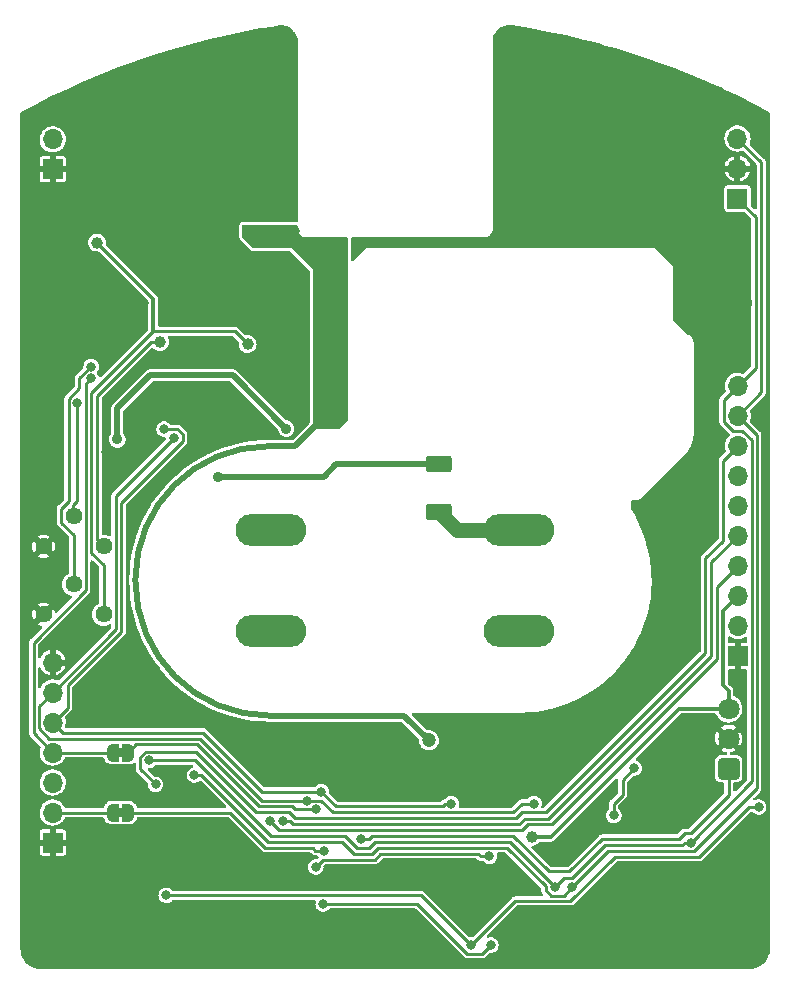
<source format=gbr>
%TF.GenerationSoftware,KiCad,Pcbnew,(6.0.0-0)*%
%TF.CreationDate,2022-04-04T00:03:27-05:00*%
%TF.ProjectId,SmartNeonPSU,536d6172-744e-4656-9f6e-5053552e6b69,rev?*%
%TF.SameCoordinates,Original*%
%TF.FileFunction,Copper,L2,Bot*%
%TF.FilePolarity,Positive*%
%FSLAX46Y46*%
G04 Gerber Fmt 4.6, Leading zero omitted, Abs format (unit mm)*
G04 Created by KiCad (PCBNEW (6.0.0-0)) date 2022-04-04 00:03:27*
%MOMM*%
%LPD*%
G01*
G04 APERTURE LIST*
G04 Aperture macros list*
%AMRoundRect*
0 Rectangle with rounded corners*
0 $1 Rounding radius*
0 $2 $3 $4 $5 $6 $7 $8 $9 X,Y pos of 4 corners*
0 Add a 4 corners polygon primitive as box body*
4,1,4,$2,$3,$4,$5,$6,$7,$8,$9,$2,$3,0*
0 Add four circle primitives for the rounded corners*
1,1,$1+$1,$2,$3*
1,1,$1+$1,$4,$5*
1,1,$1+$1,$6,$7*
1,1,$1+$1,$8,$9*
0 Add four rect primitives between the rounded corners*
20,1,$1+$1,$2,$3,$4,$5,0*
20,1,$1+$1,$4,$5,$6,$7,0*
20,1,$1+$1,$6,$7,$8,$9,0*
20,1,$1+$1,$8,$9,$2,$3,0*%
%AMFreePoly0*
4,1,22,0.500000,-0.750000,0.000000,-0.750000,0.000000,-0.745033,-0.079941,-0.743568,-0.215256,-0.701293,-0.333266,-0.622738,-0.424486,-0.514219,-0.481581,-0.384460,-0.499164,-0.250000,-0.500000,-0.250000,-0.500000,0.250000,-0.499164,0.250000,-0.499963,0.256109,-0.478152,0.396186,-0.417904,0.524511,-0.324060,0.630769,-0.204165,0.706417,-0.067858,0.745374,0.000000,0.744959,0.000000,0.750000,
0.500000,0.750000,0.500000,-0.750000,0.500000,-0.750000,$1*%
%AMFreePoly1*
4,1,20,0.000000,0.744959,0.073905,0.744508,0.209726,0.703889,0.328688,0.626782,0.421226,0.519385,0.479903,0.390333,0.500000,0.250000,0.500000,-0.250000,0.499851,-0.262216,0.476331,-0.402017,0.414519,-0.529596,0.319384,-0.634700,0.198574,-0.708877,0.061801,-0.746166,0.000000,-0.745033,0.000000,-0.750000,-0.500000,-0.750000,-0.500000,0.750000,0.000000,0.750000,0.000000,0.744959,
0.000000,0.744959,$1*%
G04 Aperture macros list end*
%TA.AperFunction,EtchedComponent*%
%ADD10C,0.200000*%
%TD*%
%TA.AperFunction,ComponentPad*%
%ADD11C,0.800000*%
%TD*%
%TA.AperFunction,ComponentPad*%
%ADD12C,6.400000*%
%TD*%
%TA.AperFunction,ComponentPad*%
%ADD13O,6.000000X2.700000*%
%TD*%
%TA.AperFunction,ComponentPad*%
%ADD14RoundRect,0.250200X0.649800X-0.649800X0.649800X0.649800X-0.649800X0.649800X-0.649800X-0.649800X0*%
%TD*%
%TA.AperFunction,ComponentPad*%
%ADD15C,1.800000*%
%TD*%
%TA.AperFunction,ComponentPad*%
%ADD16C,1.440000*%
%TD*%
%TA.AperFunction,ComponentPad*%
%ADD17R,1.700000X1.700000*%
%TD*%
%TA.AperFunction,ComponentPad*%
%ADD18O,1.700000X1.700000*%
%TD*%
%TA.AperFunction,SMDPad,CuDef*%
%ADD19RoundRect,0.250000X0.250000X0.475000X-0.250000X0.475000X-0.250000X-0.475000X0.250000X-0.475000X0*%
%TD*%
%TA.AperFunction,SMDPad,CuDef*%
%ADD20FreePoly0,180.000000*%
%TD*%
%TA.AperFunction,SMDPad,CuDef*%
%ADD21FreePoly1,180.000000*%
%TD*%
%TA.AperFunction,SMDPad,CuDef*%
%ADD22RoundRect,0.249999X0.850001X-0.450001X0.850001X0.450001X-0.850001X0.450001X-0.850001X-0.450001X0*%
%TD*%
%TA.AperFunction,ViaPad*%
%ADD23C,0.800000*%
%TD*%
%TA.AperFunction,ViaPad*%
%ADD24C,1.200000*%
%TD*%
%TA.AperFunction,ViaPad*%
%ADD25C,1.000000*%
%TD*%
%TA.AperFunction,ViaPad*%
%ADD26C,0.900000*%
%TD*%
%TA.AperFunction,Conductor*%
%ADD27C,0.500000*%
%TD*%
%TA.AperFunction,Conductor*%
%ADD28C,0.250000*%
%TD*%
%TA.AperFunction,Conductor*%
%ADD29C,0.300000*%
%TD*%
%TA.AperFunction,Conductor*%
%ADD30C,1.270000*%
%TD*%
G04 APERTURE END LIST*
D10*
%TO.C,JP2*%
X126480000Y-116080000D02*
X126980000Y-116080000D01*
X126980000Y-116080000D02*
X126980000Y-116680000D01*
X126980000Y-116680000D02*
X126480000Y-116680000D01*
X126480000Y-116680000D02*
X126480000Y-116080000D01*
G36*
X126980000Y-116680000D02*
G01*
X126480000Y-116680000D01*
X126480000Y-116080000D01*
X126980000Y-116080000D01*
X126980000Y-116680000D01*
G37*
X126980000Y-116680000D02*
X126480000Y-116680000D01*
X126480000Y-116080000D01*
X126980000Y-116080000D01*
X126980000Y-116680000D01*
%TO.C,JP1*%
X126480000Y-121160000D02*
X126980000Y-121160000D01*
X126980000Y-121160000D02*
X126980000Y-121760000D01*
X126980000Y-121760000D02*
X126480000Y-121760000D01*
X126480000Y-121760000D02*
X126480000Y-121160000D01*
G36*
X126980000Y-121760000D02*
G01*
X126480000Y-121760000D01*
X126480000Y-121160000D01*
X126980000Y-121160000D01*
X126980000Y-121760000D01*
G37*
X126980000Y-121760000D02*
X126480000Y-121760000D01*
X126480000Y-121160000D01*
X126980000Y-121160000D01*
X126980000Y-121760000D01*
%TD*%
D11*
%TO.P,H4,1,1*%
%TO.N,GND*%
X175302944Y-76602944D03*
X178697056Y-79997056D03*
X178697056Y-76602944D03*
X179400000Y-78300000D03*
X175302944Y-79997056D03*
X177000000Y-80700000D03*
X174600000Y-78300000D03*
X177000000Y-75900000D03*
D12*
X177000000Y-78300000D03*
%TD*%
D11*
%TO.P,H3,1,1*%
%TO.N,GND*%
X178697056Y-128602944D03*
X175302944Y-128602944D03*
X177000000Y-127900000D03*
X174600000Y-130300000D03*
X175302944Y-131997056D03*
D12*
X177000000Y-130300000D03*
D11*
X178697056Y-131997056D03*
X177000000Y-132700000D03*
X179400000Y-130300000D03*
%TD*%
D13*
%TO.P,J5,1,Pin_1*%
%TO.N,/HV*%
X160500000Y-97550000D03*
X160500000Y-106050000D03*
%TD*%
D14*
%TO.P,U1,1,OUT*%
%TO.N,/GPI35*%
X178225000Y-117740000D03*
D15*
%TO.P,U1,2,GND*%
%TO.N,GND*%
X178225000Y-115200000D03*
%TO.P,U1,3,Vs*%
%TO.N,+3V3*%
X178225000Y-112660000D03*
%TD*%
D16*
%TO.P,RV2,1,1*%
%TO.N,GND*%
X120225000Y-104675000D03*
%TO.P,RV2,2,2*%
%TO.N,/BBR*%
X122765000Y-102135000D03*
%TO.P,RV2,3,3*%
%TO.N,/V5*%
X125305000Y-104675000D03*
%TD*%
D13*
%TO.P,J6,1,Pin_1*%
%TO.N,/CSEN*%
X139500000Y-106050000D03*
X139500000Y-97550000D03*
%TD*%
D11*
%TO.P,H2,1,1*%
%TO.N,GND*%
X121302944Y-131997056D03*
X124697056Y-128602944D03*
X123000000Y-127900000D03*
X125400000Y-130300000D03*
X123000000Y-132700000D03*
X120600000Y-130300000D03*
X121302944Y-128602944D03*
D12*
X123000000Y-130300000D03*
D11*
X124697056Y-131997056D03*
%TD*%
D17*
%TO.P,J3,1,Pin_1*%
%TO.N,GND*%
X121000000Y-124000000D03*
D18*
%TO.P,J3,2,Pin_2*%
%TO.N,/ABR*%
X121000000Y-121460000D03*
%TO.P,J3,3,Pin_3*%
%TO.N,/BBR*%
X121000000Y-118920000D03*
%TO.P,J3,4,Pin_4*%
%TO.N,/BC*%
X121000000Y-116380000D03*
%TO.P,J3,5,Pin_5*%
%TO.N,/TPS_EN*%
X121000000Y-113840000D03*
%TO.P,J3,6,Pin_6*%
%TO.N,/FAULT*%
X121000000Y-111300000D03*
%TO.P,J3,7,Pin_7*%
%TO.N,GND*%
X121000000Y-108760000D03*
%TD*%
D17*
%TO.P,J1,1,Pin_1*%
%TO.N,GND*%
X121000000Y-67000000D03*
D18*
%TO.P,J1,2,Pin_2*%
%TO.N,Net-(F1-Pad2)*%
X121000000Y-64460000D03*
%TD*%
D11*
%TO.P,H1,1,1*%
%TO.N,GND*%
X121302944Y-79997056D03*
X123000000Y-75900000D03*
X124697056Y-79997056D03*
X125400000Y-78300000D03*
X120600000Y-78300000D03*
X124697056Y-76602944D03*
X121302944Y-76602944D03*
X123000000Y-80700000D03*
D12*
X123000000Y-78300000D03*
%TD*%
D16*
%TO.P,RV1,1,1*%
%TO.N,GND*%
X120225000Y-98925000D03*
%TO.P,RV1,2,2*%
%TO.N,/ABR*%
X122765000Y-96385000D03*
%TO.P,RV1,3,3*%
%TO.N,/VREF*%
X125305000Y-98925000D03*
%TD*%
D17*
%TO.P,J4,1,Pin_1*%
%TO.N,/GPIO0*%
X178975000Y-69475000D03*
D18*
%TO.P,J4,2,Pin_2*%
%TO.N,GND*%
X178975000Y-66935000D03*
%TO.P,J4,3,Pin_3*%
%TO.N,/GPIO2*%
X178975000Y-64395000D03*
%TD*%
D17*
%TO.P,J2,1,Pin_1*%
%TO.N,GND*%
X179000000Y-108200000D03*
D18*
%TO.P,J2,2,Pin_2*%
%TO.N,/~{RTS}*%
X179000000Y-105660000D03*
%TO.P,J2,3,Pin_3*%
%TO.N,+3V3*%
X179000000Y-103120000D03*
%TO.P,J2,4,Pin_4*%
%TO.N,/GPIO3*%
X179000000Y-100580000D03*
%TO.P,J2,5,Pin_5*%
%TO.N,/GPIO1*%
X179000000Y-98040000D03*
%TO.P,J2,6,Pin_6*%
%TO.N,/~{DTR}*%
X179000000Y-95500000D03*
%TO.P,J2,7,Pin_7*%
%TO.N,/GPIO5*%
X179000000Y-92960000D03*
%TO.P,J2,8,Pin_8*%
%TO.N,/GPIO4*%
X179000000Y-90420000D03*
%TO.P,J2,9,Pin_9*%
%TO.N,/GPIO2*%
X179000000Y-87880000D03*
%TO.P,J2,10,Pin_10*%
%TO.N,/GPIO0*%
X179000000Y-85340000D03*
%TD*%
D19*
%TO.P,C2,1*%
%TO.N,+12V*%
X143950000Y-84950000D03*
%TO.P,C2,2*%
%TO.N,GND*%
X142050000Y-84950000D03*
%TD*%
D20*
%TO.P,JP2,1,A*%
%TO.N,/ESP_BC*%
X127380000Y-116380000D03*
D21*
%TO.P,JP2,2,B*%
%TO.N,/BC*%
X126080000Y-116380000D03*
%TD*%
D20*
%TO.P,JP1,1,A*%
%TO.N,/ESP_ABR*%
X127380000Y-121460000D03*
D21*
%TO.P,JP1,2,B*%
%TO.N,/ABR*%
X126080000Y-121460000D03*
%TD*%
D22*
%TO.P,C21,1*%
%TO.N,/HV*%
X153722317Y-96050000D03*
%TO.P,C21,2*%
%TO.N,/VSEN*%
X153722317Y-91950000D03*
%TD*%
D23*
%TO.N,+12V*%
X144000000Y-73700000D03*
X144000000Y-74950000D03*
X144750000Y-88450000D03*
X143500000Y-85950000D03*
X144750000Y-85950000D03*
X143500000Y-87200000D03*
X139000000Y-72200000D03*
X145250000Y-73700000D03*
X142750000Y-73700000D03*
X137750000Y-72200000D03*
X144750000Y-87200000D03*
X140250000Y-72200000D03*
X141500000Y-72200000D03*
X145250000Y-74950000D03*
X143500000Y-88450000D03*
D24*
X152850000Y-115350000D03*
D23*
%TO.N,GND*%
X172750000Y-116450000D03*
X139600000Y-57050000D03*
X165000000Y-113700000D03*
X141000000Y-79200000D03*
X137250000Y-89450000D03*
X150500000Y-114450000D03*
X150000000Y-117450000D03*
X130250000Y-67200000D03*
X132250000Y-70700000D03*
X150000000Y-116450000D03*
X126500000Y-91700000D03*
X148250000Y-118950000D03*
X135250000Y-89450000D03*
X133250000Y-70700000D03*
X136250000Y-127700000D03*
X133250000Y-113700000D03*
X125500000Y-90950000D03*
X139750000Y-127700000D03*
X164250000Y-124950000D03*
X148250000Y-116950000D03*
X132250000Y-67200000D03*
X138000000Y-126450000D03*
X129250000Y-89450000D03*
X133250000Y-67200000D03*
X139750000Y-81700000D03*
X139750000Y-79200000D03*
X150000000Y-118450000D03*
X150000000Y-119450000D03*
X151000000Y-118450000D03*
X152000000Y-116950000D03*
X139750000Y-125200000D03*
D25*
X132075181Y-81624819D03*
D23*
X136250000Y-125200000D03*
X151000000Y-116450000D03*
X150500000Y-115450000D03*
X130250000Y-70700000D03*
X151000000Y-117450000D03*
X141000000Y-81700000D03*
X128250000Y-108700000D03*
X152000000Y-117950000D03*
X133250000Y-89450000D03*
X131250000Y-67200000D03*
X142250000Y-85950000D03*
X160400000Y-57050000D03*
X127750000Y-96700000D03*
X170000000Y-108700000D03*
X152000000Y-118950000D03*
X131250000Y-70700000D03*
X151000000Y-119450000D03*
X128750000Y-78350000D03*
X139750000Y-80450000D03*
X148250000Y-117950000D03*
X141000000Y-80450000D03*
X142250000Y-87200000D03*
%TO.N,/ABR*%
X123085011Y-86756257D03*
%TO.N,/BBR*%
X124250000Y-83700000D03*
D25*
%TO.N,+3V3*%
X161548817Y-123514710D03*
%TO.N,/V5*%
X137500000Y-81800000D03*
X124750000Y-73200000D03*
%TO.N,/VREF*%
X130075472Y-81624528D03*
D23*
%TO.N,/ESP_EN*%
X143268409Y-126074813D03*
X157974500Y-125174500D03*
D26*
%TO.N,/VSEN*%
X135014348Y-93020948D03*
D23*
%TO.N,Net-(D2-Pad2)*%
X168500000Y-121700000D03*
X170250000Y-117700000D03*
%TO.N,/GPIO5*%
X130605789Y-128464705D03*
X156400000Y-132681414D03*
X180770325Y-121002235D03*
%TO.N,/GPIO3*%
X139400000Y-122200000D03*
%TO.N,/GPIO1*%
X140500000Y-122200000D03*
%TO.N,/GPIO4*%
X129706733Y-119071923D03*
%TO.N,/GPIO2*%
X165000000Y-127750000D03*
X133000000Y-118294502D03*
%TO.N,/GPIO0*%
X163500000Y-127750000D03*
X174999861Y-123999861D03*
X129158288Y-117036343D03*
%TO.N,/BC*%
X124250000Y-84700000D03*
%TO.N,/TPS_EN*%
X143750000Y-119700000D03*
X130426138Y-88999876D03*
X154750000Y-120700000D03*
%TO.N,/FAULT*%
X142500000Y-120450000D03*
X158100000Y-132685346D03*
X161750000Y-120700000D03*
X143900498Y-129200000D03*
X131250000Y-89749500D03*
D26*
%TO.N,/OCP*%
X140750000Y-88950000D03*
X126461878Y-89872168D03*
D23*
%TO.N,/GPI35*%
X147099502Y-123677761D03*
%TO.N,/ESP_ABR*%
X143929068Y-124677860D03*
%TO.N,/ESP_BC*%
X143250000Y-121200000D03*
%TD*%
D27*
%TO.N,+12V*%
X139250000Y-90450000D02*
X141500000Y-90450000D01*
X143500000Y-88450000D02*
X141500000Y-90450000D01*
X139394601Y-113262803D02*
X150762803Y-113262803D01*
X127999999Y-101868201D02*
X127999999Y-101700001D01*
X150762803Y-113262803D02*
X152850000Y-115350000D01*
X139250000Y-90450000D02*
G75*
G03*
X127999999Y-101700001I0J-11250001D01*
G01*
X139394601Y-113262803D02*
G75*
G02*
X127999999Y-101868201I1J11394603D01*
G01*
D28*
%TO.N,/ABR*%
X122765000Y-96385000D02*
X122750000Y-96370000D01*
X122750000Y-95450000D02*
X123085011Y-95114989D01*
X122750000Y-96370000D02*
X122750000Y-95450000D01*
X121000000Y-121460000D02*
X126080000Y-121460000D01*
X123085011Y-95114989D02*
X123085011Y-86756257D01*
%TO.N,/BBR*%
X122765000Y-97965000D02*
X121720489Y-96920489D01*
X122359055Y-95090945D02*
X122359055Y-86449295D01*
X123250000Y-84672947D02*
X124222947Y-83700000D01*
X122765000Y-102135000D02*
X122765000Y-97965000D01*
X124222947Y-83700000D02*
X124250000Y-83700000D01*
X123250000Y-85558350D02*
X123250000Y-84672947D01*
X121720489Y-96920489D02*
X121720489Y-95729511D01*
X121720489Y-95729511D02*
X122359055Y-95090945D01*
X122359055Y-86449295D02*
X123250000Y-85558350D01*
D29*
%TO.N,+3V3*%
X177750000Y-104370000D02*
X179000000Y-103120000D01*
X163185290Y-123514710D02*
X161548817Y-123514710D01*
X177750000Y-110700000D02*
X177750000Y-104370000D01*
X178225000Y-112660000D02*
X174040000Y-112660000D01*
X178225000Y-112660000D02*
X178225000Y-111175000D01*
X174040000Y-112660000D02*
X163185290Y-123514710D01*
X178225000Y-111175000D02*
X177750000Y-110700000D01*
D28*
%TO.N,/V5*%
X124260489Y-85939511D02*
X124260489Y-99460489D01*
D29*
X124750000Y-73200000D02*
X129500000Y-77950000D01*
D28*
X129500000Y-80700000D02*
X136400000Y-80700000D01*
X136400000Y-80700000D02*
X137500000Y-81800000D01*
X125305000Y-100505000D02*
X125305000Y-104675000D01*
X129500000Y-80700000D02*
X124260489Y-85939511D01*
X124260489Y-99460489D02*
X125305000Y-100505000D01*
D29*
X129500000Y-77950000D02*
X129500000Y-80700000D01*
D28*
%TO.N,/VREF*%
X129325470Y-81624528D02*
X130075472Y-81624528D01*
X124750000Y-86199998D02*
X129325470Y-81624528D01*
X124750000Y-98370000D02*
X124750000Y-86199998D01*
X125305000Y-98925000D02*
X124750000Y-98370000D01*
%TO.N,/ESP_EN*%
X148250000Y-125450000D02*
X143893222Y-125450000D01*
X143893222Y-125450000D02*
X143268409Y-126074813D01*
X148750000Y-124950000D02*
X148250000Y-125450000D01*
X157000000Y-124950000D02*
X148750000Y-124950000D01*
X157974500Y-125174500D02*
X157224500Y-125174500D01*
X157224500Y-125174500D02*
X157000000Y-124950000D01*
D30*
%TO.N,/HV*%
X153722317Y-96050000D02*
X155222317Y-97550000D01*
X155222317Y-97550000D02*
X160500000Y-97550000D01*
D27*
%TO.N,/VSEN*%
X143929052Y-93020948D02*
X145000000Y-91950000D01*
X135014348Y-93020948D02*
X143929052Y-93020948D01*
X145000000Y-91950000D02*
X153722317Y-91950000D01*
D28*
%TO.N,Net-(D2-Pad2)*%
X169250000Y-118950000D02*
X169250000Y-118700000D01*
X169250000Y-118700000D02*
X170250000Y-117700000D01*
X168500000Y-120700000D02*
X169250000Y-119950000D01*
X168500000Y-121700000D02*
X168500000Y-120700000D01*
X169250000Y-119950000D02*
X169250000Y-118950000D01*
%TO.N,/GPIO5*%
X179947765Y-121002235D02*
X180770325Y-121002235D01*
X164830500Y-128950000D02*
X168580500Y-125200000D01*
X164830500Y-128950000D02*
X160131414Y-128950000D01*
X130605789Y-128464705D02*
X152183291Y-128464705D01*
X175750000Y-125200000D02*
X179947765Y-121002235D01*
X168580500Y-125200000D02*
X175750000Y-125200000D01*
X160131414Y-128950000D02*
X156400000Y-132681414D01*
X152183291Y-128464705D02*
X156400000Y-132681414D01*
%TO.N,/GPIO3*%
X140150000Y-122950000D02*
X139400000Y-122200000D01*
X177250000Y-102330000D02*
X177250000Y-108450000D01*
X179000000Y-100580000D02*
X177250000Y-102330000D01*
X163250000Y-122450000D02*
X161250000Y-122450000D01*
X177250000Y-108450000D02*
X163250000Y-122450000D01*
X160750000Y-122950000D02*
X140150000Y-122950000D01*
X161250000Y-122450000D02*
X160750000Y-122950000D01*
%TO.N,/GPIO1*%
X162973371Y-121976629D02*
X176750000Y-108200000D01*
X176750000Y-100290000D02*
X179000000Y-98040000D01*
X176750000Y-108200000D02*
X176750000Y-100290000D01*
X160500000Y-122450000D02*
X160973371Y-121976629D01*
X141066656Y-122200000D02*
X141316656Y-122450000D01*
X141066656Y-122200000D02*
X140500000Y-122200000D01*
X141316656Y-122450000D02*
X160500000Y-122450000D01*
X160973371Y-121976629D02*
X162973371Y-121976629D01*
%TO.N,/GPIO4*%
X176250000Y-107950000D02*
X176250000Y-99950000D01*
X138250000Y-121450000D02*
X141000000Y-121450000D01*
X160250000Y-121950000D02*
X160750000Y-121450000D01*
X133096166Y-116296166D02*
X138250000Y-121450000D01*
X162750000Y-121450000D02*
X176250000Y-107950000D01*
X177750000Y-98450000D02*
X177750000Y-91670000D01*
X141000000Y-121450000D02*
X141500000Y-121950000D01*
X128421810Y-116740696D02*
X128866340Y-116296166D01*
X128421810Y-117787000D02*
X128421810Y-116740696D01*
X176250000Y-99950000D02*
X177750000Y-98450000D01*
X160750000Y-121450000D02*
X162750000Y-121450000D01*
X141500000Y-121950000D02*
X160250000Y-121950000D01*
X129706733Y-119071923D02*
X128421810Y-117787000D01*
X177750000Y-91670000D02*
X179000000Y-90420000D01*
X128866340Y-116296166D02*
X133096166Y-116296166D01*
%TO.N,/GPIO2*%
X133000000Y-118294502D02*
X133594502Y-118294502D01*
X162750000Y-127700000D02*
X162750000Y-128061414D01*
X163180263Y-128491677D02*
X164258323Y-128491677D01*
X168000000Y-124750000D02*
X175274320Y-124750000D01*
X139250000Y-123950000D02*
X145500000Y-123950000D01*
X145500000Y-123950000D02*
X146500000Y-124950000D01*
X164258323Y-128491677D02*
X165000000Y-127750000D01*
X146500000Y-124950000D02*
X148000000Y-124950000D01*
X165000000Y-127750000D02*
X168000000Y-124750000D01*
X180624022Y-119400298D02*
X175274320Y-124750000D01*
X162750000Y-128061414D02*
X163180263Y-128491677D01*
X133594502Y-118294502D02*
X139250000Y-123950000D01*
X179000000Y-87880000D02*
X181000000Y-85880000D01*
X181000000Y-85880000D02*
X181000000Y-66420000D01*
X181000000Y-66420000D02*
X178975000Y-64395000D01*
X179000000Y-87880000D02*
X180624022Y-89504022D01*
X148500000Y-124450000D02*
X159500000Y-124450000D01*
X148000000Y-124950000D02*
X148500000Y-124450000D01*
X180624022Y-89504022D02*
X180624022Y-119400298D01*
X159500000Y-124450000D02*
X162750000Y-127700000D01*
%TO.N,/GPIO0*%
X147750000Y-124450000D02*
X146750000Y-124450000D01*
X180524511Y-83815489D02*
X180524511Y-71024511D01*
X148250000Y-123950000D02*
X147750000Y-124450000D01*
X174500139Y-123999861D02*
X174999861Y-123999861D01*
X163500000Y-127750000D02*
X164250000Y-127000000D01*
X165000000Y-127000000D02*
X167750000Y-124250000D01*
X179393059Y-89152049D02*
X180174511Y-89933501D01*
X163500000Y-127750000D02*
X159700000Y-123950000D01*
X178611039Y-89152049D02*
X179393059Y-89152049D01*
X146750000Y-124450000D02*
X145750000Y-123450000D01*
X180174511Y-89933501D02*
X180174511Y-118825211D01*
X145750000Y-123450000D02*
X139500000Y-123450000D01*
X164250000Y-127000000D02*
X165000000Y-127000000D01*
X177825489Y-86514511D02*
X177825489Y-88366499D01*
X159700000Y-123950000D02*
X148250000Y-123950000D01*
X167750000Y-124250000D02*
X174250000Y-124250000D01*
X180174511Y-118825211D02*
X174999861Y-123999861D01*
X174250000Y-124250000D02*
X174500139Y-123999861D01*
X179000000Y-85340000D02*
X180524511Y-83815489D01*
X133086343Y-117036343D02*
X129158288Y-117036343D01*
X179000000Y-85340000D02*
X177825489Y-86514511D01*
X180524511Y-71024511D02*
X178975000Y-69475000D01*
X139500000Y-123450000D02*
X133086343Y-117036343D01*
X177825489Y-88366499D02*
X178611039Y-89152049D01*
%TO.N,/BC*%
X119371265Y-114751265D02*
X119371265Y-107078735D01*
X119371265Y-107078735D02*
X123809511Y-102640489D01*
X121000000Y-116380000D02*
X126080000Y-116380000D01*
X123809511Y-85140489D02*
X124250000Y-84700000D01*
X121000000Y-116380000D02*
X119371265Y-114751265D01*
X123809511Y-102640489D02*
X123809511Y-85140489D01*
%TO.N,/TPS_EN*%
X122250000Y-112590000D02*
X122250000Y-110700000D01*
X145000000Y-120950000D02*
X154000000Y-120950000D01*
X154250000Y-120700000D02*
X154750000Y-120700000D01*
X131549876Y-88999876D02*
X130426138Y-88999876D01*
X154000000Y-120950000D02*
X154250000Y-120700000D01*
X126812132Y-95216745D02*
X132000000Y-90028877D01*
X133750000Y-114700000D02*
X121860000Y-114700000D01*
X122250000Y-110700000D02*
X126812132Y-106137868D01*
X138750000Y-119700000D02*
X133750000Y-114700000D01*
X121860000Y-114700000D02*
X121000000Y-113840000D01*
X132000000Y-90028877D02*
X132000000Y-89450000D01*
X143750000Y-119700000D02*
X145000000Y-120950000D01*
X143750000Y-119700000D02*
X138750000Y-119700000D01*
X121000000Y-113840000D02*
X122250000Y-112590000D01*
X126812132Y-106137868D02*
X126812132Y-95216745D01*
X132000000Y-89450000D02*
X131549876Y-88999876D01*
%TO.N,/FAULT*%
X121000000Y-111300000D02*
X126349511Y-105950489D01*
X157375212Y-133410134D02*
X158100000Y-132685346D01*
X160750000Y-120700000D02*
X160000000Y-121450000D01*
X143900498Y-129200000D02*
X151881894Y-129200000D01*
X156092028Y-133410134D02*
X157375212Y-133410134D01*
X144750000Y-121450000D02*
X143750000Y-120450000D01*
X143750000Y-120450000D02*
X142500000Y-120450000D01*
X126349511Y-94649989D02*
X131250000Y-89749500D01*
X161750000Y-120700000D02*
X160750000Y-120700000D01*
X144750000Y-121450000D02*
X160000000Y-121450000D01*
X133500000Y-115200000D02*
X120698990Y-115200000D01*
X138750000Y-120450000D02*
X133500000Y-115200000D01*
X120698990Y-115200000D02*
X119823820Y-114324830D01*
X142500000Y-120450000D02*
X138750000Y-120450000D01*
X119823820Y-112476180D02*
X121000000Y-111300000D01*
X126349511Y-105950489D02*
X126349511Y-94649989D01*
X151881894Y-129200000D02*
X156092028Y-133410134D01*
X119823820Y-114324830D02*
X119823820Y-112476180D01*
D27*
%TO.N,/OCP*%
X126461878Y-87238122D02*
X129250000Y-84450000D01*
X126461878Y-89872168D02*
X126461878Y-87238122D01*
X136250000Y-84450000D02*
X140750000Y-88950000D01*
X129250000Y-84450000D02*
X136250000Y-84450000D01*
D28*
%TO.N,/GPI35*%
X175000000Y-123200000D02*
X178225000Y-119975000D01*
X174500000Y-123200000D02*
X175000000Y-123200000D01*
X147772239Y-123677761D02*
X148000000Y-123450000D01*
X164750000Y-126450000D02*
X167500000Y-123700000D01*
X148000000Y-123450000D02*
X160000000Y-123450000D01*
X178225000Y-119975000D02*
X178225000Y-117740000D01*
X163000000Y-126450000D02*
X164750000Y-126450000D01*
X147099502Y-123677761D02*
X147772239Y-123677761D01*
X174000000Y-123700000D02*
X174500000Y-123200000D01*
X167500000Y-123700000D02*
X174000000Y-123700000D01*
X160000000Y-123450000D02*
X163000000Y-126450000D01*
%TO.N,/ESP_ABR*%
X136010000Y-121460000D02*
X127380000Y-121460000D01*
X139000000Y-124450000D02*
X136010000Y-121460000D01*
X143929068Y-124677860D02*
X143227860Y-124677860D01*
X143227860Y-124677860D02*
X143000000Y-124450000D01*
X143000000Y-124450000D02*
X139000000Y-124450000D01*
%TO.N,/ESP_BC*%
X141500000Y-121200000D02*
X141250000Y-120950000D01*
X141250000Y-120950000D02*
X138500000Y-120950000D01*
X143250000Y-121200000D02*
X141500000Y-121200000D01*
X138500000Y-120950000D02*
X133250000Y-115700000D01*
X128060000Y-115700000D02*
X127380000Y-116380000D01*
X133250000Y-115700000D02*
X128060000Y-115700000D01*
%TD*%
%TA.AperFunction,Conductor*%
%TO.N,GND*%
G36*
X159652177Y-54791358D02*
G01*
X159695820Y-54795597D01*
X159826038Y-54808246D01*
X159836456Y-54810739D01*
X159836617Y-54809839D01*
X159844191Y-54811197D01*
X159849237Y-54812547D01*
X159850729Y-54812771D01*
X159860399Y-54816565D01*
X159864150Y-54816494D01*
X159867685Y-54817766D01*
X159878075Y-54817274D01*
X159878076Y-54817274D01*
X159878579Y-54817250D01*
X159904720Y-54818735D01*
X161404193Y-55062015D01*
X161407134Y-55062528D01*
X162935121Y-55347742D01*
X162938049Y-55348325D01*
X164458825Y-55669654D01*
X164461701Y-55670297D01*
X165974514Y-56027582D01*
X165977342Y-56028286D01*
X166473163Y-56157861D01*
X167481230Y-56421303D01*
X167484086Y-56422086D01*
X167541609Y-56438584D01*
X168978212Y-56850615D01*
X168981072Y-56851472D01*
X170464598Y-57315269D01*
X170467437Y-57316193D01*
X171939623Y-57815028D01*
X171942439Y-57816020D01*
X173402345Y-58349577D01*
X173405136Y-58350635D01*
X174851992Y-58918629D01*
X174854758Y-58919753D01*
X176287758Y-59521869D01*
X176290496Y-59523058D01*
X176672415Y-59694288D01*
X177708812Y-60158947D01*
X177711486Y-60160184D01*
X179114429Y-60829540D01*
X179117024Y-60830815D01*
X180349371Y-61455040D01*
X180503714Y-61533220D01*
X180506361Y-61534601D01*
X181679583Y-62164240D01*
X181730147Y-62214077D01*
X181746000Y-62275262D01*
X181746000Y-132914348D01*
X181743568Y-132938986D01*
X181741024Y-132951745D01*
X181743439Y-132963916D01*
X181743433Y-132976325D01*
X181742789Y-132976325D01*
X181743457Y-132987069D01*
X181742820Y-132995917D01*
X181728769Y-133191100D01*
X181726202Y-133208894D01*
X181697391Y-133341041D01*
X181677003Y-133434551D01*
X181671930Y-133451798D01*
X181591115Y-133668162D01*
X181583639Y-133684511D01*
X181472856Y-133887169D01*
X181463138Y-133902277D01*
X181390362Y-133999399D01*
X181324637Y-134087112D01*
X181312858Y-134100693D01*
X181149466Y-134263932D01*
X181135874Y-134275698D01*
X181002158Y-134375700D01*
X180951711Y-134413428D01*
X180950923Y-134414017D01*
X180935797Y-134423728D01*
X180834410Y-134479029D01*
X180733026Y-134534327D01*
X180716669Y-134541787D01*
X180500240Y-134622396D01*
X180482991Y-134627453D01*
X180257278Y-134676443D01*
X180239489Y-134678992D01*
X180035440Y-134693490D01*
X180024699Y-134692811D01*
X180024699Y-134693456D01*
X180012293Y-134693451D01*
X180000121Y-134691024D01*
X179987181Y-134693592D01*
X179962665Y-134696000D01*
X120037425Y-134696000D01*
X120012847Y-134693579D01*
X120000000Y-134691024D01*
X119987829Y-134693445D01*
X119975419Y-134693445D01*
X119975419Y-134692802D01*
X119964674Y-134693473D01*
X119760509Y-134678871D01*
X119742715Y-134676313D01*
X119699540Y-134666921D01*
X119516900Y-134627190D01*
X119499652Y-134622126D01*
X119283119Y-134541363D01*
X119266775Y-134533898D01*
X119063946Y-134423145D01*
X119048827Y-134413428D01*
X118863824Y-134274936D01*
X118850238Y-134263163D01*
X118686836Y-134099761D01*
X118675063Y-134086175D01*
X118536573Y-133901174D01*
X118526854Y-133886051D01*
X118428811Y-133706499D01*
X118416100Y-133683221D01*
X118408635Y-133666876D01*
X118327875Y-133450349D01*
X118322810Y-133433100D01*
X118273687Y-133207283D01*
X118271129Y-133189489D01*
X118256527Y-132985324D01*
X118257198Y-132974579D01*
X118256555Y-132974579D01*
X118256555Y-132962169D01*
X118258976Y-132949998D01*
X118256421Y-132937151D01*
X118254000Y-132912573D01*
X118254000Y-124868828D01*
X119896001Y-124868828D01*
X119897209Y-124881088D01*
X119908315Y-124936931D01*
X119917633Y-124959427D01*
X119959983Y-125022808D01*
X119977192Y-125040017D01*
X120040575Y-125082368D01*
X120063066Y-125091684D01*
X120118915Y-125102793D01*
X120131170Y-125104000D01*
X120727885Y-125104000D01*
X120743124Y-125099525D01*
X120744329Y-125098135D01*
X120746000Y-125090452D01*
X120746000Y-125085884D01*
X121254000Y-125085884D01*
X121258475Y-125101123D01*
X121259865Y-125102328D01*
X121267548Y-125103999D01*
X121868828Y-125103999D01*
X121881088Y-125102791D01*
X121936931Y-125091685D01*
X121959427Y-125082367D01*
X122022808Y-125040017D01*
X122040017Y-125022808D01*
X122082368Y-124959425D01*
X122091684Y-124936934D01*
X122102793Y-124881085D01*
X122104000Y-124868830D01*
X122104000Y-124272115D01*
X122099525Y-124256876D01*
X122098135Y-124255671D01*
X122090452Y-124254000D01*
X121272115Y-124254000D01*
X121256876Y-124258475D01*
X121255671Y-124259865D01*
X121254000Y-124267548D01*
X121254000Y-125085884D01*
X120746000Y-125085884D01*
X120746000Y-124272115D01*
X120741525Y-124256876D01*
X120740135Y-124255671D01*
X120732452Y-124254000D01*
X119914116Y-124254000D01*
X119898877Y-124258475D01*
X119897672Y-124259865D01*
X119896001Y-124267548D01*
X119896001Y-124868828D01*
X118254000Y-124868828D01*
X118254000Y-123727885D01*
X119896000Y-123727885D01*
X119900475Y-123743124D01*
X119901865Y-123744329D01*
X119909548Y-123746000D01*
X120727885Y-123746000D01*
X120743124Y-123741525D01*
X120744329Y-123740135D01*
X120746000Y-123732452D01*
X120746000Y-123727885D01*
X121254000Y-123727885D01*
X121258475Y-123743124D01*
X121259865Y-123744329D01*
X121267548Y-123746000D01*
X122085884Y-123746000D01*
X122101123Y-123741525D01*
X122102328Y-123740135D01*
X122103999Y-123732452D01*
X122103999Y-123131172D01*
X122102791Y-123118912D01*
X122091685Y-123063069D01*
X122082367Y-123040573D01*
X122040017Y-122977192D01*
X122022808Y-122959983D01*
X121959425Y-122917632D01*
X121936934Y-122908316D01*
X121881085Y-122897207D01*
X121868830Y-122896000D01*
X121272115Y-122896000D01*
X121256876Y-122900475D01*
X121255671Y-122901865D01*
X121254000Y-122909548D01*
X121254000Y-123727885D01*
X120746000Y-123727885D01*
X120746000Y-122914116D01*
X120741525Y-122898877D01*
X120740135Y-122897672D01*
X120732452Y-122896001D01*
X120131172Y-122896001D01*
X120118912Y-122897209D01*
X120063069Y-122908315D01*
X120040573Y-122917633D01*
X119977192Y-122959983D01*
X119959983Y-122977192D01*
X119917632Y-123040575D01*
X119908316Y-123063066D01*
X119897207Y-123118915D01*
X119896000Y-123131170D01*
X119896000Y-123727885D01*
X118254000Y-123727885D01*
X118254000Y-118890964D01*
X119891148Y-118890964D01*
X119896207Y-118968158D01*
X119903556Y-119080271D01*
X119904424Y-119093522D01*
X119905845Y-119099118D01*
X119905846Y-119099123D01*
X119938986Y-119229609D01*
X119954392Y-119290269D01*
X119956809Y-119295512D01*
X119991721Y-119371242D01*
X120039377Y-119474616D01*
X120042710Y-119479332D01*
X120149083Y-119629847D01*
X120156533Y-119640389D01*
X120301938Y-119782035D01*
X120470720Y-119894812D01*
X120476023Y-119897090D01*
X120476026Y-119897092D01*
X120564707Y-119935192D01*
X120657228Y-119974942D01*
X120730244Y-119991464D01*
X120849579Y-120018467D01*
X120849584Y-120018468D01*
X120855216Y-120019742D01*
X120860987Y-120019969D01*
X120860989Y-120019969D01*
X120920756Y-120022317D01*
X121058053Y-120027712D01*
X121176183Y-120010584D01*
X121253231Y-119999413D01*
X121253236Y-119999412D01*
X121258945Y-119998584D01*
X121264409Y-119996729D01*
X121264414Y-119996728D01*
X121445693Y-119935192D01*
X121445698Y-119935190D01*
X121451165Y-119933334D01*
X121628276Y-119834147D01*
X121690934Y-119782035D01*
X121779913Y-119708031D01*
X121784345Y-119704345D01*
X121849582Y-119625907D01*
X121910453Y-119552718D01*
X121910455Y-119552715D01*
X121914147Y-119548276D01*
X121999582Y-119395721D01*
X122010510Y-119376208D01*
X122010511Y-119376206D01*
X122013334Y-119371165D01*
X122015190Y-119365698D01*
X122015192Y-119365693D01*
X122076728Y-119184414D01*
X122076729Y-119184409D01*
X122078584Y-119178945D01*
X122079412Y-119173236D01*
X122079413Y-119173231D01*
X122101557Y-119020500D01*
X122107712Y-118978053D01*
X122109232Y-118920000D01*
X122094550Y-118760211D01*
X122091187Y-118723613D01*
X122091186Y-118723610D01*
X122090658Y-118717859D01*
X122085897Y-118700978D01*
X122037125Y-118528046D01*
X122037124Y-118528044D01*
X122035557Y-118522487D01*
X122024978Y-118501033D01*
X121948331Y-118345609D01*
X121945776Y-118340428D01*
X121824320Y-118177779D01*
X121675258Y-118039987D01*
X121670375Y-118036906D01*
X121670371Y-118036903D01*
X121508464Y-117934748D01*
X121503581Y-117931667D01*
X121315039Y-117856446D01*
X121309379Y-117855320D01*
X121309375Y-117855319D01*
X121121613Y-117817971D01*
X121121610Y-117817971D01*
X121115946Y-117816844D01*
X121110171Y-117816768D01*
X121110167Y-117816768D01*
X121008793Y-117815441D01*
X120912971Y-117814187D01*
X120907274Y-117815166D01*
X120907273Y-117815166D01*
X120776920Y-117837565D01*
X120712910Y-117848564D01*
X120522463Y-117918824D01*
X120348010Y-118022612D01*
X120343670Y-118026418D01*
X120343666Y-118026421D01*
X120214047Y-118140095D01*
X120195392Y-118156455D01*
X120069720Y-118315869D01*
X120067031Y-118320980D01*
X120067029Y-118320983D01*
X120048829Y-118355576D01*
X119975203Y-118495515D01*
X119915007Y-118689378D01*
X119891148Y-118890964D01*
X118254000Y-118890964D01*
X118254000Y-114733141D01*
X118986945Y-114733141D01*
X118988169Y-114743482D01*
X118990892Y-114766488D01*
X118991242Y-114772419D01*
X118991337Y-114772411D01*
X118991765Y-114777589D01*
X118991765Y-114782789D01*
X118992619Y-114787918D01*
X118992619Y-114787921D01*
X118994934Y-114801830D01*
X118995771Y-114807708D01*
X118998553Y-114831210D01*
X119001795Y-114858606D01*
X119005758Y-114866858D01*
X119007261Y-114875891D01*
X119012208Y-114885060D01*
X119012209Y-114885062D01*
X119031599Y-114920997D01*
X119034296Y-114926290D01*
X119053050Y-114965347D01*
X119053053Y-114965351D01*
X119056484Y-114972497D01*
X119060079Y-114976773D01*
X119062002Y-114978696D01*
X119063774Y-114980628D01*
X119063817Y-114980707D01*
X119063693Y-114980820D01*
X119064169Y-114981360D01*
X119067255Y-114987079D01*
X119074900Y-114994146D01*
X119106851Y-115023681D01*
X119110417Y-115027111D01*
X119936477Y-115853171D01*
X119970503Y-115915483D01*
X119967715Y-115979630D01*
X119961514Y-115999602D01*
X119915007Y-116149378D01*
X119891148Y-116350964D01*
X119904424Y-116553522D01*
X119905845Y-116559118D01*
X119905846Y-116559123D01*
X119947790Y-116724275D01*
X119954392Y-116750269D01*
X119956809Y-116755512D01*
X119991803Y-116831419D01*
X120039377Y-116934616D01*
X120042710Y-116939332D01*
X120145293Y-117084484D01*
X120156533Y-117100389D01*
X120301938Y-117242035D01*
X120306742Y-117245245D01*
X120334799Y-117263992D01*
X120470720Y-117354812D01*
X120476023Y-117357090D01*
X120476026Y-117357092D01*
X120633317Y-117424669D01*
X120657228Y-117434942D01*
X120730244Y-117451464D01*
X120849579Y-117478467D01*
X120849584Y-117478468D01*
X120855216Y-117479742D01*
X120860987Y-117479969D01*
X120860989Y-117479969D01*
X120920756Y-117482317D01*
X121058053Y-117487712D01*
X121158499Y-117473148D01*
X121253231Y-117459413D01*
X121253236Y-117459412D01*
X121258945Y-117458584D01*
X121264409Y-117456729D01*
X121264414Y-117456728D01*
X121445693Y-117395192D01*
X121445698Y-117395190D01*
X121451165Y-117393334D01*
X121457210Y-117389949D01*
X121549369Y-117338337D01*
X121628276Y-117294147D01*
X121664534Y-117263992D01*
X121779913Y-117168031D01*
X121784345Y-117164345D01*
X121841463Y-117095669D01*
X121910453Y-117012718D01*
X121910455Y-117012715D01*
X121914147Y-117008276D01*
X122013334Y-116831165D01*
X122013787Y-116831419D01*
X122057368Y-116780151D01*
X122126488Y-116759500D01*
X125229518Y-116759500D01*
X125297639Y-116779502D01*
X125344132Y-116833158D01*
X125350454Y-116850138D01*
X125355491Y-116867361D01*
X125358946Y-116879178D01*
X125418226Y-117009557D01*
X125457864Y-117071538D01*
X125551354Y-117180039D01*
X125606796Y-117228404D01*
X125610557Y-117230842D01*
X125610560Y-117230844D01*
X125671358Y-117270251D01*
X125726981Y-117306304D01*
X125793769Y-117337164D01*
X125851189Y-117354336D01*
X125926689Y-117376915D01*
X125926694Y-117376916D01*
X125930987Y-117378200D01*
X125935419Y-117378862D01*
X125935422Y-117378863D01*
X125999319Y-117388412D01*
X125999322Y-117388412D01*
X126003750Y-117389074D01*
X126073655Y-117389501D01*
X126142491Y-117389922D01*
X126142496Y-117389922D01*
X126146971Y-117389949D01*
X126149440Y-117389611D01*
X126153282Y-117389486D01*
X126580000Y-117389486D01*
X126679301Y-117369734D01*
X126685331Y-117365705D01*
X126752373Y-117358497D01*
X126772905Y-117364527D01*
X126780699Y-117369734D01*
X126880000Y-117389486D01*
X127370743Y-117389486D01*
X127371513Y-117389488D01*
X127442485Y-117389922D01*
X127442491Y-117389922D01*
X127446971Y-117389949D01*
X127451414Y-117389340D01*
X127451420Y-117389340D01*
X127482016Y-117385148D01*
X127519862Y-117379964D01*
X127524169Y-117378733D01*
X127524174Y-117378732D01*
X127653260Y-117341839D01*
X127653259Y-117341839D01*
X127657571Y-117340607D01*
X127662394Y-117338450D01*
X127720639Y-117312396D01*
X127720640Y-117312396D01*
X127724730Y-117310566D01*
X127845858Y-117234140D01*
X127846454Y-117235084D01*
X127908411Y-117212585D01*
X127977651Y-117228277D01*
X128027417Y-117278912D01*
X128042310Y-117338337D01*
X128042310Y-117733080D01*
X128039761Y-117757028D01*
X128039682Y-117758693D01*
X128037490Y-117768876D01*
X128038714Y-117779217D01*
X128041437Y-117802223D01*
X128041787Y-117808154D01*
X128041882Y-117808146D01*
X128042310Y-117813324D01*
X128042310Y-117818524D01*
X128043164Y-117823653D01*
X128043164Y-117823656D01*
X128045479Y-117837565D01*
X128046316Y-117843443D01*
X128052340Y-117894341D01*
X128056303Y-117902593D01*
X128057806Y-117911626D01*
X128062753Y-117920795D01*
X128062754Y-117920797D01*
X128082144Y-117956732D01*
X128084841Y-117962025D01*
X128103595Y-118001082D01*
X128103598Y-118001086D01*
X128107029Y-118008232D01*
X128110624Y-118012508D01*
X128112547Y-118014431D01*
X128114319Y-118016363D01*
X128114362Y-118016442D01*
X128114238Y-118016555D01*
X128114714Y-118017095D01*
X128117800Y-118022814D01*
X128125445Y-118029881D01*
X128157396Y-118059416D01*
X128160962Y-118062846D01*
X129016982Y-118918866D01*
X129051008Y-118981178D01*
X129052809Y-119024405D01*
X129047462Y-119065019D01*
X129064846Y-119222476D01*
X129067456Y-119229607D01*
X129067456Y-119229609D01*
X129097308Y-119311183D01*
X129119286Y-119371242D01*
X129123522Y-119377545D01*
X129123522Y-119377546D01*
X129191920Y-119479332D01*
X129207641Y-119502728D01*
X129213260Y-119507841D01*
X129213261Y-119507842D01*
X129274239Y-119563327D01*
X129324809Y-119609342D01*
X129464026Y-119684931D01*
X129617255Y-119725130D01*
X129701210Y-119726449D01*
X129768052Y-119727499D01*
X129768055Y-119727499D01*
X129775649Y-119727618D01*
X129930065Y-119692252D01*
X130021324Y-119646354D01*
X130064805Y-119624486D01*
X130064808Y-119624484D01*
X130071588Y-119621074D01*
X130077359Y-119616145D01*
X130077362Y-119616143D01*
X130186269Y-119523127D01*
X130186269Y-119523126D01*
X130192047Y-119518192D01*
X130284488Y-119389547D01*
X130343575Y-119242564D01*
X130354804Y-119163664D01*
X130365314Y-119089814D01*
X130365314Y-119089811D01*
X130365895Y-119085730D01*
X130366040Y-119071923D01*
X130364294Y-119057490D01*
X130352835Y-118962803D01*
X130347009Y-118914656D01*
X130291013Y-118766469D01*
X130250900Y-118708104D01*
X130205588Y-118642174D01*
X130205587Y-118642172D01*
X130201286Y-118635915D01*
X130083008Y-118530534D01*
X129943007Y-118456407D01*
X129789366Y-118417815D01*
X129781767Y-118417775D01*
X129781766Y-118417775D01*
X129721359Y-118417459D01*
X129640068Y-118417033D01*
X129572054Y-118396675D01*
X129551634Y-118380130D01*
X129077703Y-117906199D01*
X129043677Y-117843887D01*
X129048742Y-117773072D01*
X129091289Y-117716236D01*
X129157809Y-117691425D01*
X129168771Y-117691120D01*
X129190554Y-117691462D01*
X129219607Y-117691919D01*
X129219610Y-117691919D01*
X129227204Y-117692038D01*
X129381620Y-117656672D01*
X129452030Y-117621260D01*
X129516360Y-117588906D01*
X129516363Y-117588904D01*
X129523143Y-117585494D01*
X129528914Y-117580565D01*
X129528917Y-117580563D01*
X129637830Y-117487542D01*
X129637831Y-117487541D01*
X129643602Y-117482612D01*
X129653874Y-117468317D01*
X129709869Y-117424669D01*
X129756197Y-117415843D01*
X132791516Y-117415843D01*
X132859637Y-117435845D01*
X132906130Y-117489501D01*
X132916234Y-117559775D01*
X132886740Y-117624355D01*
X132820930Y-117664362D01*
X132777563Y-117674773D01*
X132777560Y-117674774D01*
X132770184Y-117676545D01*
X132629414Y-117749202D01*
X132510039Y-117853340D01*
X132418950Y-117982946D01*
X132361406Y-118130539D01*
X132360414Y-118138072D01*
X132360414Y-118138073D01*
X132345791Y-118249151D01*
X132340729Y-118287598D01*
X132343966Y-118316916D01*
X132356910Y-118434156D01*
X132358113Y-118445055D01*
X132360723Y-118452186D01*
X132360723Y-118452188D01*
X132408521Y-118582802D01*
X132412553Y-118593821D01*
X132416789Y-118600124D01*
X132416789Y-118600125D01*
X132484560Y-118700978D01*
X132500908Y-118725307D01*
X132506527Y-118730420D01*
X132506528Y-118730421D01*
X132612460Y-118826811D01*
X132618076Y-118831921D01*
X132757293Y-118907510D01*
X132910522Y-118947709D01*
X132994477Y-118949028D01*
X133061319Y-118950078D01*
X133061322Y-118950078D01*
X133068916Y-118950197D01*
X133223332Y-118914831D01*
X133293742Y-118879419D01*
X133358072Y-118847065D01*
X133358075Y-118847063D01*
X133364855Y-118843653D01*
X133406868Y-118807771D01*
X133471657Y-118778740D01*
X133541857Y-118789345D01*
X133577793Y-118814487D01*
X135628711Y-120865405D01*
X135662737Y-120927717D01*
X135657672Y-120998532D01*
X135615125Y-121055368D01*
X135548605Y-121080179D01*
X135539616Y-121080500D01*
X128230633Y-121080500D01*
X128162512Y-121060498D01*
X128116019Y-121006842D01*
X128109277Y-120988392D01*
X128104044Y-120969649D01*
X128051983Y-120851332D01*
X128048164Y-120842653D01*
X128048162Y-120842650D01*
X128046361Y-120838556D01*
X128029004Y-120810670D01*
X128009848Y-120779894D01*
X128009844Y-120779888D01*
X128007484Y-120776097D01*
X128004608Y-120772676D01*
X128004604Y-120772670D01*
X127918212Y-120669894D01*
X127918211Y-120669893D01*
X127915327Y-120666462D01*
X127891154Y-120644849D01*
X127863827Y-120620415D01*
X127863822Y-120620411D01*
X127860480Y-120617423D01*
X127856747Y-120614938D01*
X127856743Y-120614935D01*
X127744983Y-120540541D01*
X127744977Y-120540538D01*
X127741255Y-120538060D01*
X127674850Y-120506386D01*
X127670575Y-120505051D01*
X127670569Y-120505048D01*
X127542431Y-120465015D01*
X127542426Y-120465014D01*
X127538144Y-120463676D01*
X127465519Y-120451914D01*
X127338456Y-120449585D01*
X127326794Y-120449371D01*
X127322320Y-120449289D01*
X127317878Y-120449842D01*
X127313398Y-120450079D01*
X127313392Y-120449973D01*
X127304668Y-120450514D01*
X126880000Y-120450514D01*
X126780699Y-120470266D01*
X126774669Y-120474295D01*
X126707627Y-120481503D01*
X126687095Y-120475473D01*
X126679301Y-120470266D01*
X126580000Y-120450514D01*
X126090309Y-120450514D01*
X126088000Y-120450493D01*
X126026793Y-120449371D01*
X126022320Y-120449289D01*
X125949310Y-120458383D01*
X125811130Y-120496056D01*
X125787258Y-120506386D01*
X125747734Y-120523489D01*
X125747729Y-120523491D01*
X125743610Y-120525274D01*
X125621558Y-120600214D01*
X125564952Y-120647209D01*
X125561953Y-120650522D01*
X125561949Y-120650526D01*
X125500973Y-120717891D01*
X125468838Y-120753393D01*
X125466331Y-120757109D01*
X125466330Y-120757111D01*
X125455836Y-120772670D01*
X125427696Y-120814389D01*
X125425740Y-120818426D01*
X125425739Y-120818428D01*
X125417828Y-120834757D01*
X125365249Y-120943281D01*
X125363884Y-120947559D01*
X125349443Y-120992808D01*
X125309677Y-121051623D01*
X125244426Y-121079602D01*
X125229408Y-121080500D01*
X122122792Y-121080500D01*
X122054671Y-121060498D01*
X122009786Y-121010228D01*
X121948331Y-120885609D01*
X121945776Y-120880428D01*
X121824320Y-120717779D01*
X121697139Y-120600214D01*
X121679503Y-120583911D01*
X121675258Y-120579987D01*
X121670375Y-120576906D01*
X121670371Y-120576903D01*
X121508464Y-120474748D01*
X121503581Y-120471667D01*
X121315039Y-120396446D01*
X121309379Y-120395320D01*
X121309375Y-120395319D01*
X121121613Y-120357971D01*
X121121610Y-120357971D01*
X121115946Y-120356844D01*
X121110171Y-120356768D01*
X121110167Y-120356768D01*
X121008793Y-120355441D01*
X120912971Y-120354187D01*
X120907274Y-120355166D01*
X120907273Y-120355166D01*
X120723647Y-120386719D01*
X120712910Y-120388564D01*
X120522463Y-120458824D01*
X120348010Y-120562612D01*
X120343670Y-120566418D01*
X120343666Y-120566421D01*
X120232999Y-120663474D01*
X120195392Y-120696455D01*
X120069720Y-120855869D01*
X120067031Y-120860980D01*
X120067029Y-120860983D01*
X120054073Y-120885609D01*
X119975203Y-121035515D01*
X119915007Y-121229378D01*
X119891148Y-121430964D01*
X119898968Y-121550273D01*
X119902989Y-121611620D01*
X119904424Y-121633522D01*
X119905845Y-121639118D01*
X119905846Y-121639123D01*
X119922357Y-121704134D01*
X119954392Y-121830269D01*
X119956809Y-121835512D01*
X119991803Y-121911419D01*
X120039377Y-122014616D01*
X120042710Y-122019332D01*
X120138543Y-122154933D01*
X120156533Y-122180389D01*
X120301938Y-122322035D01*
X120470720Y-122434812D01*
X120476023Y-122437090D01*
X120476026Y-122437092D01*
X120564707Y-122475192D01*
X120657228Y-122514942D01*
X120730244Y-122531464D01*
X120849579Y-122558467D01*
X120849584Y-122558468D01*
X120855216Y-122559742D01*
X120860987Y-122559969D01*
X120860989Y-122559969D01*
X120920756Y-122562317D01*
X121058053Y-122567712D01*
X121158499Y-122553148D01*
X121253231Y-122539413D01*
X121253236Y-122539412D01*
X121258945Y-122538584D01*
X121264409Y-122536729D01*
X121264414Y-122536728D01*
X121445693Y-122475192D01*
X121445698Y-122475190D01*
X121451165Y-122473334D01*
X121457210Y-122469949D01*
X121549167Y-122418450D01*
X121628276Y-122374147D01*
X121652502Y-122353999D01*
X121757761Y-122266455D01*
X121784345Y-122244345D01*
X121864673Y-122147762D01*
X121910453Y-122092718D01*
X121910455Y-122092715D01*
X121914147Y-122088276D01*
X122013334Y-121911165D01*
X122013787Y-121911419D01*
X122057368Y-121860151D01*
X122126488Y-121839500D01*
X125229518Y-121839500D01*
X125297639Y-121859502D01*
X125344132Y-121913158D01*
X125350454Y-121930138D01*
X125358946Y-121959178D01*
X125418226Y-122089557D01*
X125457864Y-122151538D01*
X125551354Y-122260039D01*
X125606796Y-122308404D01*
X125610557Y-122310842D01*
X125610560Y-122310844D01*
X125676102Y-122353326D01*
X125726981Y-122386304D01*
X125793769Y-122417164D01*
X125851189Y-122434336D01*
X125926689Y-122456915D01*
X125926694Y-122456916D01*
X125930987Y-122458200D01*
X125935419Y-122458862D01*
X125935422Y-122458863D01*
X125999319Y-122468412D01*
X125999322Y-122468412D01*
X126003750Y-122469074D01*
X126073655Y-122469501D01*
X126142491Y-122469922D01*
X126142496Y-122469922D01*
X126146971Y-122469949D01*
X126149440Y-122469611D01*
X126153282Y-122469486D01*
X126580000Y-122469486D01*
X126679301Y-122449734D01*
X126685331Y-122445705D01*
X126752373Y-122438497D01*
X126772905Y-122444527D01*
X126780699Y-122449734D01*
X126880000Y-122469486D01*
X127370743Y-122469486D01*
X127371513Y-122469488D01*
X127442485Y-122469922D01*
X127442491Y-122469922D01*
X127446971Y-122469949D01*
X127451414Y-122469340D01*
X127451420Y-122469340D01*
X127482016Y-122465148D01*
X127519862Y-122459964D01*
X127524169Y-122458733D01*
X127524174Y-122458732D01*
X127653260Y-122421839D01*
X127653259Y-122421839D01*
X127657571Y-122420607D01*
X127662394Y-122418450D01*
X127720639Y-122392396D01*
X127720640Y-122392396D01*
X127724730Y-122390566D01*
X127845858Y-122314140D01*
X127901888Y-122266455D01*
X127977898Y-122180389D01*
X127993726Y-122162467D01*
X127993726Y-122162466D01*
X127996696Y-122159104D01*
X128037087Y-122097614D01*
X128041472Y-122088276D01*
X128096050Y-121972029D01*
X128096051Y-121972027D01*
X128097956Y-121967969D01*
X128099266Y-121963685D01*
X128099270Y-121963674D01*
X128109975Y-121928660D01*
X128149020Y-121869364D01*
X128213925Y-121840591D01*
X128230469Y-121839500D01*
X135800616Y-121839500D01*
X135868737Y-121859502D01*
X135889711Y-121876405D01*
X138693522Y-124680216D01*
X138708664Y-124698964D01*
X138709779Y-124700189D01*
X138715429Y-124708940D01*
X138723607Y-124715387D01*
X138723609Y-124715389D01*
X138741800Y-124729729D01*
X138746242Y-124733676D01*
X138746304Y-124733603D01*
X138750267Y-124736961D01*
X138753944Y-124740638D01*
X138758173Y-124743660D01*
X138769646Y-124751859D01*
X138774392Y-124755422D01*
X138792851Y-124769973D01*
X138814647Y-124787156D01*
X138823283Y-124790189D01*
X138830735Y-124795514D01*
X138877400Y-124809470D01*
X138879855Y-124810204D01*
X138885502Y-124812039D01*
X138926370Y-124826391D01*
X138926372Y-124826391D01*
X138933851Y-124829018D01*
X138939416Y-124829500D01*
X138942123Y-124829500D01*
X138944755Y-124829614D01*
X138944856Y-124829644D01*
X138944849Y-124829807D01*
X138945549Y-124829851D01*
X138951778Y-124831714D01*
X139002559Y-124829718D01*
X139005650Y-124829597D01*
X139010598Y-124829500D01*
X142790616Y-124829500D01*
X142858737Y-124849502D01*
X142879711Y-124866405D01*
X142921382Y-124908076D01*
X142936524Y-124926824D01*
X142937639Y-124928049D01*
X142943289Y-124936800D01*
X142951467Y-124943247D01*
X142951469Y-124943249D01*
X142969660Y-124957589D01*
X142974101Y-124961535D01*
X142974163Y-124961462D01*
X142978127Y-124964821D01*
X142981804Y-124968498D01*
X142997552Y-124979752D01*
X143002222Y-124983258D01*
X143042507Y-125015016D01*
X143051141Y-125018048D01*
X143058594Y-125023374D01*
X143107710Y-125038063D01*
X143113352Y-125039896D01*
X143143543Y-125050498D01*
X143161711Y-125056878D01*
X143167276Y-125057360D01*
X143169984Y-125057360D01*
X143172618Y-125057474D01*
X143172716Y-125057503D01*
X143172709Y-125057667D01*
X143173413Y-125057711D01*
X143179638Y-125059573D01*
X143233495Y-125057457D01*
X143238442Y-125057360D01*
X143329209Y-125057360D01*
X143397330Y-125077362D01*
X143424590Y-125101029D01*
X143425740Y-125102361D01*
X143429976Y-125108665D01*
X143435594Y-125113777D01*
X143472545Y-125147400D01*
X143509467Y-125208040D01*
X143507744Y-125279016D01*
X143476840Y-125329688D01*
X143422820Y-125383708D01*
X143360508Y-125417734D01*
X143333067Y-125420611D01*
X143192630Y-125419875D01*
X143185250Y-125421647D01*
X143185248Y-125421647D01*
X143045972Y-125455084D01*
X143045969Y-125455085D01*
X143038593Y-125456856D01*
X142897823Y-125529513D01*
X142778448Y-125633651D01*
X142687359Y-125763257D01*
X142629815Y-125910850D01*
X142628823Y-125918383D01*
X142628823Y-125918384D01*
X142622629Y-125965436D01*
X142609138Y-126067909D01*
X142626522Y-126225366D01*
X142680962Y-126374132D01*
X142769317Y-126505618D01*
X142774936Y-126510731D01*
X142774937Y-126510732D01*
X142786312Y-126521082D01*
X142886485Y-126612232D01*
X143025702Y-126687821D01*
X143178931Y-126728020D01*
X143262886Y-126729339D01*
X143329728Y-126730389D01*
X143329731Y-126730389D01*
X143337325Y-126730508D01*
X143491741Y-126695142D01*
X143562151Y-126659730D01*
X143626481Y-126627376D01*
X143626484Y-126627374D01*
X143633264Y-126623964D01*
X143639035Y-126619035D01*
X143639038Y-126619033D01*
X143747945Y-126526017D01*
X143747945Y-126526016D01*
X143753723Y-126521082D01*
X143846164Y-126392437D01*
X143905251Y-126245454D01*
X143927571Y-126088620D01*
X143927716Y-126074813D01*
X143921846Y-126026309D01*
X143933518Y-125956281D01*
X143957838Y-125922078D01*
X144013511Y-125866405D01*
X144075823Y-125832379D01*
X144102606Y-125829500D01*
X148196080Y-125829500D01*
X148220028Y-125832049D01*
X148221693Y-125832128D01*
X148231876Y-125834320D01*
X148242217Y-125833096D01*
X148265223Y-125830373D01*
X148271154Y-125830023D01*
X148271146Y-125829928D01*
X148276324Y-125829500D01*
X148281524Y-125829500D01*
X148286653Y-125828646D01*
X148286656Y-125828646D01*
X148300565Y-125826331D01*
X148306443Y-125825494D01*
X148347001Y-125820694D01*
X148347002Y-125820694D01*
X148357341Y-125819470D01*
X148365593Y-125815507D01*
X148374626Y-125814004D01*
X148383795Y-125809057D01*
X148383797Y-125809056D01*
X148419732Y-125789666D01*
X148425025Y-125786969D01*
X148464082Y-125768215D01*
X148464086Y-125768212D01*
X148471232Y-125764781D01*
X148475508Y-125761186D01*
X148477431Y-125759263D01*
X148479363Y-125757491D01*
X148479442Y-125757448D01*
X148479555Y-125757572D01*
X148480095Y-125757096D01*
X148485814Y-125754010D01*
X148522417Y-125714413D01*
X148525846Y-125710848D01*
X148870289Y-125366405D01*
X148932601Y-125332379D01*
X148959384Y-125329500D01*
X156790616Y-125329500D01*
X156858737Y-125349502D01*
X156879711Y-125366405D01*
X156918022Y-125404716D01*
X156933164Y-125423464D01*
X156934279Y-125424689D01*
X156939929Y-125433440D01*
X156948107Y-125439887D01*
X156948109Y-125439889D01*
X156966300Y-125454229D01*
X156970741Y-125458175D01*
X156970803Y-125458102D01*
X156974767Y-125461461D01*
X156978444Y-125465138D01*
X156994192Y-125476392D01*
X156998862Y-125479898D01*
X157039147Y-125511656D01*
X157047781Y-125514688D01*
X157055234Y-125520014D01*
X157104350Y-125534703D01*
X157109992Y-125536536D01*
X157150867Y-125550890D01*
X157158351Y-125553518D01*
X157163916Y-125554000D01*
X157166624Y-125554000D01*
X157169258Y-125554114D01*
X157169356Y-125554143D01*
X157169349Y-125554307D01*
X157170053Y-125554351D01*
X157176278Y-125556213D01*
X157230135Y-125554097D01*
X157235082Y-125554000D01*
X157374641Y-125554000D01*
X157442762Y-125574002D01*
X157470022Y-125597669D01*
X157471172Y-125599001D01*
X157475408Y-125605305D01*
X157592576Y-125711919D01*
X157731793Y-125787508D01*
X157885022Y-125827707D01*
X157968977Y-125829026D01*
X158035819Y-125830076D01*
X158035822Y-125830076D01*
X158043416Y-125830195D01*
X158197832Y-125794829D01*
X158278992Y-125754010D01*
X158332572Y-125727063D01*
X158332575Y-125727061D01*
X158339355Y-125723651D01*
X158345126Y-125718722D01*
X158345129Y-125718720D01*
X158454036Y-125625704D01*
X158454036Y-125625703D01*
X158459814Y-125620769D01*
X158552255Y-125492124D01*
X158611342Y-125345141D01*
X158627615Y-125230799D01*
X158633081Y-125192391D01*
X158633081Y-125192388D01*
X158633662Y-125188307D01*
X158633807Y-125174500D01*
X158614776Y-125017233D01*
X158608279Y-125000039D01*
X158602909Y-124929248D01*
X158636665Y-124866790D01*
X158698830Y-124832496D01*
X158726144Y-124829500D01*
X159290616Y-124829500D01*
X159358737Y-124849502D01*
X159379711Y-124866405D01*
X162333595Y-127820289D01*
X162367621Y-127882601D01*
X162370500Y-127909384D01*
X162370500Y-128007494D01*
X162367951Y-128031442D01*
X162367872Y-128033107D01*
X162365680Y-128043290D01*
X162366904Y-128053631D01*
X162369627Y-128076637D01*
X162369977Y-128082568D01*
X162370072Y-128082560D01*
X162370500Y-128087738D01*
X162370500Y-128092938D01*
X162371354Y-128098067D01*
X162371354Y-128098070D01*
X162373669Y-128111979D01*
X162374506Y-128117857D01*
X162375581Y-128126936D01*
X162380530Y-128168755D01*
X162384493Y-128177007D01*
X162385996Y-128186040D01*
X162390943Y-128195209D01*
X162390944Y-128195211D01*
X162410334Y-128231146D01*
X162413031Y-128236439D01*
X162431785Y-128275496D01*
X162431788Y-128275500D01*
X162435219Y-128282646D01*
X162438814Y-128286922D01*
X162440737Y-128288845D01*
X162442509Y-128290777D01*
X162442552Y-128290856D01*
X162442428Y-128290969D01*
X162442904Y-128291509D01*
X162445990Y-128297228D01*
X162453635Y-128304295D01*
X162485586Y-128333830D01*
X162489152Y-128337260D01*
X162507297Y-128355405D01*
X162541323Y-128417717D01*
X162536258Y-128488532D01*
X162493711Y-128545368D01*
X162427191Y-128570179D01*
X162418202Y-128570500D01*
X160185334Y-128570500D01*
X160161387Y-128567951D01*
X160159721Y-128567872D01*
X160149538Y-128565680D01*
X160139196Y-128566904D01*
X160139193Y-128566904D01*
X160116201Y-128569626D01*
X160110260Y-128569977D01*
X160110268Y-128570072D01*
X160105088Y-128570500D01*
X160099890Y-128570500D01*
X160094768Y-128571353D01*
X160094763Y-128571353D01*
X160080841Y-128573671D01*
X160074964Y-128574508D01*
X160068463Y-128575277D01*
X160034411Y-128579307D01*
X160034409Y-128579308D01*
X160024073Y-128580531D01*
X160015824Y-128584492D01*
X160006788Y-128585996D01*
X159997619Y-128590943D01*
X159997617Y-128590944D01*
X159961654Y-128610348D01*
X159956365Y-128613043D01*
X159936898Y-128622391D01*
X159910182Y-128635220D01*
X159905906Y-128638814D01*
X159903966Y-128640754D01*
X159902055Y-128642507D01*
X159901965Y-128642556D01*
X159901853Y-128642433D01*
X159901318Y-128642905D01*
X159895600Y-128645990D01*
X159888533Y-128653635D01*
X159858998Y-128685586D01*
X159855568Y-128689152D01*
X156554411Y-131990309D01*
X156492099Y-132024335D01*
X156464658Y-132027212D01*
X156333335Y-132026524D01*
X156265321Y-132006166D01*
X156244901Y-131989621D01*
X152489769Y-128234489D01*
X152474627Y-128215741D01*
X152473512Y-128214516D01*
X152467862Y-128205765D01*
X152459684Y-128199318D01*
X152459682Y-128199316D01*
X152441491Y-128184976D01*
X152437050Y-128181030D01*
X152436988Y-128181103D01*
X152433024Y-128177744D01*
X152429347Y-128174067D01*
X152413599Y-128162813D01*
X152408929Y-128159307D01*
X152368644Y-128127549D01*
X152360010Y-128124517D01*
X152352557Y-128119191D01*
X152303441Y-128104502D01*
X152297799Y-128102669D01*
X152256924Y-128088315D01*
X152256923Y-128088315D01*
X152249440Y-128085687D01*
X152243875Y-128085205D01*
X152241167Y-128085205D01*
X152238533Y-128085091D01*
X152238435Y-128085062D01*
X152238442Y-128084898D01*
X152237738Y-128084854D01*
X152231513Y-128082992D01*
X152177656Y-128085108D01*
X152172709Y-128085205D01*
X131205471Y-128085205D01*
X131137350Y-128065203D01*
X131110903Y-128039565D01*
X131109667Y-128040654D01*
X131104644Y-128034956D01*
X131100342Y-128028697D01*
X130982064Y-127923316D01*
X130974678Y-127919405D01*
X130848777Y-127852744D01*
X130848778Y-127852744D01*
X130842063Y-127849189D01*
X130688422Y-127810597D01*
X130680823Y-127810557D01*
X130680822Y-127810557D01*
X130614970Y-127810212D01*
X130530010Y-127809767D01*
X130522630Y-127811539D01*
X130522628Y-127811539D01*
X130383352Y-127844976D01*
X130383349Y-127844977D01*
X130375973Y-127846748D01*
X130235203Y-127919405D01*
X130115828Y-128023543D01*
X130024739Y-128153149D01*
X129967195Y-128300742D01*
X129966203Y-128308275D01*
X129966203Y-128308276D01*
X129959999Y-128355405D01*
X129946518Y-128457801D01*
X129947352Y-128465351D01*
X129961218Y-128590944D01*
X129963902Y-128615258D01*
X129966512Y-128622389D01*
X129966512Y-128622391D01*
X129973847Y-128642433D01*
X130018342Y-128764024D01*
X130106697Y-128895510D01*
X130112316Y-128900623D01*
X130112317Y-128900624D01*
X130123692Y-128910974D01*
X130223865Y-129002124D01*
X130363082Y-129077713D01*
X130516311Y-129117912D01*
X130600266Y-129119231D01*
X130667108Y-129120281D01*
X130667111Y-129120281D01*
X130674705Y-129120400D01*
X130829121Y-129085034D01*
X130940617Y-129028958D01*
X130963861Y-129017268D01*
X130963864Y-129017266D01*
X130970644Y-129013856D01*
X130976415Y-129008927D01*
X130976418Y-129008925D01*
X131085331Y-128915904D01*
X131085332Y-128915903D01*
X131091103Y-128910974D01*
X131101375Y-128896679D01*
X131157370Y-128853031D01*
X131203698Y-128844205D01*
X143152333Y-128844205D01*
X143220454Y-128864207D01*
X143266947Y-128917863D01*
X143277051Y-128988137D01*
X143269726Y-129015974D01*
X143261904Y-129036037D01*
X143260912Y-129043570D01*
X143260912Y-129043571D01*
X143250798Y-129120400D01*
X143241227Y-129193096D01*
X143249919Y-129271824D01*
X143256819Y-129334320D01*
X143258611Y-129350553D01*
X143313051Y-129499319D01*
X143317287Y-129505622D01*
X143317287Y-129505623D01*
X143391730Y-129616405D01*
X143401406Y-129630805D01*
X143407025Y-129635918D01*
X143407026Y-129635919D01*
X143418401Y-129646269D01*
X143518574Y-129737419D01*
X143657791Y-129813008D01*
X143811020Y-129853207D01*
X143894975Y-129854526D01*
X143961817Y-129855576D01*
X143961820Y-129855576D01*
X143969414Y-129855695D01*
X144123830Y-129820329D01*
X144194240Y-129784917D01*
X144258570Y-129752563D01*
X144258573Y-129752561D01*
X144265353Y-129749151D01*
X144271124Y-129744222D01*
X144271127Y-129744220D01*
X144380040Y-129651199D01*
X144380041Y-129651198D01*
X144385812Y-129646269D01*
X144396084Y-129631974D01*
X144452079Y-129588326D01*
X144498407Y-129579500D01*
X151672510Y-129579500D01*
X151740631Y-129599502D01*
X151761605Y-129616405D01*
X155785550Y-133640350D01*
X155800692Y-133659098D01*
X155801807Y-133660323D01*
X155807457Y-133669074D01*
X155815635Y-133675521D01*
X155815637Y-133675523D01*
X155833828Y-133689863D01*
X155838269Y-133693809D01*
X155838331Y-133693736D01*
X155842295Y-133697095D01*
X155845972Y-133700772D01*
X155861720Y-133712026D01*
X155866390Y-133715532D01*
X155906675Y-133747290D01*
X155915309Y-133750322D01*
X155922762Y-133755648D01*
X155971878Y-133770337D01*
X155977520Y-133772170D01*
X156018227Y-133786465D01*
X156025879Y-133789152D01*
X156031444Y-133789634D01*
X156034152Y-133789634D01*
X156036786Y-133789748D01*
X156036884Y-133789777D01*
X156036877Y-133789941D01*
X156037581Y-133789985D01*
X156043806Y-133791847D01*
X156097663Y-133789731D01*
X156102610Y-133789634D01*
X157321292Y-133789634D01*
X157345240Y-133792183D01*
X157346905Y-133792262D01*
X157357088Y-133794454D01*
X157367429Y-133793230D01*
X157390435Y-133790507D01*
X157396366Y-133790157D01*
X157396358Y-133790062D01*
X157401536Y-133789634D01*
X157406736Y-133789634D01*
X157411865Y-133788780D01*
X157411868Y-133788780D01*
X157425777Y-133786465D01*
X157431655Y-133785628D01*
X157472213Y-133780828D01*
X157472214Y-133780828D01*
X157482553Y-133779604D01*
X157490805Y-133775641D01*
X157499838Y-133774138D01*
X157509007Y-133769191D01*
X157509009Y-133769190D01*
X157544944Y-133749800D01*
X157550237Y-133747103D01*
X157589294Y-133728349D01*
X157589298Y-133728346D01*
X157596444Y-133724915D01*
X157600720Y-133721320D01*
X157602643Y-133719397D01*
X157604575Y-133717625D01*
X157604654Y-133717582D01*
X157604767Y-133717706D01*
X157605307Y-133717230D01*
X157611026Y-133714144D01*
X157647629Y-133674547D01*
X157651058Y-133670982D01*
X157946178Y-133375862D01*
X158008490Y-133341836D01*
X158037252Y-133338973D01*
X158161318Y-133340922D01*
X158161321Y-133340922D01*
X158168916Y-133341041D01*
X158323332Y-133305675D01*
X158393742Y-133270263D01*
X158458072Y-133237909D01*
X158458075Y-133237907D01*
X158464855Y-133234497D01*
X158470626Y-133229568D01*
X158470629Y-133229566D01*
X158579536Y-133136550D01*
X158579536Y-133136549D01*
X158585314Y-133131615D01*
X158677755Y-133002970D01*
X158736842Y-132855987D01*
X158759162Y-132699153D01*
X158759307Y-132685346D01*
X158758335Y-132677309D01*
X158745595Y-132572037D01*
X158740276Y-132528079D01*
X158684280Y-132379892D01*
X158642652Y-132319322D01*
X158598855Y-132255597D01*
X158598854Y-132255595D01*
X158594553Y-132249338D01*
X158476275Y-132143957D01*
X158468889Y-132140046D01*
X158342988Y-132073385D01*
X158342989Y-132073385D01*
X158336274Y-132069830D01*
X158182633Y-132031238D01*
X158175034Y-132031198D01*
X158175033Y-132031198D01*
X158109181Y-132030853D01*
X158024221Y-132030408D01*
X158016841Y-132032180D01*
X158016839Y-132032180D01*
X157884209Y-132064022D01*
X157813301Y-132060475D01*
X157755567Y-132019155D01*
X157729337Y-131953182D01*
X157742939Y-131883500D01*
X157765700Y-131852408D01*
X160251703Y-129366405D01*
X160314015Y-129332379D01*
X160340798Y-129329500D01*
X164776580Y-129329500D01*
X164800528Y-129332049D01*
X164802193Y-129332128D01*
X164812376Y-129334320D01*
X164822717Y-129333096D01*
X164845723Y-129330373D01*
X164851654Y-129330023D01*
X164851646Y-129329928D01*
X164856824Y-129329500D01*
X164862024Y-129329500D01*
X164867153Y-129328646D01*
X164867156Y-129328646D01*
X164881065Y-129326331D01*
X164886943Y-129325494D01*
X164927501Y-129320694D01*
X164927502Y-129320694D01*
X164937841Y-129319470D01*
X164946093Y-129315507D01*
X164955126Y-129314004D01*
X164964295Y-129309057D01*
X164964297Y-129309056D01*
X165000232Y-129289666D01*
X165005525Y-129286969D01*
X165044582Y-129268215D01*
X165044586Y-129268212D01*
X165051732Y-129264781D01*
X165056008Y-129261186D01*
X165057931Y-129259263D01*
X165059863Y-129257491D01*
X165059942Y-129257448D01*
X165060055Y-129257572D01*
X165060595Y-129257096D01*
X165066314Y-129254010D01*
X165102917Y-129214413D01*
X165106346Y-129210848D01*
X168700789Y-125616405D01*
X168763101Y-125582379D01*
X168789884Y-125579500D01*
X175696080Y-125579500D01*
X175720028Y-125582049D01*
X175721693Y-125582128D01*
X175731876Y-125584320D01*
X175742217Y-125583096D01*
X175765223Y-125580373D01*
X175771154Y-125580023D01*
X175771146Y-125579928D01*
X175776324Y-125579500D01*
X175781524Y-125579500D01*
X175786653Y-125578646D01*
X175786656Y-125578646D01*
X175800565Y-125576331D01*
X175806443Y-125575494D01*
X175847001Y-125570694D01*
X175847002Y-125570694D01*
X175857341Y-125569470D01*
X175865593Y-125565507D01*
X175874626Y-125564004D01*
X175883795Y-125559057D01*
X175883797Y-125559056D01*
X175919732Y-125539666D01*
X175925025Y-125536969D01*
X175964082Y-125518215D01*
X175964086Y-125518212D01*
X175971232Y-125514781D01*
X175975508Y-125511186D01*
X175977431Y-125509263D01*
X175979363Y-125507491D01*
X175979442Y-125507448D01*
X175979555Y-125507572D01*
X175980095Y-125507096D01*
X175985814Y-125504010D01*
X176022417Y-125464413D01*
X176025846Y-125460848D01*
X180068054Y-121418640D01*
X180130366Y-121384614D01*
X180157149Y-121381735D01*
X180170466Y-121381735D01*
X180238587Y-121401737D01*
X180265847Y-121425404D01*
X180266997Y-121426736D01*
X180271233Y-121433040D01*
X180388401Y-121539654D01*
X180527618Y-121615243D01*
X180680847Y-121655442D01*
X180764802Y-121656761D01*
X180831644Y-121657811D01*
X180831647Y-121657811D01*
X180839241Y-121657930D01*
X180993657Y-121622564D01*
X181097814Y-121570179D01*
X181128397Y-121554798D01*
X181128400Y-121554796D01*
X181135180Y-121551386D01*
X181140951Y-121546457D01*
X181140954Y-121546455D01*
X181249861Y-121453439D01*
X181249861Y-121453438D01*
X181255639Y-121448504D01*
X181348080Y-121319859D01*
X181407167Y-121172876D01*
X181421737Y-121070500D01*
X181428906Y-121020126D01*
X181428906Y-121020123D01*
X181429487Y-121016042D01*
X181429632Y-121002235D01*
X181410601Y-120844968D01*
X181354605Y-120696781D01*
X181298354Y-120614935D01*
X181269180Y-120572486D01*
X181269179Y-120572484D01*
X181264878Y-120566227D01*
X181246972Y-120550273D01*
X181218913Y-120525274D01*
X181146600Y-120460846D01*
X181139214Y-120456935D01*
X181076272Y-120423609D01*
X181006599Y-120386719D01*
X180852958Y-120348127D01*
X180845359Y-120348087D01*
X180845358Y-120348087D01*
X180779506Y-120347742D01*
X180694546Y-120347297D01*
X180687166Y-120349069D01*
X180687164Y-120349069D01*
X180547888Y-120382506D01*
X180547885Y-120382507D01*
X180540509Y-120384278D01*
X180516934Y-120396446D01*
X180507799Y-120401161D01*
X180438092Y-120414630D01*
X180372168Y-120388275D01*
X180330959Y-120330463D01*
X180327547Y-120259548D01*
X180360914Y-120200100D01*
X180854238Y-119706776D01*
X180872986Y-119691634D01*
X180874211Y-119690519D01*
X180882962Y-119684869D01*
X180889409Y-119676691D01*
X180889411Y-119676689D01*
X180903751Y-119658498D01*
X180907700Y-119654054D01*
X180907626Y-119653992D01*
X180910979Y-119650035D01*
X180914660Y-119646354D01*
X180925887Y-119630644D01*
X180929443Y-119625907D01*
X180930564Y-119624486D01*
X180961178Y-119585651D01*
X180964211Y-119577014D01*
X180969535Y-119569564D01*
X180984224Y-119520449D01*
X180986056Y-119514812D01*
X181000412Y-119473931D01*
X181000412Y-119473930D01*
X181003040Y-119466447D01*
X181003522Y-119460882D01*
X181003522Y-119458174D01*
X181003636Y-119455540D01*
X181003665Y-119455442D01*
X181003829Y-119455449D01*
X181003873Y-119454745D01*
X181005735Y-119448520D01*
X181003619Y-119394663D01*
X181003522Y-119389716D01*
X181003522Y-89557942D01*
X181006071Y-89533994D01*
X181006150Y-89532329D01*
X181008342Y-89522146D01*
X181004395Y-89488799D01*
X181004045Y-89482868D01*
X181003950Y-89482876D01*
X181003522Y-89477698D01*
X181003522Y-89472498D01*
X181001072Y-89457779D01*
X181000353Y-89453457D01*
X180999516Y-89447579D01*
X180994716Y-89407021D01*
X180994716Y-89407020D01*
X180993492Y-89396681D01*
X180989529Y-89388429D01*
X180988026Y-89379396D01*
X180963687Y-89334288D01*
X180960991Y-89328997D01*
X180942237Y-89289940D01*
X180942234Y-89289936D01*
X180938803Y-89282790D01*
X180935208Y-89278514D01*
X180933285Y-89276591D01*
X180931513Y-89274659D01*
X180931470Y-89274580D01*
X180931594Y-89274467D01*
X180931118Y-89273927D01*
X180928032Y-89268208D01*
X180888435Y-89231605D01*
X180884870Y-89228176D01*
X180062281Y-88405587D01*
X180028255Y-88343275D01*
X180032063Y-88275991D01*
X180076728Y-88144413D01*
X180076728Y-88144412D01*
X180078584Y-88138945D01*
X180079412Y-88133236D01*
X180079413Y-88133231D01*
X180107179Y-87941727D01*
X180107712Y-87938053D01*
X180109232Y-87880000D01*
X180090658Y-87677859D01*
X180035557Y-87482487D01*
X180036058Y-87482346D01*
X180030618Y-87415289D01*
X180064894Y-87351800D01*
X181230216Y-86186478D01*
X181248964Y-86171336D01*
X181250189Y-86170221D01*
X181258940Y-86164571D01*
X181265387Y-86156393D01*
X181265389Y-86156391D01*
X181279729Y-86138200D01*
X181283678Y-86133756D01*
X181283604Y-86133694D01*
X181286957Y-86129737D01*
X181290638Y-86126056D01*
X181301865Y-86110346D01*
X181305421Y-86105609D01*
X181330708Y-86073532D01*
X181337156Y-86065353D01*
X181340189Y-86056716D01*
X181345513Y-86049266D01*
X181360202Y-86000151D01*
X181362034Y-85994514D01*
X181376390Y-85953633D01*
X181376390Y-85953632D01*
X181379018Y-85946149D01*
X181379500Y-85940584D01*
X181379500Y-85937876D01*
X181379614Y-85935242D01*
X181379643Y-85935144D01*
X181379807Y-85935151D01*
X181379851Y-85934447D01*
X181381713Y-85928222D01*
X181379597Y-85874365D01*
X181379500Y-85869418D01*
X181379500Y-66473920D01*
X181382049Y-66449973D01*
X181382128Y-66448307D01*
X181384320Y-66438124D01*
X181383096Y-66427782D01*
X181383096Y-66427779D01*
X181380374Y-66404787D01*
X181380023Y-66398846D01*
X181379928Y-66398854D01*
X181379500Y-66393674D01*
X181379500Y-66388476D01*
X181376329Y-66369424D01*
X181375492Y-66363547D01*
X181370693Y-66322997D01*
X181370692Y-66322995D01*
X181369469Y-66312659D01*
X181365508Y-66304410D01*
X181364004Y-66295374D01*
X181359056Y-66286203D01*
X181339652Y-66250240D01*
X181336957Y-66244951D01*
X181318212Y-66205915D01*
X181314780Y-66198768D01*
X181311186Y-66194492D01*
X181309246Y-66192552D01*
X181307493Y-66190641D01*
X181307444Y-66190551D01*
X181307567Y-66190439D01*
X181307095Y-66189904D01*
X181304010Y-66184186D01*
X181264413Y-66147583D01*
X181260848Y-66144154D01*
X180037281Y-64920587D01*
X180003255Y-64858275D01*
X180007063Y-64790991D01*
X180015795Y-64765269D01*
X180053584Y-64653945D01*
X180054412Y-64648236D01*
X180054413Y-64648231D01*
X180073825Y-64514344D01*
X180082712Y-64453053D01*
X180084232Y-64395000D01*
X180065658Y-64192859D01*
X180064090Y-64187299D01*
X180012125Y-64003046D01*
X180012124Y-64003044D01*
X180010557Y-63997487D01*
X179999978Y-63976033D01*
X179923331Y-63820609D01*
X179920776Y-63815428D01*
X179799320Y-63652779D01*
X179650258Y-63514987D01*
X179645375Y-63511906D01*
X179645371Y-63511903D01*
X179483464Y-63409748D01*
X179478581Y-63406667D01*
X179290039Y-63331446D01*
X179284379Y-63330320D01*
X179284375Y-63330319D01*
X179096613Y-63292971D01*
X179096610Y-63292971D01*
X179090946Y-63291844D01*
X179085171Y-63291768D01*
X179085167Y-63291768D01*
X178983793Y-63290441D01*
X178887971Y-63289187D01*
X178882274Y-63290166D01*
X178882273Y-63290166D01*
X178693607Y-63322585D01*
X178687910Y-63323564D01*
X178497463Y-63393824D01*
X178323010Y-63497612D01*
X178318670Y-63501418D01*
X178318666Y-63501421D01*
X178224605Y-63583911D01*
X178170392Y-63631455D01*
X178044720Y-63790869D01*
X178042031Y-63795980D01*
X178042029Y-63795983D01*
X178007831Y-63860983D01*
X177950203Y-63970515D01*
X177890007Y-64164378D01*
X177866148Y-64365964D01*
X177879424Y-64568522D01*
X177880845Y-64574118D01*
X177880846Y-64574123D01*
X177916176Y-64713231D01*
X177929392Y-64765269D01*
X177931809Y-64770512D01*
X177972268Y-64858275D01*
X178014377Y-64949616D01*
X178017710Y-64954332D01*
X178112372Y-65088276D01*
X178131533Y-65115389D01*
X178276938Y-65257035D01*
X178445720Y-65369812D01*
X178451023Y-65372090D01*
X178451026Y-65372092D01*
X178589540Y-65431602D01*
X178632228Y-65449942D01*
X178705244Y-65466464D01*
X178824579Y-65493467D01*
X178824584Y-65493468D01*
X178830216Y-65494742D01*
X178835987Y-65494969D01*
X178835989Y-65494969D01*
X178895756Y-65497317D01*
X179033053Y-65502712D01*
X179133499Y-65488148D01*
X179228231Y-65474413D01*
X179228236Y-65474412D01*
X179233945Y-65473584D01*
X179370991Y-65427063D01*
X179441926Y-65424107D01*
X179500587Y-65457281D01*
X180583595Y-66540290D01*
X180617621Y-66602602D01*
X180620500Y-66629385D01*
X180620500Y-70279616D01*
X180600498Y-70347737D01*
X180546842Y-70394230D01*
X180476568Y-70404334D01*
X180411988Y-70374840D01*
X180405405Y-70368711D01*
X180116405Y-70079711D01*
X180082379Y-70017399D01*
X180079500Y-69990616D01*
X180079499Y-68606123D01*
X180079499Y-68599934D01*
X180064734Y-68525699D01*
X180008484Y-68441516D01*
X179924301Y-68385266D01*
X179850067Y-68370500D01*
X178975142Y-68370500D01*
X178099934Y-68370501D01*
X178064182Y-68377612D01*
X178037874Y-68382844D01*
X178037872Y-68382845D01*
X178025699Y-68385266D01*
X178015379Y-68392161D01*
X178015378Y-68392162D01*
X177954985Y-68432516D01*
X177941516Y-68441516D01*
X177885266Y-68525699D01*
X177870500Y-68599933D01*
X177870501Y-70350066D01*
X177877612Y-70385818D01*
X177881295Y-70404334D01*
X177885266Y-70424301D01*
X177941516Y-70508484D01*
X178025699Y-70564734D01*
X178099933Y-70579500D01*
X178252851Y-70579500D01*
X179490614Y-70579499D01*
X179558735Y-70599501D01*
X179579710Y-70616404D01*
X180108107Y-71144802D01*
X180142132Y-71207114D01*
X180145011Y-71233897D01*
X180145011Y-83606105D01*
X180125009Y-83674226D01*
X180108106Y-83695200D01*
X179525144Y-84278162D01*
X179462832Y-84312188D01*
X179389360Y-84306097D01*
X179315039Y-84276446D01*
X179309379Y-84275320D01*
X179309375Y-84275319D01*
X179121613Y-84237971D01*
X179121610Y-84237971D01*
X179115946Y-84236844D01*
X179110171Y-84236768D01*
X179110167Y-84236768D01*
X179008793Y-84235441D01*
X178912971Y-84234187D01*
X178907274Y-84235166D01*
X178907273Y-84235166D01*
X178739517Y-84263992D01*
X178712910Y-84268564D01*
X178522463Y-84338824D01*
X178348010Y-84442612D01*
X178343670Y-84446418D01*
X178343666Y-84446421D01*
X178199733Y-84572648D01*
X178195392Y-84576455D01*
X178191817Y-84580990D01*
X178191816Y-84580991D01*
X178172168Y-84605915D01*
X178069720Y-84735869D01*
X178067031Y-84740980D01*
X178067029Y-84740983D01*
X178029770Y-84811800D01*
X177975203Y-84915515D01*
X177915007Y-85109378D01*
X177891148Y-85310964D01*
X177904424Y-85513522D01*
X177905845Y-85519118D01*
X177905846Y-85519123D01*
X177926119Y-85598945D01*
X177954392Y-85710269D01*
X177961375Y-85725417D01*
X177971730Y-85795652D01*
X177942468Y-85860338D01*
X177936044Y-85867262D01*
X177595273Y-86208033D01*
X177576525Y-86223175D01*
X177575300Y-86224290D01*
X177566549Y-86229940D01*
X177560102Y-86238118D01*
X177560100Y-86238120D01*
X177545760Y-86256311D01*
X177541814Y-86260752D01*
X177541887Y-86260814D01*
X177538528Y-86264778D01*
X177534851Y-86268455D01*
X177523597Y-86284203D01*
X177520091Y-86288873D01*
X177488333Y-86329158D01*
X177485301Y-86337792D01*
X177479975Y-86345245D01*
X177476990Y-86355226D01*
X177465288Y-86394355D01*
X177463453Y-86400003D01*
X177457580Y-86416728D01*
X177446471Y-86448362D01*
X177445989Y-86453927D01*
X177445989Y-86456635D01*
X177445875Y-86459269D01*
X177445846Y-86459367D01*
X177445682Y-86459360D01*
X177445638Y-86460064D01*
X177443776Y-86466289D01*
X177444185Y-86476694D01*
X177445892Y-86520146D01*
X177445989Y-86525093D01*
X177445989Y-88312579D01*
X177443440Y-88336527D01*
X177443361Y-88338192D01*
X177441169Y-88348375D01*
X177442393Y-88358716D01*
X177445116Y-88381722D01*
X177445466Y-88387653D01*
X177445561Y-88387645D01*
X177445989Y-88392823D01*
X177445989Y-88398023D01*
X177446843Y-88403152D01*
X177446843Y-88403155D01*
X177449158Y-88417064D01*
X177449995Y-88422942D01*
X177454330Y-88459565D01*
X177456019Y-88473840D01*
X177459982Y-88482092D01*
X177461485Y-88491125D01*
X177466432Y-88500294D01*
X177466433Y-88500296D01*
X177485823Y-88536231D01*
X177488520Y-88541524D01*
X177507274Y-88580581D01*
X177507277Y-88580585D01*
X177510708Y-88587731D01*
X177514303Y-88592007D01*
X177516226Y-88593930D01*
X177517998Y-88595862D01*
X177518041Y-88595941D01*
X177517917Y-88596054D01*
X177518393Y-88596594D01*
X177521479Y-88602313D01*
X177529124Y-88609380D01*
X177561061Y-88638902D01*
X177564628Y-88642332D01*
X178304508Y-89382213D01*
X178338533Y-89444525D01*
X178333468Y-89515341D01*
X178298490Y-89566040D01*
X178195392Y-89656455D01*
X178069720Y-89815869D01*
X178067031Y-89820980D01*
X178067029Y-89820983D01*
X178042261Y-89868060D01*
X177975203Y-89995515D01*
X177915007Y-90189378D01*
X177891148Y-90390964D01*
X177904424Y-90593522D01*
X177905845Y-90599118D01*
X177905846Y-90599123D01*
X177946589Y-90759545D01*
X177954392Y-90790269D01*
X177961375Y-90805417D01*
X177971730Y-90875652D01*
X177942468Y-90940338D01*
X177936044Y-90947262D01*
X177519784Y-91363522D01*
X177501036Y-91378664D01*
X177499811Y-91379779D01*
X177491060Y-91385429D01*
X177484613Y-91393607D01*
X177484611Y-91393609D01*
X177470271Y-91411800D01*
X177466325Y-91416241D01*
X177466398Y-91416303D01*
X177463039Y-91420267D01*
X177459362Y-91423944D01*
X177448108Y-91439692D01*
X177444602Y-91444362D01*
X177412844Y-91484647D01*
X177409812Y-91493281D01*
X177404486Y-91500734D01*
X177401501Y-91510715D01*
X177389799Y-91549844D01*
X177387964Y-91555492D01*
X177370982Y-91603851D01*
X177370500Y-91609416D01*
X177370500Y-91612124D01*
X177370386Y-91614758D01*
X177370357Y-91614856D01*
X177370193Y-91614849D01*
X177370149Y-91615553D01*
X177368287Y-91621778D01*
X177368696Y-91632183D01*
X177370403Y-91675635D01*
X177370500Y-91680582D01*
X177370500Y-98240616D01*
X177350498Y-98308737D01*
X177333595Y-98329711D01*
X176019784Y-99643522D01*
X176001036Y-99658664D01*
X175999811Y-99659779D01*
X175991060Y-99665429D01*
X175984613Y-99673607D01*
X175984611Y-99673609D01*
X175970271Y-99691800D01*
X175966325Y-99696241D01*
X175966398Y-99696303D01*
X175963039Y-99700267D01*
X175959362Y-99703944D01*
X175948108Y-99719692D01*
X175944602Y-99724362D01*
X175912844Y-99764647D01*
X175909812Y-99773281D01*
X175904486Y-99780734D01*
X175892447Y-99820991D01*
X175889799Y-99829844D01*
X175887964Y-99835492D01*
X175873610Y-99876367D01*
X175870982Y-99883851D01*
X175870500Y-99889416D01*
X175870500Y-99892124D01*
X175870386Y-99894758D01*
X175870357Y-99894856D01*
X175870193Y-99894849D01*
X175870149Y-99895553D01*
X175868287Y-99901778D01*
X175868696Y-99912183D01*
X175870403Y-99955635D01*
X175870500Y-99960582D01*
X175870500Y-107740616D01*
X175850498Y-107808737D01*
X175833595Y-107829711D01*
X162629711Y-121033595D01*
X162567399Y-121067621D01*
X162540616Y-121070500D01*
X162492951Y-121070500D01*
X162424830Y-121050498D01*
X162378337Y-120996842D01*
X162368233Y-120926568D01*
X162376043Y-120897505D01*
X162384007Y-120877694D01*
X162384008Y-120877692D01*
X162386842Y-120870641D01*
X162409162Y-120713807D01*
X162409307Y-120700000D01*
X162390276Y-120542733D01*
X162334280Y-120394546D01*
X162312627Y-120363040D01*
X162248855Y-120270251D01*
X162248854Y-120270249D01*
X162244553Y-120263992D01*
X162236120Y-120256478D01*
X162175385Y-120202366D01*
X162126275Y-120158611D01*
X162118889Y-120154700D01*
X162057401Y-120122144D01*
X161986274Y-120084484D01*
X161832633Y-120045892D01*
X161825034Y-120045852D01*
X161825033Y-120045852D01*
X161759181Y-120045507D01*
X161674221Y-120045062D01*
X161666841Y-120046834D01*
X161666839Y-120046834D01*
X161527563Y-120080271D01*
X161527560Y-120080272D01*
X161520184Y-120082043D01*
X161379414Y-120154700D01*
X161260039Y-120258838D01*
X161255675Y-120265048D01*
X161255667Y-120265057D01*
X161254336Y-120266951D01*
X161253013Y-120268005D01*
X161250589Y-120270697D01*
X161250140Y-120270293D01*
X161198802Y-120311183D01*
X161151250Y-120320500D01*
X160803920Y-120320500D01*
X160779972Y-120317951D01*
X160778307Y-120317872D01*
X160768124Y-120315680D01*
X160757783Y-120316904D01*
X160734777Y-120319627D01*
X160728846Y-120319977D01*
X160728854Y-120320072D01*
X160723676Y-120320500D01*
X160718476Y-120320500D01*
X160713347Y-120321354D01*
X160713344Y-120321354D01*
X160699435Y-120323669D01*
X160693557Y-120324506D01*
X160652999Y-120329306D01*
X160652998Y-120329306D01*
X160642659Y-120330530D01*
X160634407Y-120334493D01*
X160625374Y-120335996D01*
X160580227Y-120360356D01*
X160574963Y-120363037D01*
X160528768Y-120385220D01*
X160524492Y-120388814D01*
X160522552Y-120390754D01*
X160520641Y-120392507D01*
X160520551Y-120392556D01*
X160520439Y-120392433D01*
X160519904Y-120392905D01*
X160514186Y-120395990D01*
X160507119Y-120403635D01*
X160477584Y-120435586D01*
X160474154Y-120439152D01*
X159879711Y-121033595D01*
X159817399Y-121067621D01*
X159790616Y-121070500D01*
X155492951Y-121070500D01*
X155424830Y-121050498D01*
X155378337Y-120996842D01*
X155368233Y-120926568D01*
X155376043Y-120897505D01*
X155384007Y-120877694D01*
X155384008Y-120877692D01*
X155386842Y-120870641D01*
X155409162Y-120713807D01*
X155409307Y-120700000D01*
X155390276Y-120542733D01*
X155334280Y-120394546D01*
X155312627Y-120363040D01*
X155248855Y-120270251D01*
X155248854Y-120270249D01*
X155244553Y-120263992D01*
X155236120Y-120256478D01*
X155175385Y-120202366D01*
X155126275Y-120158611D01*
X155118889Y-120154700D01*
X155057401Y-120122144D01*
X154986274Y-120084484D01*
X154832633Y-120045892D01*
X154825034Y-120045852D01*
X154825033Y-120045852D01*
X154759181Y-120045507D01*
X154674221Y-120045062D01*
X154666841Y-120046834D01*
X154666839Y-120046834D01*
X154527563Y-120080271D01*
X154527560Y-120080272D01*
X154520184Y-120082043D01*
X154379414Y-120154700D01*
X154373695Y-120159689D01*
X154287857Y-120234571D01*
X154260039Y-120258838D01*
X154248100Y-120275826D01*
X154192564Y-120320056D01*
X154159827Y-120328498D01*
X154153003Y-120329306D01*
X154152999Y-120329307D01*
X154142659Y-120330531D01*
X154134410Y-120334492D01*
X154125374Y-120335996D01*
X154116205Y-120340943D01*
X154116203Y-120340944D01*
X154080240Y-120360348D01*
X154074951Y-120363043D01*
X154035915Y-120381788D01*
X154028768Y-120385220D01*
X154024492Y-120388814D01*
X154022552Y-120390754D01*
X154020641Y-120392507D01*
X154020551Y-120392556D01*
X154020439Y-120392433D01*
X154019904Y-120392905D01*
X154014186Y-120395990D01*
X154007119Y-120403635D01*
X153977584Y-120435586D01*
X153974154Y-120439152D01*
X153879711Y-120533595D01*
X153817399Y-120567621D01*
X153790616Y-120570500D01*
X145209384Y-120570500D01*
X145141263Y-120550498D01*
X145120289Y-120533595D01*
X144440143Y-119853449D01*
X144406117Y-119791137D01*
X144404495Y-119746601D01*
X144408581Y-119717892D01*
X144408581Y-119717886D01*
X144409162Y-119713807D01*
X144409236Y-119706776D01*
X144409264Y-119704134D01*
X144409264Y-119704128D01*
X144409307Y-119700000D01*
X144408370Y-119692252D01*
X144403747Y-119654054D01*
X144390276Y-119542733D01*
X144334280Y-119394546D01*
X144283390Y-119320500D01*
X144248855Y-119270251D01*
X144248854Y-119270249D01*
X144244553Y-119263992D01*
X144126275Y-119158611D01*
X144118889Y-119154700D01*
X144003344Y-119093522D01*
X143986274Y-119084484D01*
X143832633Y-119045892D01*
X143825034Y-119045852D01*
X143825033Y-119045852D01*
X143759181Y-119045507D01*
X143674221Y-119045062D01*
X143666841Y-119046834D01*
X143666839Y-119046834D01*
X143527563Y-119080271D01*
X143527560Y-119080272D01*
X143520184Y-119082043D01*
X143379414Y-119154700D01*
X143260039Y-119258838D01*
X143255672Y-119265051D01*
X143255667Y-119265057D01*
X143254336Y-119266951D01*
X143253013Y-119268005D01*
X143250589Y-119270697D01*
X143250140Y-119270293D01*
X143198802Y-119311183D01*
X143151250Y-119320500D01*
X138959385Y-119320500D01*
X138891264Y-119300498D01*
X138870290Y-119283595D01*
X134056478Y-114469784D01*
X134041336Y-114451036D01*
X134040221Y-114449811D01*
X134034571Y-114441060D01*
X134026393Y-114434613D01*
X134026391Y-114434611D01*
X134008200Y-114420271D01*
X134003759Y-114416325D01*
X134003697Y-114416398D01*
X133999733Y-114413039D01*
X133996056Y-114409362D01*
X133980308Y-114398108D01*
X133975638Y-114394602D01*
X133935353Y-114362844D01*
X133926719Y-114359812D01*
X133919266Y-114354486D01*
X133870150Y-114339797D01*
X133864508Y-114337964D01*
X133823633Y-114323610D01*
X133823632Y-114323610D01*
X133816149Y-114320982D01*
X133810584Y-114320500D01*
X133807876Y-114320500D01*
X133805242Y-114320386D01*
X133805144Y-114320357D01*
X133805151Y-114320193D01*
X133804447Y-114320149D01*
X133798222Y-114318287D01*
X133744365Y-114320403D01*
X133739418Y-114320500D01*
X122179209Y-114320500D01*
X122111088Y-114300498D01*
X122064595Y-114246842D01*
X122054491Y-114176568D01*
X122059896Y-114153999D01*
X122076728Y-114104414D01*
X122076729Y-114104409D01*
X122078584Y-114098945D01*
X122079412Y-114093236D01*
X122079413Y-114093231D01*
X122107179Y-113901727D01*
X122107712Y-113898053D01*
X122109232Y-113840000D01*
X122096082Y-113696889D01*
X122091187Y-113643613D01*
X122091186Y-113643610D01*
X122090658Y-113637859D01*
X122081121Y-113604043D01*
X122037127Y-113448053D01*
X122037126Y-113448051D01*
X122035557Y-113442487D01*
X122036058Y-113442346D01*
X122030618Y-113375289D01*
X122064894Y-113311800D01*
X122480216Y-112896478D01*
X122498964Y-112881336D01*
X122500189Y-112880221D01*
X122508940Y-112874571D01*
X122515387Y-112866393D01*
X122515389Y-112866391D01*
X122529729Y-112848200D01*
X122533675Y-112843759D01*
X122533602Y-112843697D01*
X122536961Y-112839733D01*
X122540638Y-112836056D01*
X122551892Y-112820308D01*
X122555398Y-112815638D01*
X122587156Y-112775353D01*
X122590188Y-112766719D01*
X122595514Y-112759266D01*
X122610203Y-112710150D01*
X122612036Y-112704508D01*
X122626390Y-112663633D01*
X122626390Y-112663632D01*
X122629018Y-112656149D01*
X122629500Y-112650584D01*
X122629500Y-112647876D01*
X122629614Y-112645242D01*
X122629643Y-112645144D01*
X122629807Y-112645151D01*
X122629851Y-112644447D01*
X122631713Y-112638222D01*
X122629597Y-112584365D01*
X122629500Y-112579418D01*
X122629500Y-110909384D01*
X122649502Y-110841263D01*
X122666405Y-110820289D01*
X127042348Y-106444346D01*
X127061096Y-106429204D01*
X127062321Y-106428089D01*
X127071072Y-106422439D01*
X127077519Y-106414261D01*
X127077521Y-106414259D01*
X127091861Y-106396068D01*
X127095807Y-106391627D01*
X127095734Y-106391565D01*
X127099093Y-106387601D01*
X127102770Y-106383924D01*
X127114024Y-106368176D01*
X127117530Y-106363506D01*
X127149288Y-106323221D01*
X127152320Y-106314587D01*
X127157646Y-106307134D01*
X127172335Y-106258018D01*
X127174168Y-106252376D01*
X127188522Y-106211501D01*
X127188522Y-106211500D01*
X127191150Y-106204017D01*
X127191632Y-106198452D01*
X127191632Y-106195744D01*
X127191746Y-106193110D01*
X127191775Y-106193012D01*
X127191939Y-106193019D01*
X127191983Y-106192315D01*
X127193845Y-106186090D01*
X127191729Y-106132233D01*
X127191632Y-106127286D01*
X127191632Y-95426129D01*
X127211634Y-95358008D01*
X127228537Y-95337034D01*
X132230216Y-90335355D01*
X132248964Y-90320213D01*
X132250189Y-90319098D01*
X132258940Y-90313448D01*
X132265387Y-90305270D01*
X132265389Y-90305268D01*
X132279729Y-90287077D01*
X132283678Y-90282633D01*
X132283604Y-90282571D01*
X132286957Y-90278614D01*
X132290638Y-90274933D01*
X132301865Y-90259223D01*
X132305421Y-90254486D01*
X132320231Y-90235700D01*
X132337156Y-90214230D01*
X132340189Y-90205593D01*
X132345513Y-90198143D01*
X132360202Y-90149028D01*
X132362034Y-90143391D01*
X132376390Y-90102510D01*
X132376390Y-90102509D01*
X132379018Y-90095026D01*
X132379500Y-90089461D01*
X132379500Y-90086753D01*
X132379614Y-90084119D01*
X132379643Y-90084021D01*
X132379807Y-90084028D01*
X132379851Y-90083324D01*
X132381713Y-90077099D01*
X132379597Y-90023242D01*
X132379500Y-90018295D01*
X132379500Y-89503920D01*
X132382049Y-89479973D01*
X132382128Y-89478307D01*
X132384320Y-89468124D01*
X132383096Y-89457782D01*
X132383096Y-89457779D01*
X132380374Y-89434787D01*
X132380023Y-89428846D01*
X132379928Y-89428854D01*
X132379500Y-89423674D01*
X132379500Y-89418476D01*
X132378508Y-89412512D01*
X132376329Y-89399427D01*
X132375492Y-89393547D01*
X132370693Y-89352997D01*
X132370692Y-89352995D01*
X132369469Y-89342659D01*
X132365508Y-89334410D01*
X132364004Y-89325374D01*
X132359056Y-89316203D01*
X132339652Y-89280240D01*
X132336957Y-89274951D01*
X132318212Y-89235915D01*
X132314780Y-89228768D01*
X132311186Y-89224492D01*
X132309246Y-89222552D01*
X132307493Y-89220641D01*
X132307444Y-89220551D01*
X132307567Y-89220439D01*
X132307095Y-89219904D01*
X132304010Y-89214186D01*
X132264413Y-89177583D01*
X132260848Y-89174154D01*
X131856354Y-88769660D01*
X131841212Y-88750912D01*
X131840097Y-88749687D01*
X131834447Y-88740936D01*
X131826269Y-88734489D01*
X131826267Y-88734487D01*
X131808076Y-88720147D01*
X131803635Y-88716201D01*
X131803573Y-88716274D01*
X131799609Y-88712915D01*
X131795932Y-88709238D01*
X131780184Y-88697984D01*
X131775514Y-88694478D01*
X131735229Y-88662720D01*
X131726595Y-88659688D01*
X131719142Y-88654362D01*
X131670026Y-88639673D01*
X131664384Y-88637840D01*
X131623509Y-88623486D01*
X131623508Y-88623486D01*
X131616025Y-88620858D01*
X131610460Y-88620376D01*
X131607752Y-88620376D01*
X131605118Y-88620262D01*
X131605020Y-88620233D01*
X131605027Y-88620069D01*
X131604323Y-88620025D01*
X131598098Y-88618163D01*
X131544241Y-88620279D01*
X131539294Y-88620376D01*
X131025820Y-88620376D01*
X130957699Y-88600374D01*
X130931252Y-88574736D01*
X130930016Y-88575825D01*
X130924993Y-88570127D01*
X130920691Y-88563868D01*
X130895613Y-88541524D01*
X130838376Y-88490529D01*
X130802413Y-88458487D01*
X130795027Y-88454576D01*
X130669126Y-88387915D01*
X130669127Y-88387915D01*
X130662412Y-88384360D01*
X130508771Y-88345768D01*
X130501172Y-88345728D01*
X130501171Y-88345728D01*
X130435319Y-88345383D01*
X130350359Y-88344938D01*
X130342979Y-88346710D01*
X130342977Y-88346710D01*
X130203701Y-88380147D01*
X130203698Y-88380148D01*
X130196322Y-88381919D01*
X130055552Y-88454576D01*
X129936177Y-88558714D01*
X129845088Y-88688320D01*
X129817073Y-88760176D01*
X129811833Y-88773616D01*
X129787544Y-88835913D01*
X129786552Y-88843446D01*
X129786552Y-88843447D01*
X129770568Y-88964862D01*
X129766867Y-88992972D01*
X129767701Y-89000522D01*
X129782661Y-89136024D01*
X129784251Y-89150429D01*
X129786861Y-89157560D01*
X129786861Y-89157562D01*
X129833438Y-89284839D01*
X129838691Y-89299195D01*
X129842927Y-89305498D01*
X129842927Y-89305499D01*
X129919261Y-89419095D01*
X129927046Y-89430681D01*
X129932665Y-89435794D01*
X129932666Y-89435795D01*
X130038598Y-89532185D01*
X130044214Y-89537295D01*
X130183431Y-89612884D01*
X130336660Y-89653083D01*
X130406870Y-89654186D01*
X130470201Y-89655181D01*
X130537999Y-89676250D01*
X130583644Y-89730630D01*
X130593461Y-89767341D01*
X130596963Y-89799068D01*
X130584556Y-89868972D01*
X130560819Y-89901987D01*
X126119295Y-94343511D01*
X126100547Y-94358653D01*
X126099322Y-94359768D01*
X126090571Y-94365418D01*
X126084124Y-94373596D01*
X126084122Y-94373598D01*
X126069782Y-94391789D01*
X126065836Y-94396230D01*
X126065909Y-94396292D01*
X126062550Y-94400256D01*
X126058873Y-94403933D01*
X126047619Y-94419681D01*
X126044113Y-94424351D01*
X126012355Y-94464636D01*
X126009323Y-94473270D01*
X126003997Y-94480723D01*
X126001012Y-94490704D01*
X125989310Y-94529833D01*
X125987475Y-94535481D01*
X125970493Y-94583840D01*
X125970011Y-94589405D01*
X125970011Y-94592113D01*
X125969897Y-94594747D01*
X125969868Y-94594845D01*
X125969704Y-94594838D01*
X125969660Y-94595542D01*
X125967798Y-94601767D01*
X125968207Y-94612172D01*
X125969914Y-94655624D01*
X125970011Y-94660571D01*
X125970011Y-97965327D01*
X125950009Y-98033448D01*
X125896353Y-98079941D01*
X125826079Y-98090045D01*
X125784082Y-98076163D01*
X125783337Y-98075760D01*
X125684461Y-98022298D01*
X125501899Y-97965785D01*
X125495781Y-97965142D01*
X125495776Y-97965141D01*
X125317965Y-97946453D01*
X125317963Y-97946453D01*
X125311836Y-97945809D01*
X125266920Y-97949897D01*
X125197267Y-97936152D01*
X125146102Y-97886931D01*
X125129500Y-97824416D01*
X125129500Y-89864736D01*
X125752243Y-89864736D01*
X125770954Y-90034223D01*
X125829554Y-90194353D01*
X125833790Y-90200656D01*
X125833791Y-90200659D01*
X125920418Y-90329575D01*
X125920421Y-90329578D01*
X125924658Y-90335884D01*
X125930278Y-90340998D01*
X125930280Y-90341000D01*
X126026831Y-90428854D01*
X126050777Y-90450643D01*
X126200630Y-90532006D01*
X126365564Y-90575276D01*
X126452474Y-90576641D01*
X126528460Y-90577835D01*
X126528463Y-90577835D01*
X126536059Y-90577954D01*
X126543464Y-90576258D01*
X126543465Y-90576258D01*
X126604350Y-90562313D01*
X126702271Y-90539887D01*
X126778438Y-90501579D01*
X126847823Y-90466683D01*
X126847826Y-90466681D01*
X126854606Y-90463271D01*
X126984267Y-90352529D01*
X127083770Y-90214056D01*
X127147370Y-90055845D01*
X127171396Y-89887030D01*
X127171552Y-89872168D01*
X127151067Y-89702887D01*
X127090794Y-89543379D01*
X127069094Y-89511805D01*
X126998514Y-89409111D01*
X126998513Y-89409110D01*
X126997560Y-89407724D01*
X126997559Y-89407721D01*
X126994212Y-89402852D01*
X126995024Y-89402294D01*
X126967819Y-89344048D01*
X126966378Y-89325049D01*
X126966378Y-87499283D01*
X126986380Y-87431162D01*
X127003283Y-87410188D01*
X129422066Y-84991405D01*
X129484378Y-84957379D01*
X129511161Y-84954500D01*
X135988839Y-84954500D01*
X136056960Y-84974502D01*
X136077934Y-84991405D01*
X140010474Y-88923945D01*
X140044500Y-88986257D01*
X140046618Y-88999213D01*
X140059076Y-89112055D01*
X140117676Y-89272185D01*
X140121912Y-89278488D01*
X140121913Y-89278491D01*
X140208540Y-89407407D01*
X140208543Y-89407410D01*
X140212780Y-89413716D01*
X140218400Y-89418830D01*
X140218402Y-89418832D01*
X140333283Y-89523365D01*
X140338899Y-89528475D01*
X140488752Y-89609838D01*
X140653686Y-89653108D01*
X140740596Y-89654473D01*
X140816582Y-89655667D01*
X140816585Y-89655667D01*
X140824181Y-89655786D01*
X140831586Y-89654090D01*
X140831587Y-89654090D01*
X140892472Y-89640145D01*
X140990393Y-89617719D01*
X141093146Y-89566040D01*
X141135945Y-89544515D01*
X141135948Y-89544513D01*
X141142728Y-89541103D01*
X141272389Y-89430361D01*
X141371892Y-89291888D01*
X141435492Y-89133677D01*
X141459518Y-88964862D01*
X141459674Y-88950000D01*
X141439189Y-88780719D01*
X141378916Y-88621211D01*
X141347723Y-88575825D01*
X141286636Y-88486943D01*
X141286635Y-88486942D01*
X141282334Y-88480684D01*
X141276663Y-88475631D01*
X141160693Y-88372305D01*
X141160690Y-88372303D01*
X141155021Y-88367252D01*
X141148307Y-88363697D01*
X141011037Y-88291016D01*
X141011035Y-88291015D01*
X141004324Y-88287462D01*
X140996959Y-88285612D01*
X140846317Y-88247773D01*
X140846313Y-88247773D01*
X140838946Y-88245922D01*
X140831345Y-88245882D01*
X140831344Y-88245882D01*
X140810775Y-88245774D01*
X140742760Y-88225415D01*
X140722342Y-88208871D01*
X136656677Y-84143206D01*
X136649135Y-84133766D01*
X136648755Y-84134089D01*
X136642937Y-84127253D01*
X136638147Y-84119661D01*
X136598140Y-84084328D01*
X136592454Y-84078983D01*
X136581120Y-84067649D01*
X136572845Y-84061447D01*
X136565000Y-84055060D01*
X136536557Y-84029940D01*
X136529830Y-84023999D01*
X136521708Y-84020186D01*
X136518907Y-84018346D01*
X136504912Y-84009937D01*
X136501949Y-84008315D01*
X136494764Y-84002930D01*
X136486354Y-83999777D01*
X136486352Y-83999776D01*
X136450818Y-83986454D01*
X136441502Y-83982529D01*
X136399018Y-83962583D01*
X136390144Y-83961201D01*
X136386917Y-83960215D01*
X136371134Y-83956075D01*
X136367856Y-83955354D01*
X136359448Y-83952202D01*
X136345691Y-83951180D01*
X136312643Y-83948724D01*
X136302596Y-83947570D01*
X136294114Y-83946249D01*
X136294111Y-83946249D01*
X136289303Y-83945500D01*
X136273938Y-83945500D01*
X136264601Y-83945154D01*
X136257048Y-83944593D01*
X136215333Y-83941493D01*
X136206558Y-83943366D01*
X136197862Y-83943959D01*
X136183262Y-83945500D01*
X129320624Y-83945500D01*
X129308619Y-83944159D01*
X129308579Y-83944655D01*
X129299632Y-83943935D01*
X129290876Y-83941954D01*
X129247339Y-83944655D01*
X129237619Y-83945258D01*
X129229817Y-83945500D01*
X129213774Y-83945500D01*
X129209344Y-83946135D01*
X129209337Y-83946135D01*
X129203536Y-83946966D01*
X129193481Y-83947996D01*
X129155601Y-83950346D01*
X129155599Y-83950346D01*
X129146642Y-83950902D01*
X129138201Y-83953949D01*
X129134923Y-83954628D01*
X129119055Y-83958584D01*
X129115831Y-83959527D01*
X129106948Y-83960799D01*
X129098779Y-83964513D01*
X129098773Y-83964515D01*
X129064221Y-83980225D01*
X129054853Y-83984039D01*
X129010716Y-83999972D01*
X129003466Y-84005269D01*
X129000499Y-84006846D01*
X128986386Y-84015093D01*
X128983563Y-84016898D01*
X128975395Y-84020612D01*
X128968598Y-84026469D01*
X128968596Y-84026470D01*
X128939847Y-84051243D01*
X128931936Y-84057525D01*
X128921056Y-84065473D01*
X128910194Y-84076335D01*
X128903348Y-84082693D01*
X128865918Y-84114944D01*
X128861034Y-84122479D01*
X128855301Y-84129051D01*
X128846074Y-84140455D01*
X126155084Y-86831445D01*
X126145644Y-86838987D01*
X126145967Y-86839367D01*
X126139131Y-86845185D01*
X126131539Y-86849975D01*
X126125597Y-86856703D01*
X126096207Y-86889981D01*
X126090861Y-86895668D01*
X126079527Y-86907002D01*
X126076842Y-86910585D01*
X126076840Y-86910587D01*
X126073325Y-86915277D01*
X126066940Y-86923120D01*
X126035877Y-86958292D01*
X126032064Y-86966414D01*
X126030224Y-86969215D01*
X126021815Y-86983210D01*
X126020193Y-86986173D01*
X126014808Y-86993358D01*
X126011655Y-87001768D01*
X126011654Y-87001770D01*
X125998332Y-87037304D01*
X125994408Y-87046617D01*
X125974461Y-87089104D01*
X125973079Y-87097978D01*
X125972093Y-87101205D01*
X125967953Y-87116988D01*
X125967232Y-87120266D01*
X125964080Y-87128674D01*
X125963415Y-87137625D01*
X125960602Y-87175479D01*
X125959448Y-87185526D01*
X125957378Y-87198819D01*
X125957378Y-87214184D01*
X125957032Y-87223521D01*
X125953371Y-87272789D01*
X125955244Y-87281564D01*
X125955837Y-87290260D01*
X125957378Y-87304860D01*
X125957378Y-89324884D01*
X125934465Y-89397334D01*
X125912318Y-89428846D01*
X125836440Y-89536811D01*
X125800001Y-89630272D01*
X125790054Y-89655786D01*
X125774500Y-89695679D01*
X125773508Y-89703212D01*
X125773508Y-89703213D01*
X125758677Y-89815869D01*
X125752243Y-89864736D01*
X125129500Y-89864736D01*
X125129500Y-86409382D01*
X125149502Y-86341261D01*
X125166405Y-86320287D01*
X129346392Y-82140300D01*
X129408704Y-82106274D01*
X129479519Y-82111339D01*
X129526123Y-82141868D01*
X129586594Y-82204487D01*
X129586599Y-82204491D01*
X129591493Y-82209559D01*
X129733132Y-82302245D01*
X129891787Y-82361248D01*
X129898768Y-82362179D01*
X129898770Y-82362180D01*
X130052590Y-82382704D01*
X130052594Y-82382704D01*
X130059571Y-82383635D01*
X130066582Y-82382997D01*
X130066586Y-82382997D01*
X130221124Y-82368933D01*
X130228145Y-82368294D01*
X130389131Y-82315986D01*
X130534528Y-82229312D01*
X130657110Y-82112580D01*
X130734958Y-81995410D01*
X130746882Y-81977463D01*
X130746883Y-81977461D01*
X130750783Y-81971591D01*
X130810892Y-81813352D01*
X130823307Y-81725017D01*
X130833899Y-81649651D01*
X130833899Y-81649646D01*
X130834450Y-81645728D01*
X130834746Y-81624528D01*
X130817202Y-81468115D01*
X130816663Y-81463308D01*
X130816662Y-81463305D01*
X130815878Y-81456312D01*
X130760210Y-81296457D01*
X130745097Y-81272271D01*
X130725960Y-81203902D01*
X130746825Y-81136040D01*
X130801066Y-81090232D01*
X130851950Y-81079500D01*
X136190616Y-81079500D01*
X136258737Y-81099502D01*
X136279711Y-81116405D01*
X136720920Y-81557614D01*
X136754946Y-81619926D01*
X136756831Y-81662500D01*
X136740800Y-81789399D01*
X136757318Y-81957862D01*
X136810748Y-82118479D01*
X136814397Y-82124504D01*
X136872233Y-82220002D01*
X136898435Y-82263267D01*
X136903326Y-82268332D01*
X136903327Y-82268333D01*
X136938447Y-82304701D01*
X137016021Y-82385031D01*
X137157660Y-82477717D01*
X137316315Y-82536720D01*
X137323296Y-82537651D01*
X137323298Y-82537652D01*
X137477118Y-82558176D01*
X137477122Y-82558176D01*
X137484099Y-82559107D01*
X137491110Y-82558469D01*
X137491114Y-82558469D01*
X137645652Y-82544405D01*
X137652673Y-82543766D01*
X137813659Y-82491458D01*
X137959056Y-82404784D01*
X138081638Y-82288052D01*
X138085539Y-82282181D01*
X138171410Y-82152935D01*
X138171411Y-82152933D01*
X138175311Y-82147063D01*
X138235420Y-81988824D01*
X138258978Y-81821200D01*
X138259274Y-81800000D01*
X138249423Y-81712170D01*
X138241191Y-81638780D01*
X138241190Y-81638777D01*
X138240406Y-81631784D01*
X138184738Y-81471929D01*
X138095038Y-81328379D01*
X137975764Y-81208269D01*
X137832844Y-81117569D01*
X137782106Y-81099502D01*
X137680016Y-81063149D01*
X137680011Y-81063148D01*
X137673381Y-81060787D01*
X137666395Y-81059954D01*
X137666391Y-81059953D01*
X137547287Y-81045751D01*
X137505301Y-81040745D01*
X137498298Y-81041481D01*
X137498297Y-81041481D01*
X137358878Y-81056134D01*
X137289040Y-81043362D01*
X137256613Y-81019919D01*
X136706478Y-80469784D01*
X136691336Y-80451036D01*
X136690221Y-80449811D01*
X136684571Y-80441060D01*
X136676393Y-80434613D01*
X136676391Y-80434611D01*
X136658200Y-80420271D01*
X136653759Y-80416325D01*
X136653697Y-80416398D01*
X136649733Y-80413039D01*
X136646056Y-80409362D01*
X136630308Y-80398108D01*
X136625638Y-80394602D01*
X136585353Y-80362844D01*
X136576719Y-80359812D01*
X136569266Y-80354486D01*
X136520150Y-80339797D01*
X136514508Y-80337964D01*
X136473633Y-80323610D01*
X136473632Y-80323610D01*
X136466149Y-80320982D01*
X136460584Y-80320500D01*
X136457876Y-80320500D01*
X136455242Y-80320386D01*
X136455144Y-80320357D01*
X136455151Y-80320193D01*
X136454447Y-80320149D01*
X136448222Y-80318287D01*
X136394365Y-80320403D01*
X136389418Y-80320500D01*
X130030500Y-80320500D01*
X129962379Y-80300498D01*
X129915886Y-80246842D01*
X129904500Y-80194500D01*
X129904500Y-77918166D01*
X129904499Y-77918160D01*
X129904499Y-77885934D01*
X129897606Y-77864718D01*
X129892990Y-77845493D01*
X129891049Y-77833241D01*
X129889498Y-77823445D01*
X129879366Y-77803560D01*
X129871801Y-77785296D01*
X129867970Y-77773507D01*
X129867969Y-77773506D01*
X129864904Y-77764071D01*
X129851791Y-77746022D01*
X129841457Y-77729161D01*
X129835826Y-77718109D01*
X129831326Y-77709277D01*
X129740723Y-77618674D01*
X125532979Y-73410929D01*
X125498953Y-73348617D01*
X125497300Y-73304299D01*
X125508426Y-73225125D01*
X125508978Y-73221200D01*
X125509274Y-73200000D01*
X125490406Y-73031784D01*
X125434738Y-72871929D01*
X125345038Y-72728379D01*
X125318585Y-72701740D01*
X125230726Y-72613266D01*
X125225764Y-72608269D01*
X125082844Y-72517569D01*
X125055442Y-72507812D01*
X124930016Y-72463149D01*
X124930011Y-72463148D01*
X124923381Y-72460787D01*
X124916395Y-72459954D01*
X124916391Y-72459953D01*
X124797287Y-72445751D01*
X124755301Y-72440745D01*
X124748298Y-72441481D01*
X124748297Y-72441481D01*
X124593965Y-72457701D01*
X124593961Y-72457702D01*
X124586957Y-72458438D01*
X124580286Y-72460709D01*
X124433387Y-72510717D01*
X124433384Y-72510718D01*
X124426717Y-72512988D01*
X124420719Y-72516678D01*
X124420717Y-72516679D01*
X124288543Y-72597993D01*
X124288541Y-72597995D01*
X124282544Y-72601684D01*
X124161605Y-72720117D01*
X124157794Y-72726031D01*
X124157792Y-72726033D01*
X124138257Y-72756345D01*
X124069909Y-72862400D01*
X124067498Y-72869025D01*
X124014425Y-73014840D01*
X124014424Y-73014845D01*
X124012015Y-73021463D01*
X123990800Y-73189399D01*
X124007318Y-73357862D01*
X124060748Y-73518479D01*
X124148435Y-73663267D01*
X124266021Y-73785031D01*
X124407660Y-73877717D01*
X124566315Y-73936720D01*
X124573296Y-73937651D01*
X124573298Y-73937652D01*
X124727118Y-73958176D01*
X124727122Y-73958176D01*
X124734099Y-73959107D01*
X124741111Y-73958469D01*
X124741115Y-73958469D01*
X124861349Y-73947527D01*
X124931002Y-73961273D01*
X124961863Y-73983913D01*
X129058595Y-78080644D01*
X129092621Y-78142956D01*
X129095500Y-78169739D01*
X129095500Y-80515616D01*
X129075498Y-80583737D01*
X129058595Y-80604711D01*
X125091417Y-84571889D01*
X125029105Y-84605915D01*
X124958290Y-84600850D01*
X124901454Y-84558303D01*
X124884456Y-84527332D01*
X124879291Y-84513662D01*
X124834280Y-84394546D01*
X124773491Y-84306097D01*
X124748839Y-84270228D01*
X124726739Y-84202759D01*
X124744625Y-84134052D01*
X124750349Y-84125345D01*
X124827755Y-84017624D01*
X124886842Y-83870641D01*
X124909162Y-83713807D01*
X124909307Y-83700000D01*
X124890276Y-83542733D01*
X124834280Y-83394546D01*
X124744553Y-83263992D01*
X124626275Y-83158611D01*
X124618889Y-83154700D01*
X124492988Y-83088039D01*
X124492989Y-83088039D01*
X124486274Y-83084484D01*
X124332633Y-83045892D01*
X124325034Y-83045852D01*
X124325033Y-83045852D01*
X124259181Y-83045507D01*
X124174221Y-83045062D01*
X124166841Y-83046834D01*
X124166839Y-83046834D01*
X124027563Y-83080271D01*
X124027560Y-83080272D01*
X124020184Y-83082043D01*
X123879414Y-83154700D01*
X123760039Y-83258838D01*
X123668950Y-83388444D01*
X123611406Y-83536037D01*
X123610414Y-83543570D01*
X123610414Y-83543571D01*
X123595311Y-83658295D01*
X123590729Y-83693096D01*
X123594274Y-83725202D01*
X123581869Y-83795104D01*
X123558130Y-83828123D01*
X123019784Y-84366469D01*
X123001036Y-84381611D01*
X122999811Y-84382726D01*
X122991060Y-84388376D01*
X122984613Y-84396554D01*
X122984611Y-84396556D01*
X122970271Y-84414747D01*
X122966325Y-84419188D01*
X122966398Y-84419250D01*
X122963039Y-84423214D01*
X122959362Y-84426891D01*
X122948128Y-84442612D01*
X122944602Y-84447309D01*
X122912844Y-84487594D01*
X122909812Y-84496228D01*
X122904486Y-84503681D01*
X122901501Y-84513662D01*
X122889799Y-84552791D01*
X122887964Y-84558439D01*
X122873610Y-84599314D01*
X122870982Y-84606798D01*
X122870500Y-84612363D01*
X122870500Y-84615071D01*
X122870386Y-84617705D01*
X122870357Y-84617803D01*
X122870193Y-84617796D01*
X122870149Y-84618500D01*
X122868287Y-84624725D01*
X122870403Y-84678582D01*
X122870500Y-84683529D01*
X122870500Y-85348966D01*
X122850498Y-85417087D01*
X122833595Y-85438061D01*
X122128839Y-86142817D01*
X122110091Y-86157959D01*
X122108866Y-86159074D01*
X122100115Y-86164724D01*
X122093668Y-86172902D01*
X122093666Y-86172904D01*
X122079326Y-86191095D01*
X122075380Y-86195536D01*
X122075453Y-86195598D01*
X122072094Y-86199562D01*
X122068417Y-86203239D01*
X122057163Y-86218987D01*
X122053657Y-86223657D01*
X122021899Y-86263942D01*
X122018867Y-86272576D01*
X122013541Y-86280029D01*
X122010556Y-86290010D01*
X121998854Y-86329139D01*
X121997019Y-86334787D01*
X121989151Y-86357192D01*
X121980037Y-86383146D01*
X121979555Y-86388711D01*
X121979555Y-86391419D01*
X121979441Y-86394053D01*
X121979412Y-86394151D01*
X121979248Y-86394144D01*
X121979204Y-86394848D01*
X121977342Y-86401073D01*
X121979174Y-86447712D01*
X121979458Y-86454930D01*
X121979555Y-86459877D01*
X121979555Y-94881561D01*
X121959553Y-94949682D01*
X121942650Y-94970656D01*
X121490273Y-95423033D01*
X121471525Y-95438175D01*
X121470300Y-95439290D01*
X121461549Y-95444940D01*
X121455102Y-95453118D01*
X121455100Y-95453120D01*
X121440760Y-95471311D01*
X121436814Y-95475752D01*
X121436887Y-95475814D01*
X121433528Y-95479778D01*
X121429851Y-95483455D01*
X121418597Y-95499203D01*
X121415091Y-95503873D01*
X121383333Y-95544158D01*
X121380301Y-95552792D01*
X121374975Y-95560245D01*
X121371990Y-95570226D01*
X121360288Y-95609355D01*
X121358453Y-95615003D01*
X121341471Y-95663362D01*
X121340989Y-95668927D01*
X121340989Y-95671635D01*
X121340875Y-95674269D01*
X121340846Y-95674367D01*
X121340682Y-95674360D01*
X121340638Y-95675064D01*
X121338776Y-95681289D01*
X121339185Y-95691694D01*
X121340892Y-95735146D01*
X121340989Y-95740093D01*
X121340989Y-96866569D01*
X121338440Y-96890517D01*
X121338361Y-96892182D01*
X121336169Y-96902365D01*
X121339944Y-96934263D01*
X121340116Y-96935712D01*
X121340466Y-96941643D01*
X121340561Y-96941635D01*
X121340989Y-96946813D01*
X121340989Y-96952013D01*
X121341843Y-96957142D01*
X121341843Y-96957145D01*
X121344158Y-96971054D01*
X121344995Y-96976932D01*
X121349232Y-97012728D01*
X121351019Y-97027830D01*
X121354982Y-97036082D01*
X121356485Y-97045115D01*
X121361432Y-97054284D01*
X121361433Y-97054286D01*
X121380823Y-97090221D01*
X121383520Y-97095514D01*
X121402274Y-97134571D01*
X121402277Y-97134575D01*
X121405708Y-97141721D01*
X121409303Y-97145997D01*
X121411226Y-97147920D01*
X121412998Y-97149852D01*
X121413041Y-97149931D01*
X121412917Y-97150044D01*
X121413393Y-97150584D01*
X121416479Y-97156303D01*
X121424124Y-97163370D01*
X121456075Y-97192905D01*
X121459641Y-97196335D01*
X122348595Y-98085289D01*
X122382621Y-98147601D01*
X122385500Y-98174384D01*
X122385500Y-101157408D01*
X122365498Y-101225529D01*
X122317875Y-101269070D01*
X122234278Y-101312773D01*
X122234273Y-101312776D01*
X122228818Y-101315628D01*
X122079879Y-101435378D01*
X121957036Y-101581776D01*
X121954068Y-101587174D01*
X121954065Y-101587179D01*
X121890573Y-101702672D01*
X121864969Y-101749246D01*
X121807183Y-101931410D01*
X121785880Y-102121328D01*
X121801872Y-102311767D01*
X121854549Y-102495473D01*
X121857367Y-102500955D01*
X121857368Y-102500959D01*
X121939085Y-102659963D01*
X121939088Y-102659967D01*
X121941905Y-102665449D01*
X122060612Y-102815220D01*
X122065306Y-102819215D01*
X122158688Y-102898689D01*
X122206149Y-102939082D01*
X122211527Y-102942088D01*
X122211529Y-102942089D01*
X122289560Y-102985699D01*
X122372972Y-103032316D01*
X122549791Y-103089768D01*
X122549793Y-103089769D01*
X122554728Y-103091372D01*
X122554423Y-103092310D01*
X122611736Y-103123765D01*
X122645626Y-103186151D01*
X122640408Y-103256956D01*
X122611543Y-103301763D01*
X121390370Y-104522936D01*
X121328058Y-104556962D01*
X121257243Y-104551897D01*
X121200407Y-104509350D01*
X121180653Y-104470259D01*
X121131646Y-104307941D01*
X121126972Y-104296600D01*
X121078421Y-104205289D01*
X121068561Y-104195208D01*
X121061433Y-104197777D01*
X119752444Y-105506766D01*
X119745684Y-105519146D01*
X119750593Y-105525704D01*
X119827793Y-105568849D01*
X119839033Y-105573760D01*
X120008967Y-105628975D01*
X120009922Y-105629185D01*
X120010370Y-105629431D01*
X120014836Y-105630882D01*
X120014560Y-105631731D01*
X120072159Y-105663347D01*
X120106048Y-105725733D01*
X120100828Y-105796538D01*
X120071964Y-105841342D01*
X119141049Y-106772257D01*
X119122301Y-106787399D01*
X119121076Y-106788514D01*
X119112325Y-106794164D01*
X119105878Y-106802342D01*
X119105876Y-106802344D01*
X119091536Y-106820535D01*
X119087590Y-106824976D01*
X119087663Y-106825038D01*
X119084304Y-106829002D01*
X119080627Y-106832679D01*
X119069373Y-106848427D01*
X119065867Y-106853097D01*
X119034109Y-106893382D01*
X119031077Y-106902016D01*
X119025751Y-106909469D01*
X119022766Y-106919450D01*
X119011064Y-106958579D01*
X119009229Y-106964227D01*
X119006513Y-106971962D01*
X118992247Y-107012586D01*
X118991765Y-107018151D01*
X118991765Y-107020859D01*
X118991651Y-107023493D01*
X118991622Y-107023591D01*
X118991458Y-107023584D01*
X118991414Y-107024288D01*
X118989552Y-107030513D01*
X118989961Y-107040918D01*
X118991668Y-107084370D01*
X118991765Y-107089317D01*
X118991765Y-114697345D01*
X118989216Y-114721293D01*
X118989137Y-114722958D01*
X118986945Y-114733141D01*
X118254000Y-114733141D01*
X118254000Y-104667478D01*
X119246898Y-104667478D01*
X119261850Y-104845534D01*
X119264065Y-104857601D01*
X119313316Y-105029361D01*
X119317835Y-105040773D01*
X119371399Y-105144997D01*
X119381118Y-105155216D01*
X119387918Y-105152872D01*
X119852978Y-104687812D01*
X119860592Y-104673868D01*
X119860461Y-104672035D01*
X119856210Y-104665420D01*
X119393157Y-104202367D01*
X119380777Y-104195607D01*
X119374389Y-104200389D01*
X119328402Y-104284037D01*
X119323565Y-104295322D01*
X119269536Y-104465644D01*
X119266988Y-104477633D01*
X119247069Y-104655210D01*
X119246898Y-104667478D01*
X118254000Y-104667478D01*
X118254000Y-103831296D01*
X119745014Y-103831296D01*
X119747469Y-103838259D01*
X120212188Y-104302978D01*
X120226132Y-104310592D01*
X120227965Y-104310461D01*
X120234580Y-104306210D01*
X120697746Y-103843044D01*
X120704506Y-103830664D01*
X120699847Y-103824441D01*
X120609687Y-103775691D01*
X120598380Y-103770939D01*
X120427684Y-103718099D01*
X120415672Y-103715633D01*
X120237961Y-103696955D01*
X120225693Y-103696870D01*
X120047746Y-103713064D01*
X120035697Y-103715362D01*
X119864280Y-103765813D01*
X119852903Y-103770410D01*
X119755163Y-103821507D01*
X119745014Y-103831296D01*
X118254000Y-103831296D01*
X118254000Y-99769146D01*
X119745684Y-99769146D01*
X119750593Y-99775704D01*
X119827793Y-99818849D01*
X119839033Y-99823760D01*
X120008977Y-99878978D01*
X120020951Y-99881611D01*
X120198391Y-99902769D01*
X120210640Y-99903026D01*
X120388810Y-99889317D01*
X120400888Y-99887187D01*
X120572983Y-99839137D01*
X120584433Y-99834696D01*
X120695197Y-99778745D01*
X120705483Y-99769098D01*
X120703245Y-99762455D01*
X120237812Y-99297022D01*
X120223868Y-99289408D01*
X120222035Y-99289539D01*
X120215420Y-99293790D01*
X119752444Y-99756766D01*
X119745684Y-99769146D01*
X118254000Y-99769146D01*
X118254000Y-98917478D01*
X119246898Y-98917478D01*
X119261850Y-99095534D01*
X119264065Y-99107601D01*
X119313316Y-99279361D01*
X119317835Y-99290773D01*
X119371399Y-99394997D01*
X119381118Y-99405216D01*
X119387918Y-99402872D01*
X119852978Y-98937812D01*
X119859356Y-98926132D01*
X120589408Y-98926132D01*
X120589539Y-98927965D01*
X120593790Y-98934580D01*
X121056723Y-99397513D01*
X121069103Y-99404273D01*
X121075837Y-99399232D01*
X121116052Y-99328442D01*
X121121047Y-99317221D01*
X121177443Y-99147688D01*
X121180164Y-99135710D01*
X121202888Y-98955831D01*
X121203380Y-98948802D01*
X121203664Y-98928522D01*
X121203369Y-98921494D01*
X121185675Y-98741033D01*
X121183292Y-98728998D01*
X121131646Y-98557941D01*
X121126972Y-98546600D01*
X121078421Y-98455289D01*
X121068561Y-98445208D01*
X121061433Y-98447777D01*
X120597022Y-98912188D01*
X120589408Y-98926132D01*
X119859356Y-98926132D01*
X119860592Y-98923868D01*
X119860461Y-98922035D01*
X119856210Y-98915420D01*
X119393157Y-98452367D01*
X119380777Y-98445607D01*
X119374389Y-98450389D01*
X119328402Y-98534037D01*
X119323565Y-98545322D01*
X119269536Y-98715644D01*
X119266988Y-98727633D01*
X119247069Y-98905210D01*
X119246898Y-98917478D01*
X118254000Y-98917478D01*
X118254000Y-98081296D01*
X119745014Y-98081296D01*
X119747469Y-98088259D01*
X120212188Y-98552978D01*
X120226132Y-98560592D01*
X120227965Y-98560461D01*
X120234580Y-98556210D01*
X120697746Y-98093044D01*
X120704506Y-98080664D01*
X120699847Y-98074441D01*
X120609687Y-98025691D01*
X120598380Y-98020939D01*
X120427684Y-97968099D01*
X120415672Y-97965633D01*
X120237961Y-97946955D01*
X120225693Y-97946870D01*
X120047746Y-97963064D01*
X120035697Y-97965362D01*
X119864280Y-98015813D01*
X119852903Y-98020410D01*
X119755163Y-98071507D01*
X119745014Y-98081296D01*
X118254000Y-98081296D01*
X118254000Y-67868828D01*
X119896001Y-67868828D01*
X119897209Y-67881088D01*
X119908315Y-67936931D01*
X119917633Y-67959427D01*
X119959983Y-68022808D01*
X119977192Y-68040017D01*
X120040575Y-68082368D01*
X120063066Y-68091684D01*
X120118915Y-68102793D01*
X120131170Y-68104000D01*
X120727885Y-68104000D01*
X120743124Y-68099525D01*
X120744329Y-68098135D01*
X120746000Y-68090452D01*
X120746000Y-68085884D01*
X121254000Y-68085884D01*
X121258475Y-68101123D01*
X121259865Y-68102328D01*
X121267548Y-68103999D01*
X121868828Y-68103999D01*
X121881088Y-68102791D01*
X121936931Y-68091685D01*
X121959427Y-68082367D01*
X122022808Y-68040017D01*
X122040017Y-68022808D01*
X122082368Y-67959425D01*
X122091684Y-67936934D01*
X122102793Y-67881085D01*
X122104000Y-67868830D01*
X122104000Y-67272115D01*
X122099525Y-67256876D01*
X122098135Y-67255671D01*
X122090452Y-67254000D01*
X121272115Y-67254000D01*
X121256876Y-67258475D01*
X121255671Y-67259865D01*
X121254000Y-67267548D01*
X121254000Y-68085884D01*
X120746000Y-68085884D01*
X120746000Y-67272115D01*
X120741525Y-67256876D01*
X120740135Y-67255671D01*
X120732452Y-67254000D01*
X119914116Y-67254000D01*
X119898877Y-67258475D01*
X119897672Y-67259865D01*
X119896001Y-67267548D01*
X119896001Y-67868828D01*
X118254000Y-67868828D01*
X118254000Y-66727885D01*
X119896000Y-66727885D01*
X119900475Y-66743124D01*
X119901865Y-66744329D01*
X119909548Y-66746000D01*
X120727885Y-66746000D01*
X120743124Y-66741525D01*
X120744329Y-66740135D01*
X120746000Y-66732452D01*
X120746000Y-66727885D01*
X121254000Y-66727885D01*
X121258475Y-66743124D01*
X121259865Y-66744329D01*
X121267548Y-66746000D01*
X122085884Y-66746000D01*
X122101123Y-66741525D01*
X122102328Y-66740135D01*
X122103999Y-66732452D01*
X122103999Y-66131172D01*
X122102791Y-66118912D01*
X122091685Y-66063069D01*
X122082367Y-66040573D01*
X122040017Y-65977192D01*
X122022808Y-65959983D01*
X121959425Y-65917632D01*
X121936934Y-65908316D01*
X121881085Y-65897207D01*
X121868830Y-65896000D01*
X121272115Y-65896000D01*
X121256876Y-65900475D01*
X121255671Y-65901865D01*
X121254000Y-65909548D01*
X121254000Y-66727885D01*
X120746000Y-66727885D01*
X120746000Y-65914116D01*
X120741525Y-65898877D01*
X120740135Y-65897672D01*
X120732452Y-65896001D01*
X120131172Y-65896001D01*
X120118912Y-65897209D01*
X120063069Y-65908315D01*
X120040573Y-65917633D01*
X119977192Y-65959983D01*
X119959983Y-65977192D01*
X119917632Y-66040575D01*
X119908316Y-66063066D01*
X119897207Y-66118915D01*
X119896000Y-66131170D01*
X119896000Y-66727885D01*
X118254000Y-66727885D01*
X118254000Y-64430964D01*
X119891148Y-64430964D01*
X119904424Y-64633522D01*
X119905845Y-64639118D01*
X119905846Y-64639123D01*
X119952971Y-64824674D01*
X119954392Y-64830269D01*
X119956809Y-64835512D01*
X119994010Y-64916208D01*
X120039377Y-65014616D01*
X120156533Y-65180389D01*
X120301938Y-65322035D01*
X120470720Y-65434812D01*
X120476023Y-65437090D01*
X120476026Y-65437092D01*
X120560964Y-65473584D01*
X120657228Y-65514942D01*
X120730244Y-65531464D01*
X120849579Y-65558467D01*
X120849584Y-65558468D01*
X120855216Y-65559742D01*
X120860987Y-65559969D01*
X120860989Y-65559969D01*
X120920756Y-65562317D01*
X121058053Y-65567712D01*
X121158499Y-65553148D01*
X121253231Y-65539413D01*
X121253236Y-65539412D01*
X121258945Y-65538584D01*
X121264409Y-65536729D01*
X121264414Y-65536728D01*
X121445693Y-65475192D01*
X121445698Y-65475190D01*
X121451165Y-65473334D01*
X121492935Y-65449942D01*
X121539066Y-65424107D01*
X121628276Y-65374147D01*
X121633489Y-65369812D01*
X121779913Y-65248031D01*
X121784345Y-65244345D01*
X121841463Y-65175669D01*
X121910453Y-65092718D01*
X121910455Y-65092715D01*
X121914147Y-65088276D01*
X121994738Y-64944371D01*
X122010510Y-64916208D01*
X122010511Y-64916206D01*
X122013334Y-64911165D01*
X122015190Y-64905698D01*
X122015192Y-64905693D01*
X122076728Y-64724414D01*
X122076729Y-64724409D01*
X122078584Y-64718945D01*
X122079412Y-64713236D01*
X122079413Y-64713231D01*
X122100394Y-64568522D01*
X122107712Y-64518053D01*
X122109232Y-64460000D01*
X122090658Y-64257859D01*
X122089090Y-64252299D01*
X122037125Y-64068046D01*
X122037124Y-64068044D01*
X122035557Y-64062487D01*
X122024978Y-64041033D01*
X121948331Y-63885609D01*
X121945776Y-63880428D01*
X121824320Y-63717779D01*
X121675258Y-63579987D01*
X121670375Y-63576906D01*
X121670371Y-63576903D01*
X121508464Y-63474748D01*
X121503581Y-63471667D01*
X121315039Y-63396446D01*
X121309379Y-63395320D01*
X121309375Y-63395319D01*
X121121613Y-63357971D01*
X121121610Y-63357971D01*
X121115946Y-63356844D01*
X121110171Y-63356768D01*
X121110167Y-63356768D01*
X121008793Y-63355441D01*
X120912971Y-63354187D01*
X120907274Y-63355166D01*
X120907273Y-63355166D01*
X120718607Y-63387585D01*
X120712910Y-63388564D01*
X120522463Y-63458824D01*
X120348010Y-63562612D01*
X120343670Y-63566418D01*
X120343666Y-63566421D01*
X120239915Y-63657409D01*
X120195392Y-63696455D01*
X120069720Y-63855869D01*
X120067031Y-63860980D01*
X120067029Y-63860983D01*
X120054073Y-63885609D01*
X119975203Y-64035515D01*
X119915007Y-64229378D01*
X119891148Y-64430964D01*
X118254000Y-64430964D01*
X118254000Y-62275250D01*
X118274002Y-62207129D01*
X118320412Y-62164231D01*
X119488209Y-61537439D01*
X119490846Y-61536063D01*
X120871924Y-60836269D01*
X120874593Y-60834956D01*
X122271804Y-60167950D01*
X122274503Y-60166701D01*
X123687000Y-59532888D01*
X123689727Y-59531702D01*
X125116896Y-58931356D01*
X125119651Y-58930236D01*
X125146316Y-58919753D01*
X126560484Y-58363784D01*
X126563255Y-58362731D01*
X128017157Y-57830405D01*
X128019962Y-57829416D01*
X129485945Y-57331578D01*
X129488772Y-57330655D01*
X130966123Y-56867545D01*
X130968971Y-56866689D01*
X132456816Y-56438584D01*
X132459683Y-56437795D01*
X133957297Y-56044903D01*
X133960183Y-56044183D01*
X134667707Y-55876310D01*
X135466569Y-55686765D01*
X135469398Y-55686128D01*
X136983936Y-55364334D01*
X136986820Y-55363757D01*
X138508396Y-55077823D01*
X138511326Y-55077308D01*
X138918560Y-55010690D01*
X140004439Y-54833055D01*
X140027416Y-54831719D01*
X140029082Y-54831466D01*
X140041477Y-54832037D01*
X140048183Y-54829614D01*
X140055318Y-54829555D01*
X140066744Y-54824710D01*
X140078894Y-54822188D01*
X140079040Y-54822891D01*
X140089420Y-54820066D01*
X140167218Y-54809839D01*
X140251022Y-54798823D01*
X140269600Y-54797767D01*
X140369145Y-54799477D01*
X140458645Y-54801015D01*
X140477184Y-54802709D01*
X140663679Y-54833776D01*
X140681767Y-54838183D01*
X140861658Y-54896394D01*
X140878897Y-54903418D01*
X140946740Y-54937102D01*
X141048238Y-54987496D01*
X141064256Y-54996984D01*
X141219367Y-55105102D01*
X141233811Y-55116847D01*
X141371290Y-55246633D01*
X141383847Y-55260378D01*
X141465404Y-55364110D01*
X141500709Y-55409015D01*
X141511102Y-55424461D01*
X141604781Y-55588685D01*
X141612786Y-55605493D01*
X141681244Y-55781729D01*
X141686685Y-55799533D01*
X141728430Y-55983944D01*
X141731187Y-56002355D01*
X141743356Y-56164886D01*
X141742706Y-56175622D01*
X141743425Y-56175621D01*
X141743435Y-56188032D01*
X141741024Y-56200203D01*
X141743454Y-56212369D01*
X141743560Y-56212899D01*
X141746000Y-56237578D01*
X141746000Y-71320000D01*
X141725998Y-71388121D01*
X141672342Y-71434614D01*
X141620000Y-71446000D01*
X137126000Y-71446000D01*
X137122653Y-71446360D01*
X137122649Y-71446360D01*
X137075374Y-71451442D01*
X137075367Y-71451443D01*
X137072010Y-71451804D01*
X137068710Y-71452522D01*
X137068709Y-71452522D01*
X137021322Y-71462830D01*
X137021315Y-71462832D01*
X137019668Y-71463190D01*
X136993445Y-71470384D01*
X136952680Y-71493597D01*
X136912702Y-71516362D01*
X136912698Y-71516365D01*
X136907324Y-71519425D01*
X136853668Y-71565918D01*
X136822227Y-71598502D01*
X136776291Y-71686319D01*
X136756289Y-71754440D01*
X136746000Y-71826000D01*
X136746000Y-72647810D01*
X136747455Y-72674957D01*
X136750334Y-72701740D01*
X136779950Y-72796325D01*
X136813976Y-72858637D01*
X136816671Y-72862237D01*
X136854603Y-72912908D01*
X136854607Y-72912912D01*
X136857300Y-72916510D01*
X137783490Y-73842700D01*
X137784743Y-73843826D01*
X137784753Y-73843835D01*
X137795762Y-73853724D01*
X137803712Y-73860865D01*
X137824686Y-73877768D01*
X137912509Y-73923709D01*
X137918447Y-73925452D01*
X137918448Y-73925453D01*
X137936278Y-73930688D01*
X137980630Y-73943711D01*
X137985089Y-73944352D01*
X137985093Y-73944353D01*
X138007170Y-73947527D01*
X138052190Y-73954000D01*
X141092600Y-73954000D01*
X141160721Y-73974002D01*
X141181695Y-73990905D01*
X142709095Y-75518305D01*
X142743121Y-75580617D01*
X142746000Y-75607400D01*
X142746000Y-88438339D01*
X142725998Y-88506460D01*
X142709095Y-88527434D01*
X141327934Y-89908595D01*
X141265622Y-89942621D01*
X141238839Y-89945500D01*
X139302913Y-89945500D01*
X139282008Y-89943754D01*
X139262453Y-89940464D01*
X139256369Y-89940390D01*
X139254866Y-89940371D01*
X139254861Y-89940371D01*
X139250000Y-89940312D01*
X139245593Y-89940943D01*
X139242647Y-89941080D01*
X138592438Y-89959323D01*
X138592434Y-89959323D01*
X138590660Y-89959373D01*
X138588895Y-89959522D01*
X138588893Y-89959522D01*
X137935148Y-90014665D01*
X137935140Y-90014666D01*
X137933396Y-90014813D01*
X137931663Y-90015058D01*
X137931660Y-90015058D01*
X137745417Y-90041351D01*
X137280273Y-90107018D01*
X136633348Y-90235700D01*
X135994656Y-90400452D01*
X135366207Y-90600757D01*
X135364555Y-90601388D01*
X135364551Y-90601389D01*
X134751642Y-90835348D01*
X134751628Y-90835354D01*
X134749977Y-90835984D01*
X134748382Y-90836698D01*
X134748362Y-90836706D01*
X134229864Y-91068720D01*
X134147906Y-91105394D01*
X134146351Y-91106197D01*
X134146333Y-91106206D01*
X133693243Y-91340279D01*
X133561888Y-91408138D01*
X132993767Y-91743264D01*
X132992299Y-91744245D01*
X132446804Y-92108732D01*
X132446785Y-92108745D01*
X132445331Y-92109717D01*
X132443912Y-92110785D01*
X131950984Y-92481751D01*
X131918304Y-92506345D01*
X131414346Y-92931900D01*
X130935042Y-93385043D01*
X130481899Y-93864347D01*
X130056344Y-94368305D01*
X130055281Y-94369717D01*
X130055275Y-94369725D01*
X129783625Y-94730686D01*
X129659716Y-94895332D01*
X129658744Y-94896786D01*
X129658731Y-94896805D01*
X129341189Y-95372041D01*
X129293263Y-95443768D01*
X128958137Y-96011889D01*
X128957323Y-96013465D01*
X128656205Y-96596334D01*
X128656196Y-96596352D01*
X128655393Y-96597907D01*
X128654674Y-96599514D01*
X128654672Y-96599518D01*
X128386705Y-97198363D01*
X128386697Y-97198383D01*
X128385983Y-97199978D01*
X128385353Y-97201629D01*
X128385347Y-97201643D01*
X128178408Y-97743768D01*
X128150756Y-97816208D01*
X127950451Y-98444657D01*
X127785699Y-99083349D01*
X127657017Y-99730274D01*
X127636392Y-99876367D01*
X127570394Y-100343861D01*
X127564812Y-100383397D01*
X127564665Y-100385141D01*
X127564664Y-100385149D01*
X127509521Y-101038894D01*
X127509372Y-101040661D01*
X127509322Y-101042435D01*
X127509322Y-101042439D01*
X127508280Y-101079585D01*
X127491201Y-101688300D01*
X127490349Y-101693774D01*
X127490924Y-101698173D01*
X127490873Y-101700001D01*
X127491163Y-101700001D01*
X127491512Y-101702670D01*
X127491512Y-101702672D01*
X127494435Y-101725022D01*
X127495499Y-101741360D01*
X127495499Y-101815288D01*
X127493753Y-101836193D01*
X127490463Y-101855748D01*
X127490311Y-101868201D01*
X127490900Y-101872313D01*
X127490979Y-101874011D01*
X127508570Y-102500959D01*
X127509543Y-102535652D01*
X127565665Y-103201002D01*
X127565911Y-103202746D01*
X127565913Y-103202762D01*
X127654559Y-103830664D01*
X127659005Y-103862159D01*
X127789269Y-104517042D01*
X127956048Y-105163591D01*
X128158817Y-105799772D01*
X128225354Y-105974079D01*
X128381800Y-106383924D01*
X128396938Y-106423582D01*
X128397652Y-106425177D01*
X128397660Y-106425197D01*
X128668522Y-107030513D01*
X128669662Y-107033060D01*
X128670465Y-107034615D01*
X128670474Y-107034633D01*
X128888710Y-107457068D01*
X128976130Y-107626286D01*
X129053401Y-107757279D01*
X129314476Y-108199868D01*
X129314487Y-108199885D01*
X129315378Y-108201396D01*
X129316359Y-108202864D01*
X129685355Y-108755106D01*
X129685368Y-108755124D01*
X129686340Y-108756579D01*
X129687408Y-108757998D01*
X130066095Y-109261185D01*
X130087847Y-109290089D01*
X130088984Y-109291435D01*
X130088986Y-109291438D01*
X130116483Y-109324001D01*
X130518637Y-109800247D01*
X130977354Y-110285448D01*
X131462555Y-110744165D01*
X131972713Y-111174955D01*
X131974125Y-111176018D01*
X131974133Y-111176024D01*
X132229168Y-111367957D01*
X132506223Y-111576462D01*
X132507678Y-111577434D01*
X132507696Y-111577447D01*
X132940184Y-111866426D01*
X133061406Y-111947424D01*
X133062917Y-111948315D01*
X133062934Y-111948326D01*
X133323386Y-112101962D01*
X133636516Y-112286672D01*
X133638092Y-112287486D01*
X134228169Y-112592328D01*
X134228187Y-112592337D01*
X134229742Y-112593140D01*
X134231349Y-112593859D01*
X134231353Y-112593861D01*
X134837605Y-112865142D01*
X134837625Y-112865150D01*
X134839220Y-112865864D01*
X134840872Y-112866494D01*
X134840885Y-112866500D01*
X135040278Y-112942612D01*
X135463030Y-113103985D01*
X136099211Y-113306754D01*
X136745760Y-113473533D01*
X137165539Y-113557032D01*
X137398913Y-113603453D01*
X137398917Y-113603454D01*
X137400643Y-113603797D01*
X137402383Y-113604043D01*
X137402385Y-113604043D01*
X138060040Y-113696889D01*
X138060056Y-113696891D01*
X138061800Y-113697137D01*
X138323449Y-113719207D01*
X138725383Y-113753110D01*
X138725385Y-113753110D01*
X138727150Y-113753259D01*
X138728924Y-113753309D01*
X138728928Y-113753309D01*
X139372992Y-113771380D01*
X139378305Y-113771692D01*
X139382148Y-113772339D01*
X139388260Y-113772414D01*
X139389741Y-113772432D01*
X139389745Y-113772432D01*
X139394601Y-113772491D01*
X139421939Y-113768576D01*
X139439800Y-113767303D01*
X150501642Y-113767303D01*
X150569763Y-113787305D01*
X150590737Y-113804208D01*
X151962157Y-115175628D01*
X151996183Y-115237940D01*
X151998372Y-115277893D01*
X151990793Y-115350000D01*
X151991483Y-115356565D01*
X151994672Y-115386901D01*
X152009569Y-115528639D01*
X152011609Y-115534917D01*
X152011609Y-115534918D01*
X152032594Y-115599502D01*
X152065075Y-115699471D01*
X152154887Y-115855029D01*
X152159305Y-115859936D01*
X152159306Y-115859937D01*
X152209320Y-115915483D01*
X152275078Y-115988515D01*
X152280420Y-115992396D01*
X152280422Y-115992398D01*
X152415054Y-116090214D01*
X152420396Y-116094095D01*
X152426424Y-116096779D01*
X152426426Y-116096780D01*
X152575427Y-116163119D01*
X152584490Y-116167154D01*
X152671723Y-116185696D01*
X152753731Y-116203128D01*
X152753736Y-116203128D01*
X152760188Y-116204500D01*
X152939812Y-116204500D01*
X152946264Y-116203128D01*
X152946269Y-116203128D01*
X153028277Y-116185696D01*
X153115510Y-116167154D01*
X153124573Y-116163119D01*
X153273574Y-116096780D01*
X153273576Y-116096779D01*
X153279604Y-116094095D01*
X153284946Y-116090214D01*
X153419578Y-115992398D01*
X153419580Y-115992396D01*
X153424922Y-115988515D01*
X153490680Y-115915483D01*
X153540694Y-115859937D01*
X153540695Y-115859936D01*
X153545113Y-115855029D01*
X153634925Y-115699471D01*
X153667407Y-115599502D01*
X153688391Y-115534918D01*
X153688391Y-115534917D01*
X153690431Y-115528639D01*
X153705329Y-115386901D01*
X153708517Y-115356565D01*
X153709207Y-115350000D01*
X153694448Y-115209580D01*
X153691121Y-115177925D01*
X153691121Y-115177924D01*
X153690431Y-115171361D01*
X153642988Y-115025344D01*
X153636967Y-115006813D01*
X153636966Y-115006811D01*
X153634925Y-115000529D01*
X153621210Y-114976773D01*
X153559359Y-114869646D01*
X153545113Y-114844971D01*
X153529814Y-114827979D01*
X153429344Y-114716396D01*
X153429343Y-114716395D01*
X153424922Y-114711485D01*
X153279604Y-114605905D01*
X153273576Y-114603221D01*
X153273574Y-114603220D01*
X153121541Y-114535531D01*
X153121540Y-114535531D01*
X153115510Y-114532846D01*
X153027661Y-114514173D01*
X152946269Y-114496872D01*
X152946264Y-114496872D01*
X152939812Y-114495500D01*
X152761161Y-114495500D01*
X152693040Y-114475498D01*
X152672066Y-114458595D01*
X151432566Y-113219095D01*
X151398540Y-113156783D01*
X151403605Y-113085968D01*
X151446152Y-113029132D01*
X151512672Y-113004321D01*
X151521661Y-113004000D01*
X160462598Y-113004000D01*
X160487164Y-113006418D01*
X160500032Y-113008976D01*
X160501921Y-113008600D01*
X160511526Y-113008321D01*
X160708319Y-113002602D01*
X161148208Y-112989819D01*
X161150043Y-112989659D01*
X161150045Y-112989659D01*
X161792402Y-112933692D01*
X161792415Y-112933690D01*
X161794211Y-112933534D01*
X162435878Y-112839987D01*
X163071063Y-112709492D01*
X163559076Y-112579418D01*
X163695898Y-112542950D01*
X163695905Y-112542948D01*
X163697638Y-112542486D01*
X164200623Y-112376728D01*
X164311788Y-112340094D01*
X164311793Y-112340092D01*
X164313508Y-112339527D01*
X164315175Y-112338869D01*
X164315182Y-112338866D01*
X164914923Y-112101962D01*
X164914930Y-112101959D01*
X164916611Y-112101295D01*
X165504929Y-111828587D01*
X165875520Y-111630007D01*
X166074883Y-111523179D01*
X166074891Y-111523175D01*
X166076493Y-111522316D01*
X166629390Y-111183506D01*
X166630871Y-111182476D01*
X166630885Y-111182467D01*
X167160288Y-110814324D01*
X167160305Y-110814312D01*
X167161771Y-110813292D01*
X167466990Y-110573716D01*
X167670427Y-110414032D01*
X167670441Y-110414020D01*
X167671853Y-110412912D01*
X167677584Y-110407852D01*
X168156562Y-109984913D01*
X168157929Y-109983706D01*
X168162392Y-109979281D01*
X168508288Y-109636276D01*
X168618373Y-109527111D01*
X168657001Y-109484098D01*
X169050427Y-109046011D01*
X169050440Y-109045996D01*
X169051644Y-109044655D01*
X169456292Y-108537951D01*
X169457344Y-108536465D01*
X169457353Y-108536453D01*
X169829915Y-108010176D01*
X169830962Y-108008697D01*
X169862233Y-107958616D01*
X170149678Y-107498258D01*
X170174401Y-107458663D01*
X170376323Y-107089317D01*
X170484598Y-106891265D01*
X170484599Y-106891264D01*
X170485459Y-106889690D01*
X170502779Y-106853134D01*
X170762309Y-106305341D01*
X170763095Y-106303682D01*
X170781575Y-106258024D01*
X171005704Y-105704273D01*
X171005710Y-105704257D01*
X171006381Y-105702599D01*
X171214503Y-105088455D01*
X171386762Y-104463304D01*
X171443080Y-104200389D01*
X171522205Y-103831007D01*
X171522206Y-103831002D01*
X171522584Y-103829237D01*
X171525856Y-103808042D01*
X171621237Y-103190167D01*
X171621238Y-103190161D01*
X171621513Y-103188378D01*
X171630697Y-103092310D01*
X171683045Y-102544689D01*
X171683219Y-102542870D01*
X171701484Y-102055319D01*
X171707428Y-101896671D01*
X171707428Y-101896661D01*
X171707495Y-101894875D01*
X171695146Y-101289941D01*
X171694297Y-101248369D01*
X171694297Y-101248367D01*
X171694260Y-101246559D01*
X171678112Y-101040661D01*
X171643700Y-100601906D01*
X171643558Y-100600094D01*
X171610002Y-100355115D01*
X171555806Y-99959445D01*
X171555805Y-99959439D01*
X171555559Y-99957643D01*
X171555214Y-99955886D01*
X171555211Y-99955869D01*
X171430905Y-99323126D01*
X171430904Y-99323123D01*
X171430557Y-99321355D01*
X171268970Y-98693360D01*
X171225083Y-98556210D01*
X171094329Y-98147601D01*
X171071340Y-98075760D01*
X171069703Y-98071507D01*
X170838981Y-97472320D01*
X170838327Y-97470621D01*
X170570712Y-96879969D01*
X170269390Y-96305780D01*
X170018002Y-95887474D01*
X170000000Y-95822571D01*
X170000000Y-95120725D01*
X170020002Y-95052604D01*
X170073658Y-95006111D01*
X170145777Y-94996287D01*
X170263081Y-95014930D01*
X170263083Y-95014930D01*
X170269607Y-95015967D01*
X170276202Y-95015625D01*
X170276204Y-95015625D01*
X170421370Y-95008095D01*
X170421371Y-95008095D01*
X170427962Y-95007753D01*
X170434336Y-95006049D01*
X170434341Y-95006048D01*
X170574768Y-94968501D01*
X170574769Y-94968500D01*
X170581148Y-94966795D01*
X170587030Y-94963802D01*
X170587035Y-94963800D01*
X170716588Y-94897876D01*
X170716591Y-94897874D01*
X170722471Y-94894882D01*
X170838901Y-94800702D01*
X170846336Y-94795740D01*
X170853235Y-94785427D01*
X170853238Y-94785424D01*
X170853679Y-94784764D01*
X170869312Y-94765726D01*
X174566318Y-91068720D01*
X174585512Y-91052983D01*
X174585930Y-91052704D01*
X174596256Y-91045819D01*
X174601932Y-91037342D01*
X174606710Y-91032006D01*
X174606950Y-91031875D01*
X174607014Y-91031808D01*
X174607839Y-91030745D01*
X174761645Y-90858973D01*
X174761647Y-90858971D01*
X174764006Y-90856336D01*
X174771745Y-90845452D01*
X174908548Y-90653039D01*
X174910600Y-90650153D01*
X175033188Y-90428854D01*
X175130228Y-90195221D01*
X175200499Y-89952192D01*
X175239793Y-89722274D01*
X175246222Y-89703778D01*
X175250000Y-89700000D01*
X175250000Y-89585951D01*
X175250205Y-89578763D01*
X175256472Y-89469080D01*
X175256634Y-89467815D01*
X175256565Y-89467449D01*
X175256976Y-89460253D01*
X175258975Y-89450251D01*
X175256397Y-89437224D01*
X175254000Y-89412763D01*
X175254000Y-81737425D01*
X175256421Y-81712844D01*
X175256555Y-81712170D01*
X175258976Y-81700000D01*
X175257231Y-81691227D01*
X175251719Y-81638780D01*
X175250690Y-81628991D01*
X175250000Y-81615822D01*
X175250000Y-81450000D01*
X175205671Y-81405671D01*
X175185647Y-81379576D01*
X175116662Y-81260090D01*
X175113359Y-81254369D01*
X175007303Y-81136583D01*
X174914367Y-81069060D01*
X174884415Y-81047298D01*
X174884413Y-81047297D01*
X174879077Y-81043420D01*
X174836135Y-81024301D01*
X174798289Y-80998289D01*
X173536905Y-79736905D01*
X173502879Y-79674593D01*
X173500000Y-79647810D01*
X173500000Y-75200000D01*
X172000000Y-73700000D01*
X147500000Y-73700000D01*
X146469095Y-74730905D01*
X146406783Y-74764931D01*
X146335968Y-74759866D01*
X146279132Y-74717319D01*
X146254321Y-74650799D01*
X146254000Y-74641810D01*
X146254000Y-72880000D01*
X146274002Y-72811879D01*
X146327658Y-72765386D01*
X146380000Y-72754000D01*
X157462576Y-72754000D01*
X157487154Y-72756421D01*
X157500001Y-72758976D01*
X157512175Y-72756554D01*
X157513887Y-72756554D01*
X157519389Y-72755738D01*
X157647810Y-72743090D01*
X157789939Y-72699975D01*
X157795394Y-72697059D01*
X157795397Y-72697058D01*
X157915468Y-72632879D01*
X157915469Y-72632878D01*
X157920927Y-72629961D01*
X158035738Y-72535738D01*
X158129961Y-72420927D01*
X158199975Y-72289939D01*
X158243090Y-72147810D01*
X158255738Y-72019389D01*
X158256554Y-72013887D01*
X158256554Y-72012175D01*
X158258976Y-72000001D01*
X158256421Y-71987154D01*
X158254000Y-71962576D01*
X158254000Y-67201962D01*
X177903671Y-67201962D01*
X177928443Y-67299502D01*
X177932284Y-67310348D01*
X178012394Y-67484120D01*
X178018145Y-67494081D01*
X178128579Y-67650343D01*
X178136057Y-67659098D01*
X178273114Y-67792612D01*
X178282058Y-67799855D01*
X178441156Y-67906161D01*
X178451266Y-67911651D01*
X178627077Y-67987185D01*
X178638020Y-67990740D01*
X178703332Y-68005519D01*
X178717405Y-68004630D01*
X178720828Y-67995681D01*
X179229000Y-67995681D01*
X179232966Y-68009187D01*
X179241672Y-68010433D01*
X179420497Y-67949730D01*
X179430994Y-67945056D01*
X179597958Y-67851552D01*
X179607430Y-67845042D01*
X179754553Y-67722682D01*
X179762682Y-67714553D01*
X179885042Y-67567430D01*
X179891552Y-67557958D01*
X179985056Y-67390994D01*
X179989730Y-67380497D01*
X180050443Y-67201644D01*
X180049210Y-67192993D01*
X180035642Y-67189000D01*
X179247115Y-67189000D01*
X179231876Y-67193475D01*
X179230671Y-67194865D01*
X179229000Y-67202548D01*
X179229000Y-67995681D01*
X178720828Y-67995681D01*
X178721000Y-67995232D01*
X178721000Y-67207115D01*
X178716525Y-67191876D01*
X178715135Y-67190671D01*
X178707452Y-67189000D01*
X177918494Y-67189000D01*
X177904963Y-67192973D01*
X177903671Y-67201962D01*
X158254000Y-67201962D01*
X158254000Y-66677799D01*
X177902943Y-66677799D01*
X177909675Y-66681000D01*
X178702885Y-66681000D01*
X178718124Y-66676525D01*
X178719329Y-66675135D01*
X178721000Y-66667452D01*
X178721000Y-66662885D01*
X179229000Y-66662885D01*
X179233475Y-66678124D01*
X179234865Y-66679329D01*
X179242548Y-66681000D01*
X180032398Y-66681000D01*
X180045929Y-66677027D01*
X180047098Y-66668892D01*
X180011658Y-66543231D01*
X180007533Y-66532484D01*
X179922903Y-66360871D01*
X179916893Y-66351063D01*
X179802400Y-66197739D01*
X179794710Y-66189199D01*
X179654192Y-66059304D01*
X179645067Y-66052303D01*
X179483236Y-65950195D01*
X179472989Y-65944974D01*
X179295260Y-65874068D01*
X179284232Y-65870801D01*
X179246769Y-65863350D01*
X179233894Y-65864502D01*
X179229000Y-65879658D01*
X179229000Y-66662885D01*
X178721000Y-66662885D01*
X178721000Y-65876500D01*
X178717194Y-65863538D01*
X178702279Y-65861602D01*
X178693732Y-65863071D01*
X178682620Y-65866048D01*
X178503095Y-65932279D01*
X178492717Y-65937229D01*
X178328273Y-66035063D01*
X178318961Y-66041829D01*
X178175097Y-66167994D01*
X178167180Y-66176337D01*
X178048718Y-66326605D01*
X178042450Y-66336256D01*
X177953358Y-66505592D01*
X177948953Y-66516227D01*
X177903162Y-66663698D01*
X177902943Y-66677799D01*
X158254000Y-66677799D01*
X158254000Y-56232312D01*
X158255809Y-56211038D01*
X158256789Y-56205318D01*
X158256789Y-56205317D01*
X158258884Y-56193087D01*
X158256139Y-56180986D01*
X158255808Y-56168579D01*
X158256726Y-56168554D01*
X158255821Y-56157861D01*
X158265246Y-55983446D01*
X158267972Y-55963320D01*
X158310689Y-55768036D01*
X158316614Y-55748610D01*
X158390149Y-55562731D01*
X158399118Y-55544509D01*
X158452707Y-55454717D01*
X158501566Y-55372851D01*
X158513339Y-55356318D01*
X158605621Y-55246633D01*
X158642036Y-55203351D01*
X158656321Y-55188915D01*
X158807914Y-55058619D01*
X158824333Y-55046665D01*
X158917013Y-54990017D01*
X158994896Y-54942413D01*
X159013017Y-54933255D01*
X159198109Y-54857764D01*
X159217472Y-54851634D01*
X159302743Y-54832037D01*
X159412294Y-54806860D01*
X159432390Y-54803921D01*
X159631872Y-54791030D01*
X159652177Y-54791358D01*
G37*
%TD.AperFunction*%
%TA.AperFunction,Conductor*%
G36*
X178350502Y-106554485D02*
G01*
X178426594Y-106605328D01*
X178470720Y-106634812D01*
X178476023Y-106637090D01*
X178476026Y-106637092D01*
X178564707Y-106675192D01*
X178657228Y-106714942D01*
X178730244Y-106731464D01*
X178849579Y-106758467D01*
X178849584Y-106758468D01*
X178855216Y-106759742D01*
X178860987Y-106759969D01*
X178860989Y-106759969D01*
X178920756Y-106762317D01*
X179058053Y-106767712D01*
X179158499Y-106753148D01*
X179253231Y-106739413D01*
X179253236Y-106739412D01*
X179258945Y-106738584D01*
X179264409Y-106736729D01*
X179264414Y-106736728D01*
X179445693Y-106675192D01*
X179445698Y-106675190D01*
X179451165Y-106673334D01*
X179572599Y-106605328D01*
X179607445Y-106585813D01*
X179676653Y-106569979D01*
X179743435Y-106594076D01*
X179786588Y-106650453D01*
X179795011Y-106695747D01*
X179795011Y-106970000D01*
X179775009Y-107038121D01*
X179721353Y-107084614D01*
X179669011Y-107096000D01*
X179272115Y-107096000D01*
X179256876Y-107100475D01*
X179255671Y-107101865D01*
X179254000Y-107109548D01*
X179254000Y-109285884D01*
X179258475Y-109301123D01*
X179259865Y-109302328D01*
X179267548Y-109303999D01*
X179669011Y-109303999D01*
X179737132Y-109324001D01*
X179783625Y-109377657D01*
X179795011Y-109429999D01*
X179795011Y-118615827D01*
X179775009Y-118683948D01*
X179758106Y-118704922D01*
X178819595Y-119643433D01*
X178757283Y-119677459D01*
X178686468Y-119672394D01*
X178629632Y-119629847D01*
X178604821Y-119563327D01*
X178604500Y-119554338D01*
X178604500Y-119020499D01*
X178624502Y-118952378D01*
X178678158Y-118905885D01*
X178730500Y-118894499D01*
X178922572Y-118894499D01*
X178925966Y-118894130D01*
X178925972Y-118894130D01*
X178976433Y-118888649D01*
X178976437Y-118888648D01*
X178984291Y-118887795D01*
X179065921Y-118857194D01*
X179111254Y-118840200D01*
X179111256Y-118840199D01*
X179119661Y-118837048D01*
X179133321Y-118826811D01*
X179228171Y-118755725D01*
X179235347Y-118750347D01*
X179285175Y-118683861D01*
X179316665Y-118641844D01*
X179316666Y-118641842D01*
X179322048Y-118634661D01*
X179328734Y-118616828D01*
X179370023Y-118506686D01*
X179370023Y-118506684D01*
X179372795Y-118499291D01*
X179377722Y-118453944D01*
X179379131Y-118440970D01*
X179379131Y-118440969D01*
X179379500Y-118437573D01*
X179379499Y-117042428D01*
X179375929Y-117009557D01*
X179373649Y-116988567D01*
X179373648Y-116988563D01*
X179372795Y-116980709D01*
X179336261Y-116883253D01*
X179325200Y-116853746D01*
X179325199Y-116853744D01*
X179322048Y-116845339D01*
X179315201Y-116836202D01*
X179250798Y-116750269D01*
X179235347Y-116729653D01*
X179119661Y-116642952D01*
X179111256Y-116639801D01*
X179111254Y-116639800D01*
X178991686Y-116594977D01*
X178991684Y-116594977D01*
X178984291Y-116592205D01*
X178976441Y-116591352D01*
X178976440Y-116591352D01*
X178925970Y-116585869D01*
X178925969Y-116585869D01*
X178922573Y-116585500D01*
X178459267Y-116585500D01*
X178391146Y-116565498D01*
X178344653Y-116511842D01*
X178334549Y-116441568D01*
X178364043Y-116376988D01*
X178423769Y-116338604D01*
X178441188Y-116334804D01*
X178489835Y-116327751D01*
X178501019Y-116325066D01*
X178690917Y-116260604D01*
X178701420Y-116255928D01*
X178826830Y-116185696D01*
X178836693Y-116175619D01*
X178833738Y-116167949D01*
X178237811Y-115572021D01*
X178223868Y-115564408D01*
X178222034Y-115564539D01*
X178215420Y-115568790D01*
X177621092Y-116163119D01*
X177614899Y-116174461D01*
X177624781Y-116186950D01*
X177667199Y-116215292D01*
X177677307Y-116220780D01*
X177861564Y-116299943D01*
X177872497Y-116303495D01*
X178018833Y-116336608D01*
X178080860Y-116371151D01*
X178114364Y-116433745D01*
X178108710Y-116504516D01*
X178065691Y-116560995D01*
X177998966Y-116585251D01*
X177991036Y-116585501D01*
X177527428Y-116585501D01*
X177524034Y-116585870D01*
X177524028Y-116585870D01*
X177473567Y-116591351D01*
X177473563Y-116591352D01*
X177465709Y-116592205D01*
X177390678Y-116620332D01*
X177338746Y-116639800D01*
X177338744Y-116639801D01*
X177330339Y-116642952D01*
X177214653Y-116729653D01*
X177199202Y-116750269D01*
X177134800Y-116836202D01*
X177127952Y-116845339D01*
X177124801Y-116853744D01*
X177124800Y-116853746D01*
X177096450Y-116929371D01*
X177077205Y-116980709D01*
X177070500Y-117042427D01*
X177070501Y-118437572D01*
X177070870Y-118440966D01*
X177070870Y-118440972D01*
X177074248Y-118472067D01*
X177077205Y-118499291D01*
X177090812Y-118535587D01*
X177121267Y-118616828D01*
X177127952Y-118634661D01*
X177133334Y-118641842D01*
X177133335Y-118641844D01*
X177164825Y-118683861D01*
X177214653Y-118750347D01*
X177221829Y-118755725D01*
X177316680Y-118826811D01*
X177330339Y-118837048D01*
X177338744Y-118840199D01*
X177338746Y-118840200D01*
X177458314Y-118885023D01*
X177458316Y-118885023D01*
X177465709Y-118887795D01*
X177473559Y-118888648D01*
X177473560Y-118888648D01*
X177524021Y-118894130D01*
X177527427Y-118894500D01*
X177719500Y-118894500D01*
X177787621Y-118914502D01*
X177834114Y-118968158D01*
X177845500Y-119020500D01*
X177845500Y-119765616D01*
X177825498Y-119833737D01*
X177808595Y-119854711D01*
X174879711Y-122783595D01*
X174817399Y-122817621D01*
X174790616Y-122820500D01*
X174553920Y-122820500D01*
X174529972Y-122817951D01*
X174528307Y-122817872D01*
X174518124Y-122815680D01*
X174507783Y-122816904D01*
X174484777Y-122819627D01*
X174478846Y-122819977D01*
X174478854Y-122820072D01*
X174473676Y-122820500D01*
X174468476Y-122820500D01*
X174463347Y-122821354D01*
X174463344Y-122821354D01*
X174449435Y-122823669D01*
X174443557Y-122824506D01*
X174402999Y-122829306D01*
X174402998Y-122829306D01*
X174392659Y-122830530D01*
X174384407Y-122834493D01*
X174375374Y-122835996D01*
X174366205Y-122840943D01*
X174366203Y-122840944D01*
X174330268Y-122860334D01*
X174324975Y-122863031D01*
X174285913Y-122881787D01*
X174285907Y-122881791D01*
X174278768Y-122885219D01*
X174274492Y-122888813D01*
X174272553Y-122890752D01*
X174270638Y-122892508D01*
X174270552Y-122892555D01*
X174270439Y-122892433D01*
X174269904Y-122892905D01*
X174264186Y-122895990D01*
X174257118Y-122903636D01*
X174257117Y-122903637D01*
X174227607Y-122935561D01*
X174224178Y-122939127D01*
X174044391Y-123118915D01*
X173879711Y-123283595D01*
X173817398Y-123317620D01*
X173790615Y-123320500D01*
X167553920Y-123320500D01*
X167529973Y-123317951D01*
X167528307Y-123317872D01*
X167518124Y-123315680D01*
X167507782Y-123316904D01*
X167507779Y-123316904D01*
X167484787Y-123319626D01*
X167478846Y-123319977D01*
X167478854Y-123320072D01*
X167473674Y-123320500D01*
X167468476Y-123320500D01*
X167463354Y-123321353D01*
X167463349Y-123321353D01*
X167449427Y-123323671D01*
X167443550Y-123324508D01*
X167437049Y-123325277D01*
X167402997Y-123329307D01*
X167402995Y-123329308D01*
X167392659Y-123330531D01*
X167384410Y-123334492D01*
X167375374Y-123335996D01*
X167366205Y-123340943D01*
X167366203Y-123340944D01*
X167330240Y-123360348D01*
X167324951Y-123363043D01*
X167285915Y-123381788D01*
X167278768Y-123385220D01*
X167274492Y-123388814D01*
X167272552Y-123390754D01*
X167270641Y-123392507D01*
X167270551Y-123392556D01*
X167270439Y-123392433D01*
X167269904Y-123392905D01*
X167264186Y-123395990D01*
X167257119Y-123403635D01*
X167227584Y-123435586D01*
X167224154Y-123439152D01*
X164629711Y-126033595D01*
X164567399Y-126067621D01*
X164540616Y-126070500D01*
X163209384Y-126070500D01*
X163141263Y-126050498D01*
X163120289Y-126033595D01*
X161565090Y-124478396D01*
X161531064Y-124416084D01*
X161536129Y-124345269D01*
X161578676Y-124288433D01*
X161642765Y-124263820D01*
X161686227Y-124259865D01*
X161694469Y-124259115D01*
X161701490Y-124258476D01*
X161862476Y-124206168D01*
X162007873Y-124119494D01*
X162130455Y-124002762D01*
X162148579Y-123975483D01*
X162202936Y-123929813D01*
X162253527Y-123919210D01*
X163249356Y-123919210D01*
X163258788Y-123916145D01*
X163258790Y-123916145D01*
X163270577Y-123912315D01*
X163289803Y-123907699D01*
X163302052Y-123905759D01*
X163311845Y-123904208D01*
X163331729Y-123894076D01*
X163349995Y-123886511D01*
X163361786Y-123882680D01*
X163371219Y-123879615D01*
X163389279Y-123866494D01*
X163406136Y-123856164D01*
X163426013Y-123846036D01*
X163448801Y-123823248D01*
X163448805Y-123823245D01*
X168655222Y-118616828D01*
X168717534Y-118582802D01*
X168788349Y-118587867D01*
X168845185Y-118630414D01*
X168870220Y-118700978D01*
X168870403Y-118705637D01*
X168870500Y-118710582D01*
X168870500Y-119740616D01*
X168850498Y-119808737D01*
X168833595Y-119829711D01*
X168269784Y-120393522D01*
X168251036Y-120408664D01*
X168249811Y-120409779D01*
X168241060Y-120415429D01*
X168234613Y-120423607D01*
X168234611Y-120423609D01*
X168220271Y-120441800D01*
X168216325Y-120446241D01*
X168216398Y-120446303D01*
X168213039Y-120450267D01*
X168209362Y-120453944D01*
X168198108Y-120469692D01*
X168194602Y-120474362D01*
X168162844Y-120514647D01*
X168159812Y-120523281D01*
X168154486Y-120530734D01*
X168140679Y-120576903D01*
X168139799Y-120579844D01*
X168137964Y-120585492D01*
X168123610Y-120626367D01*
X168120982Y-120633851D01*
X168120500Y-120639416D01*
X168120500Y-120642124D01*
X168120386Y-120644758D01*
X168120357Y-120644856D01*
X168120193Y-120644849D01*
X168120149Y-120645553D01*
X168118287Y-120651778D01*
X168118696Y-120662183D01*
X168120403Y-120705635D01*
X168120500Y-120710582D01*
X168120500Y-121105187D01*
X168100498Y-121173308D01*
X168077330Y-121200135D01*
X168010039Y-121258838D01*
X167918950Y-121388444D01*
X167861406Y-121536037D01*
X167860414Y-121543570D01*
X167860414Y-121543571D01*
X167845359Y-121657930D01*
X167840729Y-121693096D01*
X167849421Y-121771824D01*
X167856893Y-121839500D01*
X167858113Y-121850553D01*
X167860723Y-121857684D01*
X167860723Y-121857686D01*
X167901081Y-121967969D01*
X167912553Y-121999319D01*
X167916789Y-122005622D01*
X167916789Y-122005623D01*
X167978605Y-122097614D01*
X168000908Y-122130805D01*
X168006527Y-122135918D01*
X168006528Y-122135919D01*
X168023326Y-122151204D01*
X168118076Y-122237419D01*
X168257293Y-122313008D01*
X168410522Y-122353207D01*
X168494477Y-122354526D01*
X168561319Y-122355576D01*
X168561322Y-122355576D01*
X168568916Y-122355695D01*
X168723332Y-122320329D01*
X168830450Y-122266455D01*
X168858072Y-122252563D01*
X168858075Y-122252561D01*
X168864855Y-122249151D01*
X168870626Y-122244222D01*
X168870629Y-122244220D01*
X168979536Y-122151204D01*
X168979536Y-122151203D01*
X168985314Y-122146269D01*
X169077755Y-122017624D01*
X169136842Y-121870641D01*
X169159162Y-121713807D01*
X169159307Y-121700000D01*
X169140276Y-121542733D01*
X169084280Y-121394546D01*
X169039406Y-121329253D01*
X168998855Y-121270251D01*
X168998854Y-121270249D01*
X168994553Y-121263992D01*
X168921681Y-121199065D01*
X168884126Y-121138816D01*
X168879500Y-121104989D01*
X168879500Y-120909384D01*
X168899502Y-120841263D01*
X168916405Y-120820289D01*
X169480216Y-120256478D01*
X169498964Y-120241336D01*
X169500189Y-120240221D01*
X169508940Y-120234571D01*
X169515387Y-120226393D01*
X169515389Y-120226391D01*
X169529729Y-120208200D01*
X169533678Y-120203756D01*
X169533604Y-120203694D01*
X169536957Y-120199737D01*
X169540638Y-120196056D01*
X169551865Y-120180346D01*
X169555421Y-120175609D01*
X169571625Y-120155055D01*
X169587156Y-120135353D01*
X169590189Y-120126716D01*
X169595513Y-120119266D01*
X169610202Y-120070151D01*
X169612034Y-120064514D01*
X169626390Y-120023633D01*
X169626390Y-120023632D01*
X169629018Y-120016149D01*
X169629500Y-120010584D01*
X169629500Y-120007876D01*
X169629614Y-120005242D01*
X169629643Y-120005144D01*
X169629807Y-120005151D01*
X169629851Y-120004447D01*
X169631713Y-119998222D01*
X169629597Y-119944365D01*
X169629500Y-119939418D01*
X169629500Y-118909384D01*
X169649502Y-118841263D01*
X169666405Y-118820289D01*
X170096178Y-118390516D01*
X170158490Y-118356490D01*
X170187252Y-118353627D01*
X170311318Y-118355576D01*
X170311321Y-118355576D01*
X170318916Y-118355695D01*
X170473332Y-118320329D01*
X170553385Y-118280067D01*
X170608072Y-118252563D01*
X170608075Y-118252561D01*
X170614855Y-118249151D01*
X170620626Y-118244222D01*
X170620629Y-118244220D01*
X170729536Y-118151204D01*
X170729536Y-118151203D01*
X170735314Y-118146269D01*
X170827755Y-118017624D01*
X170886842Y-117870641D01*
X170894737Y-117815166D01*
X170908581Y-117717891D01*
X170908581Y-117717888D01*
X170909162Y-117713807D01*
X170909307Y-117700000D01*
X170908233Y-117691120D01*
X170902094Y-117640394D01*
X170890276Y-117542733D01*
X170834280Y-117394546D01*
X170806972Y-117354812D01*
X170748855Y-117270251D01*
X170748854Y-117270249D01*
X170744553Y-117263992D01*
X170626275Y-117158611D01*
X170486274Y-117084484D01*
X170467079Y-117079662D01*
X170463088Y-117078660D01*
X170401893Y-117042665D01*
X170369872Y-116979299D01*
X170377193Y-116908681D01*
X170404689Y-116867361D01*
X172096622Y-115175428D01*
X177066831Y-115175428D01*
X177079947Y-115375531D01*
X177081748Y-115386901D01*
X177131109Y-115581263D01*
X177134950Y-115592110D01*
X177218907Y-115774227D01*
X177224658Y-115784188D01*
X177237781Y-115802758D01*
X177248371Y-115811147D01*
X177261669Y-115804120D01*
X177852979Y-115212811D01*
X177859356Y-115201132D01*
X178589408Y-115201132D01*
X178589539Y-115202966D01*
X178593790Y-115209580D01*
X179189037Y-115804826D01*
X179201412Y-115811583D01*
X179207992Y-115806657D01*
X179280928Y-115676420D01*
X179285604Y-115665917D01*
X179350066Y-115476019D01*
X179352751Y-115464836D01*
X179381823Y-115264328D01*
X179382453Y-115256945D01*
X179383847Y-115203704D01*
X179383604Y-115196305D01*
X179365066Y-114994553D01*
X179362969Y-114983238D01*
X179308535Y-114790231D01*
X179304413Y-114779492D01*
X179215718Y-114599636D01*
X179212571Y-114594501D01*
X179202737Y-114587120D01*
X179190321Y-114593890D01*
X178597021Y-115187189D01*
X178589408Y-115201132D01*
X177859356Y-115201132D01*
X177860592Y-115198868D01*
X177860461Y-115197034D01*
X177856210Y-115190420D01*
X177259477Y-114593688D01*
X177247102Y-114586931D01*
X177241136Y-114591397D01*
X177156967Y-114751375D01*
X177152562Y-114762009D01*
X177093095Y-114953525D01*
X177090703Y-114964779D01*
X177067132Y-115163927D01*
X177066831Y-115175428D01*
X172096622Y-115175428D01*
X174170645Y-113101405D01*
X174232957Y-113067379D01*
X174259740Y-113064500D01*
X177059453Y-113064500D01*
X177127574Y-113084502D01*
X177173879Y-113137749D01*
X177220890Y-113239723D01*
X177343350Y-113413000D01*
X177495337Y-113561059D01*
X177500133Y-113564264D01*
X177500136Y-113564266D01*
X177601955Y-113632299D01*
X177671760Y-113678941D01*
X177677063Y-113681219D01*
X177677066Y-113681221D01*
X177714461Y-113697287D01*
X177866711Y-113762699D01*
X177909986Y-113772491D01*
X178072458Y-113809255D01*
X178134485Y-113843798D01*
X178167989Y-113906391D01*
X178162335Y-113977162D01*
X178119316Y-114033642D01*
X178065987Y-114056328D01*
X177930741Y-114079567D01*
X177919620Y-114082547D01*
X177731478Y-114151956D01*
X177721100Y-114156906D01*
X177623824Y-114214780D01*
X177614226Y-114225113D01*
X177617713Y-114233502D01*
X178212189Y-114827979D01*
X178226132Y-114835592D01*
X178227966Y-114835461D01*
X178234580Y-114831210D01*
X178828636Y-114237153D01*
X178835393Y-114224778D01*
X178829363Y-114216722D01*
X178756036Y-114170456D01*
X178745785Y-114165233D01*
X178559527Y-114090924D01*
X178548489Y-114087654D01*
X178372365Y-114052621D01*
X178309455Y-114019714D01*
X178274323Y-113958019D01*
X178278123Y-113887124D01*
X178319649Y-113829538D01*
X178378865Y-113804346D01*
X178424449Y-113797736D01*
X178495667Y-113787410D01*
X178501131Y-113785555D01*
X178501136Y-113785554D01*
X178596713Y-113753110D01*
X178696589Y-113719207D01*
X178774221Y-113675731D01*
X178876670Y-113618357D01*
X178876674Y-113618354D01*
X178881717Y-113615530D01*
X179044852Y-113479852D01*
X179180530Y-113316717D01*
X179183354Y-113311674D01*
X179183357Y-113311670D01*
X179281383Y-113136632D01*
X179281384Y-113136630D01*
X179284207Y-113131589D01*
X179326050Y-113008321D01*
X179350554Y-112936136D01*
X179350555Y-112936131D01*
X179352410Y-112930667D01*
X179354624Y-112915404D01*
X179374461Y-112778585D01*
X179382857Y-112720681D01*
X179384446Y-112660000D01*
X179368919Y-112491024D01*
X179365560Y-112454462D01*
X179365559Y-112454459D01*
X179365031Y-112448708D01*
X179360547Y-112432806D01*
X179309004Y-112250051D01*
X179309003Y-112250049D01*
X179307436Y-112244492D01*
X179293093Y-112215406D01*
X179216145Y-112059372D01*
X179213590Y-112054191D01*
X179182489Y-112012541D01*
X179090089Y-111888803D01*
X179090088Y-111888802D01*
X179086636Y-111884179D01*
X179062524Y-111861890D01*
X178935066Y-111744069D01*
X178935063Y-111744067D01*
X178930826Y-111740150D01*
X178751377Y-111626926D01*
X178708809Y-111609943D01*
X178652950Y-111566121D01*
X178629500Y-111492913D01*
X178629500Y-111143166D01*
X178629499Y-111143160D01*
X178629499Y-111110934D01*
X178622606Y-111089718D01*
X178617990Y-111070493D01*
X178616049Y-111058241D01*
X178614498Y-111048445D01*
X178604366Y-111028560D01*
X178596801Y-111010296D01*
X178592970Y-110998507D01*
X178592969Y-110998506D01*
X178589904Y-110989071D01*
X178576791Y-110971022D01*
X178566457Y-110954161D01*
X178563185Y-110947738D01*
X178556326Y-110934277D01*
X178365005Y-110742956D01*
X178191405Y-110569355D01*
X178157379Y-110507043D01*
X178154500Y-110480260D01*
X178154500Y-109430000D01*
X178174502Y-109361879D01*
X178228158Y-109315386D01*
X178280500Y-109304000D01*
X178727885Y-109304000D01*
X178743124Y-109299525D01*
X178744329Y-109298135D01*
X178746000Y-109290452D01*
X178746000Y-107114116D01*
X178741525Y-107098877D01*
X178740135Y-107097672D01*
X178732452Y-107096001D01*
X178280500Y-107096001D01*
X178212379Y-107075999D01*
X178165886Y-107022343D01*
X178154500Y-106970001D01*
X178154500Y-106659250D01*
X178174502Y-106591129D01*
X178228158Y-106544636D01*
X178298432Y-106534532D01*
X178350502Y-106554485D01*
G37*
%TD.AperFunction*%
%TA.AperFunction,Conductor*%
G36*
X124397523Y-100134671D02*
G01*
X124404106Y-100140800D01*
X124888595Y-100625289D01*
X124922621Y-100687601D01*
X124925500Y-100714384D01*
X124925500Y-103697408D01*
X124905498Y-103765529D01*
X124857875Y-103809070D01*
X124774278Y-103852773D01*
X124774273Y-103852776D01*
X124768818Y-103855628D01*
X124619879Y-103975378D01*
X124497036Y-104121776D01*
X124494068Y-104127174D01*
X124494065Y-104127179D01*
X124443880Y-104218467D01*
X124404969Y-104289246D01*
X124403108Y-104295113D01*
X124403107Y-104295115D01*
X124349754Y-104463304D01*
X124347183Y-104471410D01*
X124325880Y-104661328D01*
X124331951Y-104733623D01*
X124341349Y-104845534D01*
X124341872Y-104851767D01*
X124394549Y-105035473D01*
X124397367Y-105040955D01*
X124397368Y-105040959D01*
X124479085Y-105199963D01*
X124479088Y-105199967D01*
X124481905Y-105205449D01*
X124600612Y-105355220D01*
X124746149Y-105479082D01*
X124751527Y-105482088D01*
X124751529Y-105482089D01*
X124795684Y-105506766D01*
X124912972Y-105572316D01*
X125094728Y-105631372D01*
X125284493Y-105654000D01*
X125290628Y-105653528D01*
X125290630Y-105653528D01*
X125354393Y-105648622D01*
X125475039Y-105639339D01*
X125659108Y-105587945D01*
X125787202Y-105523241D01*
X125857023Y-105510381D01*
X125922714Y-105537311D01*
X125963417Y-105595481D01*
X125970011Y-105635707D01*
X125970011Y-105741105D01*
X125950009Y-105809226D01*
X125933106Y-105830200D01*
X121525144Y-110238162D01*
X121462832Y-110272188D01*
X121389360Y-110266097D01*
X121315039Y-110236446D01*
X121309379Y-110235320D01*
X121309375Y-110235319D01*
X121121613Y-110197971D01*
X121121610Y-110197971D01*
X121115946Y-110196844D01*
X121110171Y-110196768D01*
X121110167Y-110196768D01*
X121008793Y-110195441D01*
X120912971Y-110194187D01*
X120907274Y-110195166D01*
X120907273Y-110195166D01*
X120718607Y-110227585D01*
X120712910Y-110228564D01*
X120522463Y-110298824D01*
X120348010Y-110402612D01*
X120343670Y-110406418D01*
X120343666Y-110406421D01*
X120232746Y-110503696D01*
X120195392Y-110536455D01*
X120069720Y-110695869D01*
X120067031Y-110700980D01*
X120067029Y-110700983D01*
X119988273Y-110850673D01*
X119938853Y-110901645D01*
X119869721Y-110917808D01*
X119802825Y-110894029D01*
X119759404Y-110837858D01*
X119750765Y-110792005D01*
X119750765Y-109261650D01*
X119770767Y-109193529D01*
X119824423Y-109147036D01*
X119894697Y-109136932D01*
X119959277Y-109166426D01*
X119991191Y-109208898D01*
X120037396Y-109309124D01*
X120043145Y-109319081D01*
X120153579Y-109475343D01*
X120161057Y-109484098D01*
X120298114Y-109617612D01*
X120307058Y-109624855D01*
X120466156Y-109731161D01*
X120476266Y-109736651D01*
X120652077Y-109812185D01*
X120663020Y-109815740D01*
X120728332Y-109830519D01*
X120742405Y-109829630D01*
X120745828Y-109820681D01*
X121254000Y-109820681D01*
X121257966Y-109834187D01*
X121266672Y-109835433D01*
X121445497Y-109774730D01*
X121455994Y-109770056D01*
X121622958Y-109676552D01*
X121632430Y-109670042D01*
X121779553Y-109547682D01*
X121787682Y-109539553D01*
X121910042Y-109392430D01*
X121916552Y-109382958D01*
X122010056Y-109215994D01*
X122014730Y-109205497D01*
X122075443Y-109026644D01*
X122074210Y-109017993D01*
X122060642Y-109014000D01*
X121272115Y-109014000D01*
X121256876Y-109018475D01*
X121255671Y-109019865D01*
X121254000Y-109027548D01*
X121254000Y-109820681D01*
X120745828Y-109820681D01*
X120746000Y-109820232D01*
X120746000Y-108487885D01*
X121254000Y-108487885D01*
X121258475Y-108503124D01*
X121259865Y-108504329D01*
X121267548Y-108506000D01*
X122057398Y-108506000D01*
X122070929Y-108502027D01*
X122072098Y-108493892D01*
X122036658Y-108368231D01*
X122032533Y-108357484D01*
X121947903Y-108185871D01*
X121941893Y-108176063D01*
X121827400Y-108022739D01*
X121819710Y-108014199D01*
X121679192Y-107884304D01*
X121670067Y-107877303D01*
X121508236Y-107775195D01*
X121497989Y-107769974D01*
X121320260Y-107699068D01*
X121309232Y-107695801D01*
X121271769Y-107688350D01*
X121258894Y-107689502D01*
X121254000Y-107704658D01*
X121254000Y-108487885D01*
X120746000Y-108487885D01*
X120746000Y-107701500D01*
X120742194Y-107688538D01*
X120727279Y-107686602D01*
X120718732Y-107688071D01*
X120707620Y-107691048D01*
X120528095Y-107757279D01*
X120517717Y-107762229D01*
X120353273Y-107860063D01*
X120343961Y-107866829D01*
X120200097Y-107992994D01*
X120192180Y-108001337D01*
X120073718Y-108151605D01*
X120067450Y-108161256D01*
X119988273Y-108311747D01*
X119938854Y-108362719D01*
X119869721Y-108378882D01*
X119802825Y-108355103D01*
X119759405Y-108298932D01*
X119750765Y-108253079D01*
X119750765Y-107288119D01*
X119770767Y-107219998D01*
X119787670Y-107199024D01*
X124039727Y-102946967D01*
X124058475Y-102931825D01*
X124059700Y-102930710D01*
X124068451Y-102925060D01*
X124074898Y-102916882D01*
X124074900Y-102916880D01*
X124089240Y-102898689D01*
X124093186Y-102894248D01*
X124093113Y-102894186D01*
X124096472Y-102890222D01*
X124100149Y-102886545D01*
X124111403Y-102870797D01*
X124114909Y-102866127D01*
X124146667Y-102825842D01*
X124149699Y-102817208D01*
X124155025Y-102809755D01*
X124169714Y-102760639D01*
X124171547Y-102754997D01*
X124185901Y-102714122D01*
X124185901Y-102714121D01*
X124188529Y-102706638D01*
X124189011Y-102701073D01*
X124189011Y-102698365D01*
X124189125Y-102695731D01*
X124189154Y-102695633D01*
X124189318Y-102695640D01*
X124189362Y-102694936D01*
X124191224Y-102688711D01*
X124189108Y-102634854D01*
X124189011Y-102629907D01*
X124189011Y-100229895D01*
X124209013Y-100161774D01*
X124262669Y-100115281D01*
X124332943Y-100105177D01*
X124397523Y-100134671D01*
G37*
%TD.AperFunction*%
%TD*%
%TA.AperFunction,Conductor*%
%TO.N,+12V*%
G36*
X141688121Y-71720002D02*
G01*
X141734614Y-71773658D01*
X141746000Y-71826000D01*
X141746000Y-71962576D01*
X141743579Y-71987154D01*
X141741024Y-72000001D01*
X141743446Y-72012175D01*
X141743446Y-72013887D01*
X141744262Y-72019389D01*
X141756910Y-72147810D01*
X141800025Y-72289939D01*
X141870039Y-72420927D01*
X141964262Y-72535738D01*
X142079073Y-72629961D01*
X142084531Y-72632878D01*
X142084532Y-72632879D01*
X142204603Y-72697058D01*
X142204606Y-72697059D01*
X142210061Y-72699975D01*
X142352190Y-72743090D01*
X142480611Y-72755738D01*
X142486113Y-72756554D01*
X142487825Y-72756554D01*
X142499999Y-72758976D01*
X142512846Y-72756421D01*
X142537424Y-72754000D01*
X145874000Y-72754000D01*
X145942121Y-72774002D01*
X145988614Y-72827658D01*
X146000000Y-72880000D01*
X146000000Y-88147810D01*
X145979998Y-88215931D01*
X145963095Y-88236905D01*
X145286905Y-88913095D01*
X145224593Y-88947121D01*
X145197810Y-88950000D01*
X143126000Y-88950000D01*
X143057879Y-88929998D01*
X143011386Y-88876342D01*
X143000000Y-88824000D01*
X143000000Y-75450000D01*
X141250000Y-73700000D01*
X138052190Y-73700000D01*
X137984069Y-73679998D01*
X137963095Y-73663095D01*
X137036905Y-72736905D01*
X137002879Y-72674593D01*
X137000000Y-72647810D01*
X137000000Y-71826000D01*
X137020002Y-71757879D01*
X137073658Y-71711386D01*
X137126000Y-71700000D01*
X141620000Y-71700000D01*
X141688121Y-71720002D01*
G37*
%TD.AperFunction*%
%TD*%
M02*

</source>
